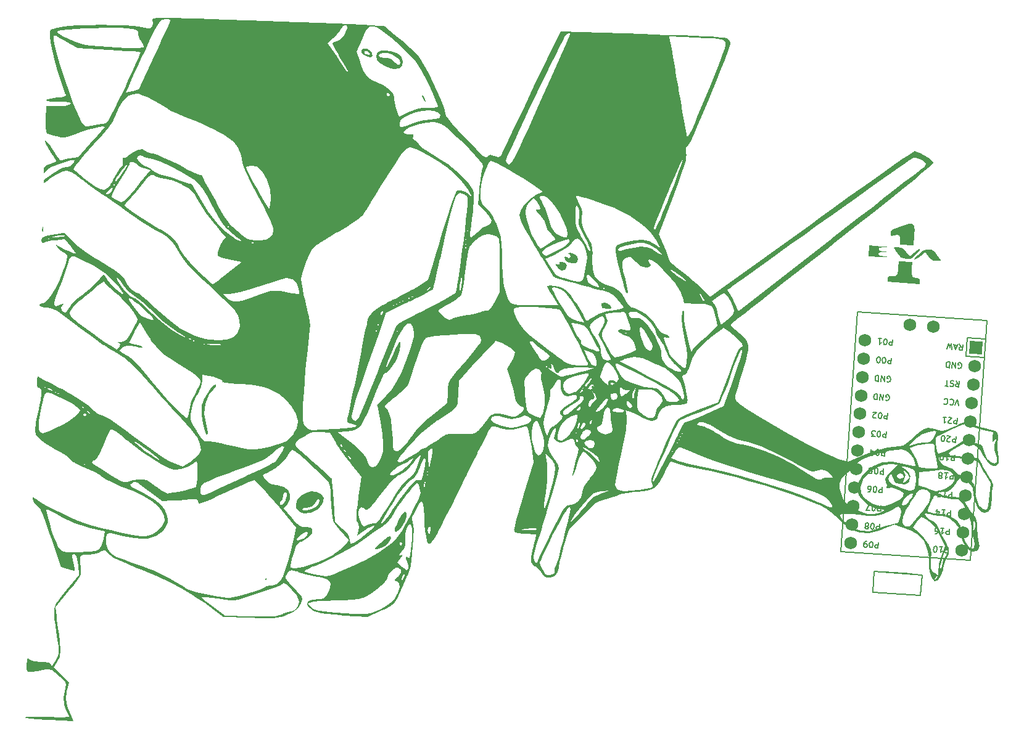
<source format=gbr>
%TF.GenerationSoftware,KiCad,Pcbnew,(6.0.2)*%
%TF.CreationDate,2022-03-14T22:31:34-07:00*%
%TF.ProjectId,unit01,706f6c69-7368-4656-942e-6b696361645f,v1.0.0*%
%TF.SameCoordinates,Original*%
%TF.FileFunction,Legend,Top*%
%TF.FilePolarity,Positive*%
%FSLAX46Y46*%
G04 Gerber Fmt 4.6, Leading zero omitted, Abs format (unit mm)*
G04 Created by KiCad (PCBNEW (6.0.2)) date 2022-03-14 22:31:34*
%MOMM*%
%LPD*%
G01*
G04 APERTURE LIST*
G04 Aperture macros list*
%AMRotRect*
0 Rectangle, with rotation*
0 The origin of the aperture is its center*
0 $1 length*
0 $2 width*
0 $3 Rotation angle, in degrees counterclockwise*
0 Add horizontal line*
21,1,$1,$2,0,0,$3*%
G04 Aperture macros list end*
%ADD10C,0.300000*%
%ADD11C,0.150000*%
%ADD12C,1.752600*%
%ADD13RotRect,1.752600X1.752600X266.000000*%
G04 APERTURE END LIST*
D10*
%TO.C,G\u002A\u002A\u002A*%
X59128165Y19778448D02*
X59270686Y19700855D01*
X59488268Y19693257D01*
X59708382Y19758186D01*
X59858502Y19898175D01*
X59936095Y20040697D01*
X60018753Y20328273D01*
X60026351Y20545855D01*
X59963955Y20838496D01*
X59896493Y20986083D01*
X59756504Y21136203D01*
X59541455Y21216328D01*
X59396400Y21221394D01*
X59176286Y21156465D01*
X59101226Y21086470D01*
X59083497Y20578780D01*
X59373606Y20568649D01*
X58182778Y19738846D02*
X58195442Y20101482D01*
X58553012Y19943764D02*
X58195442Y20101482D01*
X57827740Y19969091D01*
X58423154Y20383992D02*
X58195442Y20101482D01*
X57987991Y20399189D01*
X57022343Y19779369D02*
X57035006Y20142005D01*
X57392577Y19984287D02*
X57035006Y20142005D01*
X56667305Y20009614D01*
X57262719Y20424516D02*
X57035006Y20142005D01*
X56827555Y20439712D01*
X55861907Y19819892D02*
X55874571Y20182528D01*
X56232141Y20024810D02*
X55874571Y20182528D01*
X55506869Y20050137D01*
X56102283Y20465039D02*
X55874571Y20182528D01*
X55667120Y20480235D01*
D11*
%TO.C,*%
%TO.C,MCU1*%
X96026338Y-895806D02*
X95970533Y-1693857D01*
X95666513Y-1672598D01*
X95593166Y-1629281D01*
X95557821Y-1588621D01*
X95525133Y-1509959D01*
X95533105Y-1395951D01*
X95576422Y-1322604D01*
X95617082Y-1287259D01*
X95695745Y-1254571D01*
X95999764Y-1275830D01*
X95020472Y-1627422D02*
X94944467Y-1622107D01*
X94871119Y-1578790D01*
X94835774Y-1538130D01*
X94803087Y-1459468D01*
X94775714Y-1304801D01*
X94789001Y-1114789D01*
X94837633Y-965436D01*
X94880950Y-892089D01*
X94921610Y-856744D01*
X95000272Y-824056D01*
X95076277Y-829371D01*
X95149624Y-872688D01*
X95184969Y-913348D01*
X95217657Y-992010D01*
X95245030Y-1146677D01*
X95231743Y-1336690D01*
X95183111Y-1486042D01*
X95139794Y-1559390D01*
X95099134Y-1594735D01*
X95020472Y-1627422D01*
X94430235Y-784195D02*
X94278226Y-773566D01*
X94199563Y-806253D01*
X94158904Y-841599D01*
X94074927Y-950291D01*
X94026295Y-1099643D01*
X94005035Y-1403663D01*
X94037723Y-1482325D01*
X94073068Y-1522985D01*
X94146416Y-1566302D01*
X94298425Y-1576932D01*
X94377088Y-1544244D01*
X94417747Y-1508899D01*
X94461065Y-1435552D01*
X94474352Y-1245539D01*
X94441664Y-1166877D01*
X94406319Y-1126217D01*
X94332971Y-1082900D01*
X94180962Y-1072271D01*
X94102299Y-1104958D01*
X94061640Y-1140303D01*
X94018322Y-1213651D01*
X97206800Y21173704D02*
X97280147Y21130386D01*
X97394155Y21122414D01*
X97510819Y21152445D01*
X97592139Y21223135D01*
X97635456Y21296482D01*
X97684088Y21445834D01*
X97692061Y21559842D01*
X97664688Y21714509D01*
X97632000Y21793171D01*
X97561310Y21874491D01*
X97449960Y21920466D01*
X97373955Y21925780D01*
X97257290Y21895750D01*
X97216631Y21860405D01*
X97198029Y21594388D01*
X97350039Y21583758D01*
X96879923Y21960326D02*
X96824118Y21162275D01*
X96423894Y21992215D01*
X96368089Y21194164D01*
X96043870Y22018789D02*
X95988064Y21220738D01*
X95798052Y21234025D01*
X95686702Y21279999D01*
X95616012Y21361319D01*
X95583325Y21439981D01*
X95555952Y21594648D01*
X95563924Y21708656D01*
X95612556Y21858008D01*
X95655873Y21931355D01*
X95737193Y22002046D01*
X95853857Y22032076D01*
X96043870Y22018789D01*
X96735063Y9239444D02*
X96679258Y8441393D01*
X96375238Y8462652D01*
X96301891Y8505969D01*
X96266546Y8546629D01*
X96233858Y8625291D01*
X96241830Y8739299D01*
X96285147Y8812646D01*
X96325807Y8847991D01*
X96404470Y8880679D01*
X96708489Y8859420D01*
X95729197Y8507828D02*
X95653192Y8513143D01*
X95579844Y8556460D01*
X95544499Y8597120D01*
X95511812Y8675782D01*
X95484439Y8830449D01*
X95497726Y9020461D01*
X95546358Y9169814D01*
X95589675Y9243161D01*
X95630335Y9278506D01*
X95708997Y9311194D01*
X95785002Y9305879D01*
X95858349Y9262562D01*
X95893694Y9221902D01*
X95926382Y9143240D01*
X95953755Y8988573D01*
X95940468Y8798560D01*
X95891836Y8649208D01*
X95848519Y8575860D01*
X95807859Y8540515D01*
X95729197Y8507828D01*
X94741133Y8576920D02*
X95121158Y8550346D01*
X95185734Y8927713D01*
X95145074Y8892368D01*
X95066412Y8859680D01*
X94876400Y8872967D01*
X94803052Y8916284D01*
X94767707Y8956944D01*
X94735020Y9035607D01*
X94748306Y9225619D01*
X94791624Y9298966D01*
X94832284Y9334311D01*
X94910946Y9366999D01*
X95100958Y9353712D01*
X95174305Y9310395D01*
X95209651Y9269735D01*
X106666041Y13637407D02*
X106610236Y12839356D01*
X106306216Y12860615D01*
X106232869Y12903932D01*
X106197524Y12944592D01*
X106164836Y13023254D01*
X106172808Y13137262D01*
X106216125Y13210609D01*
X106256785Y13245954D01*
X106335448Y13278642D01*
X106639467Y13257383D01*
X105855502Y12968509D02*
X105814842Y12933164D01*
X105736180Y12900476D01*
X105546167Y12913763D01*
X105472820Y12957080D01*
X105437475Y12997740D01*
X105404787Y13076402D01*
X105410102Y13152407D01*
X105456077Y13263757D01*
X105943995Y13687898D01*
X105449963Y13722444D01*
X104900126Y12958939D02*
X104824121Y12964253D01*
X104750774Y13007571D01*
X104715429Y13048230D01*
X104682741Y13126893D01*
X104655368Y13281560D01*
X104668655Y13471572D01*
X104717287Y13620924D01*
X104760604Y13694272D01*
X104801264Y13729617D01*
X104879926Y13762305D01*
X104955931Y13756990D01*
X105029279Y13713673D01*
X105064624Y13673013D01*
X105097311Y13594350D01*
X105124684Y13439683D01*
X105111397Y13249671D01*
X105062765Y13100319D01*
X105019448Y13026971D01*
X104978788Y12991626D01*
X104900126Y12958939D01*
X105602953Y-1565468D02*
X105547148Y-2363519D01*
X105243128Y-2342260D01*
X105169781Y-2298943D01*
X105134436Y-2258283D01*
X105101748Y-2179621D01*
X105109720Y-2065613D01*
X105153037Y-1992266D01*
X105193697Y-1956921D01*
X105272360Y-1924233D01*
X105576379Y-1945492D01*
X104386875Y-1480431D02*
X104842904Y-1512320D01*
X104614889Y-1496376D02*
X104559084Y-2294427D01*
X104643061Y-2185734D01*
X104724381Y-2115044D01*
X104803043Y-2082357D01*
X103837038Y-2243936D02*
X103761033Y-2238622D01*
X103687686Y-2195304D01*
X103652341Y-2154645D01*
X103619653Y-2075982D01*
X103592280Y-1921315D01*
X103605567Y-1731303D01*
X103654199Y-1581951D01*
X103697516Y-1508603D01*
X103738176Y-1473258D01*
X103816838Y-1440570D01*
X103892843Y-1445885D01*
X103966191Y-1489202D01*
X104001536Y-1529862D01*
X104034223Y-1608525D01*
X104061596Y-1763192D01*
X104048309Y-1953204D01*
X103999677Y-2102556D01*
X103956360Y-2175904D01*
X103915700Y-2211249D01*
X103837038Y-2243936D01*
X106134497Y6035969D02*
X106078692Y5237918D01*
X105774672Y5259177D01*
X105701325Y5302494D01*
X105665980Y5343154D01*
X105633292Y5421816D01*
X105641264Y5535824D01*
X105684581Y5609171D01*
X105725241Y5644516D01*
X105803904Y5677204D01*
X106107923Y5655945D01*
X104918419Y6121006D02*
X105374448Y6089117D01*
X105146433Y6105061D02*
X105090628Y5307010D01*
X105174605Y5415703D01*
X105255925Y5486393D01*
X105334587Y5519080D01*
X104140567Y5373445D02*
X104520592Y5346871D01*
X104585168Y5724238D01*
X104544508Y5688893D01*
X104465846Y5656205D01*
X104275834Y5669492D01*
X104202486Y5712809D01*
X104167141Y5753469D01*
X104134454Y5832132D01*
X104147740Y6022144D01*
X104191058Y6095491D01*
X104231718Y6130836D01*
X104310380Y6163524D01*
X104500392Y6150237D01*
X104573739Y6106920D01*
X104609085Y6066260D01*
X105780134Y968344D02*
X105724329Y170293D01*
X105420309Y191552D01*
X105346962Y234869D01*
X105311617Y275529D01*
X105278929Y354191D01*
X105286901Y468199D01*
X105330218Y541546D01*
X105370878Y576891D01*
X105449541Y609579D01*
X105753560Y588320D01*
X104564056Y1053381D02*
X105020085Y1021492D01*
X104792070Y1037436D02*
X104736265Y239385D01*
X104820242Y348078D01*
X104901562Y418768D01*
X104980224Y451455D01*
X103824207Y303162D02*
X103976217Y292533D01*
X104054879Y325221D01*
X104095539Y360566D01*
X104179516Y469258D01*
X104228148Y618611D01*
X104249407Y922630D01*
X104216719Y1001292D01*
X104181374Y1041952D01*
X104108027Y1085269D01*
X103956017Y1095899D01*
X103877355Y1063211D01*
X103836695Y1027866D01*
X103793377Y954519D01*
X103780091Y764507D01*
X103812778Y685844D01*
X103848123Y645184D01*
X103921471Y601867D01*
X104073480Y591238D01*
X104152143Y623925D01*
X104192803Y659270D01*
X104236120Y732618D01*
X106665551Y21276049D02*
X106904994Y20877423D01*
X107121580Y21244160D02*
X107065775Y20446109D01*
X106761755Y20467368D01*
X106688408Y20510685D01*
X106653063Y20551345D01*
X106620375Y20630007D01*
X106628347Y20744015D01*
X106671665Y20817362D01*
X106712324Y20852707D01*
X106790987Y20885395D01*
X107095006Y20864136D01*
X106358874Y21259305D02*
X106247524Y21305280D01*
X106057512Y21318567D01*
X105978849Y21285879D01*
X105938190Y21250534D01*
X105894872Y21177187D01*
X105889558Y21101182D01*
X105922245Y21022520D01*
X105957590Y20981860D01*
X106030938Y20938543D01*
X106180290Y20889911D01*
X106253638Y20846593D01*
X106288983Y20805933D01*
X106321670Y20727271D01*
X106316356Y20651266D01*
X106273038Y20577919D01*
X106232379Y20542574D01*
X106153716Y20509886D01*
X105963704Y20523173D01*
X105852354Y20569148D01*
X105621682Y20547090D02*
X105165653Y20578978D01*
X105449473Y21361085D02*
X105393668Y20563034D01*
X97266608Y16840882D02*
X97210803Y16042831D01*
X96906783Y16064090D01*
X96833436Y16107407D01*
X96798091Y16148067D01*
X96765403Y16226729D01*
X96773375Y16340737D01*
X96816692Y16414084D01*
X96857352Y16449429D01*
X96936015Y16482117D01*
X97240034Y16460858D01*
X96260742Y16109266D02*
X96184737Y16114581D01*
X96111389Y16157898D01*
X96076044Y16198558D01*
X96043357Y16277220D01*
X96015984Y16431887D01*
X96029271Y16621899D01*
X96077903Y16771252D01*
X96121220Y16844599D01*
X96161880Y16879944D01*
X96240542Y16912632D01*
X96316547Y16907317D01*
X96389894Y16864000D01*
X96425239Y16823340D01*
X96457927Y16744678D01*
X96485300Y16590011D01*
X96472013Y16399998D01*
X96423381Y16250646D01*
X96380064Y16177298D01*
X96339404Y16141953D01*
X96260742Y16109266D01*
X95696020Y16225131D02*
X95655360Y16189786D01*
X95576698Y16157099D01*
X95386686Y16170386D01*
X95313338Y16213703D01*
X95277993Y16254363D01*
X95245305Y16333025D01*
X95250620Y16409030D01*
X95296595Y16520380D01*
X95784513Y16944520D01*
X95290481Y16979067D01*
X96380701Y4171819D02*
X96324896Y3373768D01*
X96020876Y3395027D01*
X95947529Y3438344D01*
X95912184Y3479004D01*
X95879496Y3557666D01*
X95887468Y3671674D01*
X95930785Y3745021D01*
X95971445Y3780366D01*
X96050108Y3813054D01*
X96354127Y3791795D01*
X95374835Y3440203D02*
X95298830Y3445518D01*
X95225482Y3488835D01*
X95190137Y3529495D01*
X95157450Y3608157D01*
X95130077Y3762824D01*
X95143364Y3952836D01*
X95191996Y4102189D01*
X95235313Y4175536D01*
X95275973Y4210881D01*
X95354635Y4243569D01*
X95430640Y4238254D01*
X95503987Y4194937D01*
X95539332Y4154277D01*
X95572020Y4075615D01*
X95599393Y3920948D01*
X95586106Y3730935D01*
X95537474Y3581583D01*
X95494157Y3508235D01*
X95453497Y3472890D01*
X95374835Y3440203D01*
X94842801Y3477406D02*
X94310766Y3514610D01*
X94708594Y4288744D01*
X107059605Y17900339D02*
X106849393Y18716992D01*
X106527571Y17937542D01*
X105856015Y18710079D02*
X105896675Y18745424D01*
X106013339Y18775454D01*
X106089344Y18770139D01*
X106200694Y18724165D01*
X106271384Y18642845D01*
X106304072Y18564183D01*
X106331445Y18409516D01*
X106323473Y18295508D01*
X106274841Y18146156D01*
X106231523Y18072808D01*
X106150204Y18002118D01*
X106033539Y17972088D01*
X105957534Y17977403D01*
X105846184Y18023377D01*
X105810839Y18064037D01*
X105057963Y18765884D02*
X105098623Y18801229D01*
X105215288Y18831259D01*
X105291293Y18825944D01*
X105402643Y18779970D01*
X105473333Y18698650D01*
X105506021Y18619988D01*
X105533393Y18465321D01*
X105525421Y18351313D01*
X105476789Y18201961D01*
X105433472Y18128614D01*
X105352152Y18057924D01*
X105235488Y18027893D01*
X105159483Y18033208D01*
X105048133Y18079183D01*
X105012788Y18119842D01*
X97975333Y26976133D02*
X97919528Y26178082D01*
X97615508Y26199341D01*
X97542161Y26242658D01*
X97506816Y26283318D01*
X97474128Y26361980D01*
X97482100Y26475988D01*
X97525417Y26549335D01*
X97566077Y26584680D01*
X97644740Y26617368D01*
X97948759Y26596109D01*
X96969467Y26244517D02*
X96893462Y26249832D01*
X96820114Y26293149D01*
X96784769Y26333809D01*
X96752082Y26412471D01*
X96724709Y26567138D01*
X96737996Y26757150D01*
X96786628Y26906503D01*
X96829945Y26979850D01*
X96870605Y27015195D01*
X96949267Y27047883D01*
X97025272Y27042568D01*
X97098619Y26999251D01*
X97133964Y26958591D01*
X97166652Y26879929D01*
X97194025Y26725262D01*
X97180738Y26535249D01*
X97132106Y26385897D01*
X97088789Y26312549D01*
X97048129Y26277204D01*
X96969467Y26244517D01*
X95999206Y27114318D02*
X96455235Y27082429D01*
X96227221Y27098373D02*
X96171416Y26300322D01*
X96255393Y26409014D01*
X96336712Y26479705D01*
X96415374Y26512392D01*
X96203519Y1638006D02*
X96147714Y839955D01*
X95843694Y861214D01*
X95770347Y904531D01*
X95735002Y945191D01*
X95702314Y1023853D01*
X95710286Y1137861D01*
X95753603Y1211208D01*
X95794263Y1246553D01*
X95872926Y1279241D01*
X96176945Y1257982D01*
X95197653Y906390D02*
X95121648Y911705D01*
X95048300Y955022D01*
X95012955Y995682D01*
X94980268Y1074344D01*
X94952895Y1229011D01*
X94966182Y1419023D01*
X95014814Y1568376D01*
X95058131Y1641723D01*
X95098791Y1677068D01*
X95177453Y1709756D01*
X95253458Y1704441D01*
X95326805Y1661124D01*
X95362150Y1620464D01*
X95394838Y1541802D01*
X95422211Y1387135D01*
X95408924Y1197122D01*
X95360292Y1047770D01*
X95316975Y974422D01*
X95276315Y939077D01*
X95197653Y906390D01*
X94499523Y1298902D02*
X94572870Y1255585D01*
X94608215Y1214925D01*
X94640903Y1136263D01*
X94638246Y1098260D01*
X94594928Y1024913D01*
X94554269Y989568D01*
X94475606Y956880D01*
X94323597Y967510D01*
X94250249Y1010827D01*
X94214904Y1051487D01*
X94182216Y1130149D01*
X94184874Y1168151D01*
X94228191Y1241499D01*
X94268851Y1276844D01*
X94347513Y1309532D01*
X94499523Y1298902D01*
X94578185Y1331590D01*
X94618845Y1366935D01*
X94662162Y1440282D01*
X94672792Y1592292D01*
X94640104Y1670954D01*
X94604759Y1711614D01*
X94531412Y1754931D01*
X94379402Y1765561D01*
X94300740Y1732873D01*
X94260080Y1697528D01*
X94216762Y1624181D01*
X94206133Y1472171D01*
X94238821Y1393509D01*
X94274166Y1352849D01*
X94347513Y1309532D01*
X96557882Y6705631D02*
X96502077Y5907580D01*
X96198057Y5928839D01*
X96124710Y5972156D01*
X96089365Y6012816D01*
X96056677Y6091478D01*
X96064649Y6205486D01*
X96107966Y6278833D01*
X96148626Y6314178D01*
X96227289Y6346866D01*
X96531308Y6325607D01*
X95552016Y5974015D02*
X95476011Y5979330D01*
X95402663Y6022647D01*
X95367318Y6063307D01*
X95334631Y6141969D01*
X95307258Y6296636D01*
X95320545Y6486648D01*
X95369177Y6636001D01*
X95412494Y6709348D01*
X95453154Y6744693D01*
X95531816Y6777381D01*
X95607821Y6772066D01*
X95681168Y6728749D01*
X95716513Y6688089D01*
X95749201Y6609427D01*
X95776574Y6454760D01*
X95763287Y6264747D01*
X95714655Y6115395D01*
X95671338Y6042047D01*
X95630678Y6006702D01*
X95552016Y5974015D01*
X94601955Y6040449D02*
X94753965Y6029820D01*
X94832627Y6062508D01*
X94873287Y6097853D01*
X94957264Y6206545D01*
X95005896Y6355898D01*
X95027155Y6659917D01*
X94994467Y6738579D01*
X94959122Y6779239D01*
X94885775Y6822556D01*
X94733765Y6833186D01*
X94655103Y6800498D01*
X94614443Y6765153D01*
X94571125Y6691806D01*
X94557839Y6501794D01*
X94590526Y6423131D01*
X94625871Y6382471D01*
X94699219Y6339154D01*
X94851228Y6328525D01*
X94929891Y6361212D01*
X94970551Y6396557D01*
X95013868Y6469905D01*
X106960596Y23037855D02*
X107033943Y22994537D01*
X107147951Y22986565D01*
X107264615Y23016596D01*
X107345935Y23087286D01*
X107389252Y23160633D01*
X107437884Y23309985D01*
X107445857Y23423993D01*
X107418484Y23578660D01*
X107385796Y23657322D01*
X107315106Y23738642D01*
X107203756Y23784617D01*
X107127751Y23789931D01*
X107011086Y23759901D01*
X106970427Y23724556D01*
X106951825Y23458539D01*
X107103835Y23447909D01*
X106633719Y23824477D02*
X106577914Y23026426D01*
X106177690Y23856366D01*
X106121885Y23058315D01*
X105797666Y23882940D02*
X105741860Y23084889D01*
X105551848Y23098176D01*
X105440498Y23144150D01*
X105369808Y23225470D01*
X105337121Y23304132D01*
X105309748Y23458799D01*
X105317720Y23572807D01*
X105366352Y23722159D01*
X105409669Y23795506D01*
X105490989Y23866197D01*
X105607653Y23896227D01*
X105797666Y23882940D01*
X106311678Y8569782D02*
X106255873Y7771731D01*
X105951853Y7792990D01*
X105878506Y7836307D01*
X105843161Y7876967D01*
X105810473Y7955629D01*
X105818445Y8069637D01*
X105861762Y8142984D01*
X105902422Y8178329D01*
X105981085Y8211017D01*
X106285104Y8189758D01*
X105095600Y8654819D02*
X105551629Y8622930D01*
X105323614Y8638874D02*
X105267809Y7840823D01*
X105351786Y7949516D01*
X105433106Y8020206D01*
X105511768Y8052893D01*
X104607682Y8230678D02*
X104681029Y8187361D01*
X104716374Y8146701D01*
X104749062Y8068039D01*
X104746405Y8030036D01*
X104703087Y7956689D01*
X104662428Y7921344D01*
X104583765Y7888656D01*
X104431756Y7899286D01*
X104358408Y7942603D01*
X104323063Y7983263D01*
X104290375Y8061925D01*
X104293033Y8099927D01*
X104336350Y8173275D01*
X104377010Y8208620D01*
X104455672Y8241308D01*
X104607682Y8230678D01*
X104686344Y8263366D01*
X104727004Y8298711D01*
X104770321Y8372058D01*
X104780951Y8524068D01*
X104748263Y8602730D01*
X104712918Y8643390D01*
X104639571Y8686707D01*
X104487561Y8697337D01*
X104408899Y8664649D01*
X104368239Y8629304D01*
X104324921Y8555957D01*
X104314292Y8403947D01*
X104346980Y8325285D01*
X104382325Y8284625D01*
X104455672Y8241308D01*
X106843223Y16171220D02*
X106787418Y15373169D01*
X106483398Y15394428D01*
X106410051Y15437745D01*
X106374706Y15478405D01*
X106342018Y15557067D01*
X106349990Y15671075D01*
X106393307Y15744422D01*
X106433967Y15779767D01*
X106512630Y15812455D01*
X106816649Y15791196D01*
X106032684Y15502322D02*
X105992024Y15466977D01*
X105913362Y15434289D01*
X105723349Y15447576D01*
X105650002Y15490893D01*
X105614657Y15531553D01*
X105581969Y15610215D01*
X105587284Y15686220D01*
X105633259Y15797570D01*
X106121177Y16221711D01*
X105627145Y16256257D01*
X104867096Y16309405D02*
X105323125Y16277516D01*
X105095111Y16293460D02*
X105039306Y15495409D01*
X105123283Y15604101D01*
X105204602Y15674792D01*
X105283264Y15707479D01*
X106488860Y11103595D02*
X106433055Y10305544D01*
X106129035Y10326803D01*
X106055688Y10370120D01*
X106020343Y10410780D01*
X105987655Y10489442D01*
X105995627Y10603450D01*
X106038944Y10676797D01*
X106079604Y10712142D01*
X106158267Y10744830D01*
X106462286Y10723571D01*
X105272782Y11188632D02*
X105728811Y11156743D01*
X105500796Y11172687D02*
X105444991Y10374636D01*
X105528968Y10483329D01*
X105610288Y10554019D01*
X105688950Y10586706D01*
X104892757Y11215206D02*
X104740748Y11225835D01*
X104662085Y11193148D01*
X104621426Y11157802D01*
X104537449Y11049110D01*
X104488817Y10899758D01*
X104467557Y10595738D01*
X104500245Y10517076D01*
X104535590Y10476416D01*
X104608938Y10433099D01*
X104760947Y10422469D01*
X104839610Y10455157D01*
X104880269Y10490502D01*
X104923587Y10563849D01*
X104936874Y10753862D01*
X104904186Y10832524D01*
X104868841Y10873184D01*
X104795493Y10916501D01*
X104643484Y10927130D01*
X104564821Y10894443D01*
X104524162Y10859098D01*
X104480844Y10785750D01*
X97798152Y24442320D02*
X97742347Y23644269D01*
X97438327Y23665528D01*
X97364980Y23708845D01*
X97329635Y23749505D01*
X97296947Y23828167D01*
X97304919Y23942175D01*
X97348236Y24015522D01*
X97388896Y24050867D01*
X97467559Y24083555D01*
X97771578Y24062296D01*
X96792286Y23710704D02*
X96716281Y23716019D01*
X96642933Y23759336D01*
X96607588Y23799996D01*
X96574901Y23878658D01*
X96547528Y24033325D01*
X96560815Y24223337D01*
X96609447Y24372690D01*
X96652764Y24446037D01*
X96693424Y24481382D01*
X96772086Y24514070D01*
X96848091Y24508755D01*
X96921438Y24465438D01*
X96956783Y24424778D01*
X96989471Y24346116D01*
X97016844Y24191449D01*
X97003557Y24001436D01*
X96954925Y23852084D01*
X96911608Y23778736D01*
X96870948Y23743391D01*
X96792286Y23710704D01*
X96032237Y23763852D02*
X95956232Y23769166D01*
X95882885Y23812484D01*
X95847540Y23853143D01*
X95814852Y23931806D01*
X95787479Y24086473D01*
X95800766Y24276485D01*
X95849398Y24425837D01*
X95892715Y24499185D01*
X95933375Y24534530D01*
X96012037Y24567218D01*
X96088042Y24561903D01*
X96161390Y24518586D01*
X96196735Y24477926D01*
X96229422Y24399263D01*
X96256795Y24244596D01*
X96243508Y24054584D01*
X96194876Y23905232D01*
X96151559Y23831884D01*
X96110899Y23796539D01*
X96032237Y23763852D01*
X107133921Y26335703D02*
X107373364Y25937076D01*
X107589950Y26303814D02*
X107534145Y25505763D01*
X107230126Y25527022D01*
X107156778Y25570339D01*
X107121433Y25610999D01*
X107088745Y25689661D01*
X107096718Y25803668D01*
X107140035Y25877016D01*
X107180695Y25912361D01*
X107259357Y25945049D01*
X107563376Y25923789D01*
X106813957Y26128947D02*
X106433933Y26155521D01*
X106905906Y26351647D02*
X106584084Y25572197D01*
X106373872Y26388850D01*
X106128055Y25604086D02*
X105993848Y26415424D01*
X105801977Y25856017D01*
X105689828Y26436683D01*
X105444011Y25651919D01*
X96912245Y11773257D02*
X96856440Y10975206D01*
X96552420Y10996465D01*
X96479073Y11039782D01*
X96443728Y11080442D01*
X96411040Y11159104D01*
X96419012Y11273112D01*
X96462329Y11346459D01*
X96502989Y11381804D01*
X96581652Y11414492D01*
X96885671Y11393233D01*
X95906379Y11041641D02*
X95830374Y11046956D01*
X95757026Y11090273D01*
X95721681Y11130933D01*
X95688994Y11209595D01*
X95661621Y11364262D01*
X95674908Y11554274D01*
X95723540Y11703627D01*
X95766857Y11776974D01*
X95807517Y11812319D01*
X95886179Y11845007D01*
X95962184Y11839692D01*
X96035531Y11796375D01*
X96070876Y11755715D01*
X96103564Y11677053D01*
X96130937Y11522386D01*
X96117650Y11332373D01*
X96069018Y11183021D01*
X96025701Y11109673D01*
X95985041Y11074328D01*
X95906379Y11041641D01*
X94974919Y11374093D02*
X95012123Y11906127D01*
X95143673Y11056786D02*
X95373546Y11613536D01*
X94879514Y11648082D01*
X97089426Y14307069D02*
X97033621Y13509018D01*
X96729601Y13530277D01*
X96656254Y13573594D01*
X96620909Y13614254D01*
X96588221Y13692916D01*
X96596193Y13806924D01*
X96639510Y13880271D01*
X96680170Y13915616D01*
X96758833Y13948304D01*
X97062852Y13927045D01*
X96083560Y13575453D02*
X96007555Y13580768D01*
X95934207Y13624085D01*
X95898862Y13664745D01*
X95866175Y13743407D01*
X95838802Y13898074D01*
X95852089Y14088086D01*
X95900721Y14237439D01*
X95944038Y14310786D01*
X95984698Y14346131D01*
X96063360Y14378819D01*
X96139365Y14373504D01*
X96212712Y14330187D01*
X96248057Y14289527D01*
X96280745Y14210865D01*
X96308118Y14056198D01*
X96294831Y13866185D01*
X96246199Y13716833D01*
X96202882Y13643485D01*
X96162222Y13608140D01*
X96083560Y13575453D01*
X95551526Y13612656D02*
X95057494Y13647202D01*
X95344770Y13932620D01*
X95230763Y13940592D01*
X95157415Y13983909D01*
X95122070Y14024569D01*
X95089383Y14103232D01*
X95102669Y14293244D01*
X95145987Y14366591D01*
X95186647Y14401936D01*
X95265309Y14434624D01*
X95493323Y14418680D01*
X95566671Y14375362D01*
X95602016Y14334703D01*
X97029618Y18639892D02*
X97102965Y18596574D01*
X97216973Y18588602D01*
X97333637Y18618633D01*
X97414957Y18689323D01*
X97458274Y18762670D01*
X97506906Y18912022D01*
X97514879Y19026030D01*
X97487506Y19180697D01*
X97454818Y19259359D01*
X97384128Y19340679D01*
X97272778Y19386654D01*
X97196773Y19391968D01*
X97080108Y19361938D01*
X97039449Y19326593D01*
X97020847Y19060576D01*
X97172857Y19049946D01*
X96702741Y19426514D02*
X96646936Y18628463D01*
X96246712Y19458403D01*
X96190907Y18660352D01*
X95866688Y19484977D02*
X95810882Y18686926D01*
X95620870Y18700213D01*
X95509520Y18746187D01*
X95438830Y18827507D01*
X95406143Y18906169D01*
X95378770Y19060836D01*
X95386742Y19174844D01*
X95435374Y19324196D01*
X95478691Y19397543D01*
X95560011Y19468234D01*
X95676675Y19498264D01*
X95866688Y19484977D01*
X105957315Y3502157D02*
X105901510Y2704106D01*
X105597490Y2725365D01*
X105524143Y2768682D01*
X105488798Y2809342D01*
X105456110Y2888004D01*
X105464082Y3002012D01*
X105507399Y3075359D01*
X105548059Y3110704D01*
X105626722Y3143392D01*
X105930741Y3122133D01*
X104741237Y3587194D02*
X105197266Y3555305D01*
X104969251Y3571249D02*
X104913446Y2773198D01*
X104997423Y2881891D01*
X105078743Y2952581D01*
X105157405Y2985268D01*
X104019989Y3102993D02*
X104057193Y3635027D01*
X104188743Y2785686D02*
X104418616Y3342436D01*
X103924584Y3376982D01*
%TO.C,G\u002A\u002A\u002A*%
G36*
X29057651Y-93548D02*
G01*
X29127919Y-314006D01*
X28980661Y-684373D01*
X28671509Y-1097364D01*
X28256096Y-1445693D01*
X28123600Y-1523682D01*
X27549404Y-1780521D01*
X27095439Y-1871713D01*
X26944271Y-1841862D01*
X26927951Y-1711587D01*
X27176835Y-1433087D01*
X27725400Y-956256D01*
X28276765Y-516146D01*
X28730142Y-192800D01*
X28968645Y-71551D01*
X29057651Y-93548D01*
G37*
G36*
X26561339Y65962703D02*
G01*
X26364757Y65736694D01*
X25947803Y65768038D01*
X25942517Y65769833D01*
X25401228Y66047514D01*
X25085554Y66391394D01*
X25083869Y66535737D01*
X25508051Y66535737D01*
X25513430Y66266964D01*
X25749931Y66104173D01*
X26063608Y66093462D01*
X26223975Y66248920D01*
X26121363Y66437797D01*
X25811215Y66598054D01*
X25531891Y66564452D01*
X25508051Y66535737D01*
X25083869Y66535737D01*
X25081862Y66707748D01*
X25357895Y66897731D01*
X25800944Y66882741D01*
X26241000Y66675678D01*
X26540364Y66345885D01*
X26546288Y66237665D01*
X26561339Y65962703D01*
G37*
G36*
X52632789Y37640724D02*
G01*
X53073893Y37454414D01*
X53247622Y37082587D01*
X53084240Y36662324D01*
X52884110Y36484457D01*
X52497726Y36432489D01*
X52032190Y36757756D01*
X51984048Y36805602D01*
X51712576Y37163705D01*
X51722989Y37354060D01*
X52017131Y37309024D01*
X52221409Y37256149D01*
X52216783Y37412751D01*
X52224747Y37583549D01*
X52585029Y37643618D01*
X52632789Y37640724D01*
G37*
G36*
X12037017Y-5938317D02*
G01*
X12018155Y-6047945D01*
X11893461Y-6072187D01*
X11869624Y-6040821D01*
X11903149Y-5794760D01*
X11966869Y-5764393D01*
X12037017Y-5938317D01*
G37*
G36*
X-18615905Y42109084D02*
G01*
X-18617340Y42059799D01*
X-18656611Y41735049D01*
X-18724676Y41744351D01*
X-18756876Y41916653D01*
X-18710589Y42368830D01*
X-18699042Y42404246D01*
X-18634638Y42432838D01*
X-18615905Y42109084D01*
G37*
G36*
X33630265Y60295940D02*
G01*
X33808638Y59997080D01*
X33911611Y59700930D01*
X33891562Y59604465D01*
X33760882Y59612634D01*
X33582939Y59856013D01*
X33444953Y60234819D01*
X33393968Y60489383D01*
X33422667Y60574176D01*
X33630265Y60295940D01*
G37*
G36*
X5073211Y20749907D02*
G01*
X5052036Y20545648D01*
X4729152Y20123860D01*
X4187639Y19413539D01*
X3630797Y18162231D01*
X3472525Y16811028D01*
X3719839Y15392811D01*
X3792132Y15151790D01*
X3937806Y14575684D01*
X3991067Y14211368D01*
X3971814Y14093188D01*
X3814678Y13931234D01*
X3714136Y14015924D01*
X3550032Y14422589D01*
X3391664Y15070266D01*
X3256338Y15852604D01*
X3161360Y16663257D01*
X3124035Y17395874D01*
X3161669Y17944107D01*
X3219759Y18174940D01*
X3485050Y18834619D01*
X3866588Y19527872D01*
X4295464Y20150134D01*
X4702772Y20596844D01*
X5019603Y20763434D01*
X5073211Y20749907D01*
G37*
G36*
X30674195Y64636661D02*
G01*
X30373355Y64268084D01*
X30131078Y64170004D01*
X29585626Y64081491D01*
X29562860Y64082555D01*
X29009903Y64220634D01*
X28323968Y64521804D01*
X27683489Y64895923D01*
X27266899Y65252851D01*
X27207100Y65338601D01*
X27060716Y65882786D01*
X27074679Y65917769D01*
X27460227Y65917769D01*
X27728344Y65731155D01*
X28306878Y65649299D01*
X28666583Y65631038D01*
X29193337Y65471010D01*
X29616222Y65073089D01*
X29690960Y64982578D01*
X30045358Y64674976D01*
X30302649Y64719454D01*
X30313830Y64730256D01*
X30409528Y65058446D01*
X30197328Y65444135D01*
X29764285Y65825973D01*
X29197452Y66142604D01*
X28583880Y66332675D01*
X28010625Y66334833D01*
X27975483Y66327023D01*
X27532587Y66139579D01*
X27460227Y65917769D01*
X27074679Y65917769D01*
X27253872Y66366715D01*
X27740034Y66652711D01*
X28315629Y66685357D01*
X29118267Y66560957D01*
X29886481Y66308479D01*
X30429914Y65975825D01*
X30605576Y65738299D01*
X30753546Y65185408D01*
X30733551Y65047130D01*
X30674195Y64636661D01*
G37*
G36*
X58778085Y31947869D02*
G01*
X59208360Y31679526D01*
X59377746Y31323362D01*
X59377636Y31321425D01*
X59187852Y31211652D01*
X58747723Y31178703D01*
X58741108Y31178939D01*
X58305601Y31220040D01*
X58126551Y31287519D01*
X58113371Y31372536D01*
X58014787Y31708069D01*
X58010574Y31720638D01*
X58039863Y31966184D01*
X58400807Y32024112D01*
X58778085Y31947869D01*
G37*
G36*
X69424607Y51024939D02*
G01*
X69193614Y50291972D01*
X68857683Y49328441D01*
X68401035Y48082018D01*
X67807894Y46500371D01*
X65886014Y41407152D01*
X66503410Y40052798D01*
X66823930Y39305980D01*
X67081916Y38624761D01*
X67091292Y38600004D01*
X67236232Y38113380D01*
X67245715Y38071879D01*
X67420611Y37721248D01*
X67808294Y37286148D01*
X68455324Y36720837D01*
X69408263Y35979571D01*
X70195096Y35367970D01*
X70648319Y34993875D01*
X71026830Y34681449D01*
X71716300Y34070745D01*
X72165673Y33619589D01*
X72866476Y32808351D01*
X74244492Y33801071D01*
X75315502Y33801071D01*
X75333528Y33667766D01*
X75546027Y33352981D01*
X75698254Y33133126D01*
X76006828Y32571385D01*
X76319848Y31895288D01*
X76765358Y30838491D01*
X76775159Y30815239D01*
X89292906Y40576824D01*
X89526740Y40759161D01*
X91523624Y42315351D01*
X93427765Y43797655D01*
X95213005Y45185807D01*
X96853183Y46459538D01*
X98322144Y47598582D01*
X99593726Y48582670D01*
X100641772Y49391535D01*
X101440121Y50004907D01*
X101962617Y50402522D01*
X102183101Y50564109D01*
X102396981Y50739270D01*
X102564602Y51049072D01*
X102503211Y51184556D01*
X102167311Y51456157D01*
X101670387Y51718010D01*
X101163663Y51895915D01*
X100798365Y51915674D01*
X100680990Y51839454D01*
X100252499Y51543454D01*
X99542036Y51046069D01*
X98581863Y50370234D01*
X97404242Y49538882D01*
X96041435Y48574948D01*
X94525705Y47501366D01*
X92889314Y46341068D01*
X91164526Y45116991D01*
X89383601Y43852066D01*
X87578803Y42569227D01*
X85782393Y41291409D01*
X84026635Y40041547D01*
X82343790Y38842572D01*
X80766122Y37717420D01*
X79325892Y36689024D01*
X78055363Y35780317D01*
X76986797Y35014235D01*
X76152457Y34413711D01*
X75584604Y34001678D01*
X75315502Y33801071D01*
X74244492Y33801071D01*
X86756952Y42815026D01*
X87875992Y43620409D01*
X89972127Y45124785D01*
X91961960Y46547418D01*
X93819830Y47870254D01*
X95520077Y49075239D01*
X97037042Y50144316D01*
X98345066Y51059431D01*
X99418489Y51802526D01*
X100231650Y52355549D01*
X100758890Y52700444D01*
X100974552Y52819155D01*
X101165438Y52787873D01*
X101686487Y52586237D01*
X102308275Y52259501D01*
X102910109Y51880346D01*
X103371293Y51521454D01*
X103571136Y51255506D01*
X103571220Y51250755D01*
X103397290Y51036267D01*
X103380252Y51020589D01*
X102891802Y50571083D01*
X102054685Y49855143D01*
X100885869Y48888390D01*
X99385283Y47670768D01*
X97552858Y46202219D01*
X95388522Y44482687D01*
X92892206Y42512114D01*
X90063839Y40290443D01*
X88947781Y39415463D01*
X86902527Y37811293D01*
X84958660Y36285741D01*
X83141338Y34858599D01*
X81475719Y33549660D01*
X79986962Y32378716D01*
X78700227Y31365561D01*
X77640672Y30529986D01*
X76833456Y29891783D01*
X76303737Y29470747D01*
X76076674Y29286668D01*
X75895441Y29121296D01*
X75784959Y28920483D01*
X75922835Y28700707D01*
X75926775Y28694427D01*
X76355525Y28323483D01*
X77008482Y27766067D01*
X77602022Y27181485D01*
X77950636Y26683193D01*
X78109937Y26186286D01*
X78117911Y26005478D01*
X78135535Y25605861D01*
X78125839Y25479607D01*
X78073700Y25181157D01*
X78012685Y24831901D01*
X77795489Y23924012D01*
X77500297Y22858488D01*
X77153154Y21737875D01*
X76998329Y21263767D01*
X76679224Y20268233D01*
X76475252Y19574262D01*
X76374380Y19114247D01*
X76364575Y18820585D01*
X76433801Y18625668D01*
X76570026Y18461892D01*
X76603957Y18427891D01*
X77139566Y17988464D01*
X77983507Y17399367D01*
X79077352Y16693693D01*
X80362673Y15904533D01*
X81781039Y15064980D01*
X83274024Y14208130D01*
X84783199Y13367072D01*
X86250137Y12574901D01*
X87616407Y11864709D01*
X88823583Y11269590D01*
X89813234Y10822634D01*
X90526934Y10556938D01*
X91868080Y10161434D01*
X93678928Y10969112D01*
X94061276Y11132311D01*
X95358829Y11599224D01*
X96690638Y11967078D01*
X96902125Y12007505D01*
X100368817Y12007505D01*
X100848824Y11214654D01*
X100949504Y11040664D01*
X101261016Y10401004D01*
X101442305Y9871823D01*
X101507484Y9647828D01*
X101523662Y9592230D01*
X101705658Y9402987D01*
X102086407Y9306343D01*
X102774684Y9251670D01*
X103315526Y9238124D01*
X103853931Y9271034D01*
X104106733Y9351041D01*
X104129320Y9474104D01*
X104085641Y9920543D01*
X103964355Y10481418D01*
X104338783Y10481418D01*
X104584996Y10077579D01*
X104999745Y9703021D01*
X105479824Y9476366D01*
X105599162Y9422776D01*
X106062138Y9214873D01*
X106587338Y8783857D01*
X107058103Y8401458D01*
X107591504Y8224031D01*
X107997593Y8156729D01*
X108646221Y7750745D01*
X109103353Y7011460D01*
X109340443Y5975574D01*
X109419039Y5452273D01*
X109610953Y4716481D01*
X109843659Y4202148D01*
X109971670Y4034065D01*
X110392459Y3665098D01*
X110767811Y3563871D01*
X111000751Y3766866D01*
X111009862Y3797206D01*
X111080458Y4184453D01*
X111168714Y4841569D01*
X111257717Y5644940D01*
X111418683Y7250567D01*
X110546571Y8654689D01*
X110439744Y8827952D01*
X110051309Y9482241D01*
X109780315Y9977792D01*
X109680035Y10218469D01*
X109592397Y10274396D01*
X109176398Y10372817D01*
X108502976Y10480795D01*
X107666642Y10588446D01*
X106761908Y10685887D01*
X105883285Y10763234D01*
X105125286Y10810608D01*
X104582422Y10818122D01*
X104349205Y10775896D01*
X104338783Y10481418D01*
X103964355Y10481418D01*
X103952541Y10536050D01*
X103875456Y10857586D01*
X103747026Y11580498D01*
X103705502Y12132852D01*
X103700507Y12458982D01*
X103587946Y12627660D01*
X103264916Y12668616D01*
X102629128Y12629001D01*
X102250609Y12588004D01*
X101504622Y12449927D01*
X100950635Y12275659D01*
X100368817Y12007505D01*
X96902125Y12007505D01*
X97923284Y12202706D01*
X98923350Y12272938D01*
X98924124Y12272917D01*
X99316903Y12386993D01*
X100207656Y12386993D01*
X100345391Y12342390D01*
X100803260Y12533057D01*
X100908609Y12579444D01*
X101521851Y12730151D01*
X102220781Y12778995D01*
X102815865Y12805474D01*
X103201474Y12988097D01*
X103396529Y13232237D01*
X103862772Y13232237D01*
X103902892Y12741368D01*
X103989357Y12143601D01*
X104096622Y11608561D01*
X104199142Y11305872D01*
X104304701Y11295226D01*
X104699461Y11413978D01*
X105278649Y11653649D01*
X105933104Y11964378D01*
X106553668Y12296299D01*
X107031181Y12599548D01*
X107804985Y13169623D01*
X109072742Y12812594D01*
X109700242Y12622490D01*
X110132197Y12426670D01*
X110346009Y12187590D01*
X110442537Y11833132D01*
X110442964Y11830542D01*
X110635983Y11209185D01*
X110955396Y10588913D01*
X111056893Y10450088D01*
X111497620Y10068397D01*
X111939886Y9943434D01*
X112264498Y10118071D01*
X112286989Y10238133D01*
X112235165Y10680424D01*
X112083797Y11287560D01*
X111948349Y11800108D01*
X111903155Y12343794D01*
X112035650Y12783321D01*
X112116034Y12949803D01*
X112269279Y13354791D01*
X112211632Y13437078D01*
X111947761Y13175836D01*
X111912141Y13133108D01*
X111712419Y12927451D01*
X111657069Y13027856D01*
X111704854Y13487175D01*
X111798266Y14203417D01*
X110509920Y14511583D01*
X109903815Y14675113D01*
X109152693Y14925098D01*
X108622032Y15156808D01*
X108492713Y15227238D01*
X108223489Y15332301D01*
X107927663Y15339304D01*
X107517500Y15228858D01*
X106905262Y14981575D01*
X106003214Y14578064D01*
X105357810Y14275786D01*
X105357256Y14275506D01*
X104623191Y13904282D01*
X104102267Y13607181D01*
X103879247Y13430003D01*
X103862772Y13232237D01*
X103396529Y13232237D01*
X103544312Y13417210D01*
X103658071Y13592835D01*
X103927191Y14077966D01*
X103947809Y14324725D01*
X103732556Y14399011D01*
X102908129Y14268041D01*
X101963074Y13864025D01*
X101044680Y13246493D01*
X100863025Y13094625D01*
X100382666Y12645019D01*
X100207656Y12386993D01*
X99316903Y12386993D01*
X99373728Y12403497D01*
X100018824Y12826905D01*
X100888222Y13562043D01*
X101035279Y13694717D01*
X101749576Y14305227D01*
X102300911Y14663028D01*
X102801706Y14803537D01*
X103364384Y14762175D01*
X104101365Y14574360D01*
X104337411Y14508976D01*
X104770617Y14433127D01*
X105177884Y14475443D01*
X105690965Y14660642D01*
X106441611Y15013446D01*
X106494595Y15039245D01*
X107280680Y15412320D01*
X107810511Y15615880D01*
X108194497Y15665155D01*
X108543043Y15575378D01*
X108966559Y15361780D01*
X109303048Y15209089D01*
X110015999Y14959757D01*
X110799891Y14745928D01*
X111326297Y14617102D01*
X111993459Y14392197D01*
X112353501Y14121582D01*
X112474327Y13739848D01*
X112423838Y13181585D01*
X112389037Y12860764D01*
X112387388Y12052913D01*
X112469700Y11231122D01*
X112516459Y10932097D01*
X112566684Y10367722D01*
X112539017Y10229332D01*
X112497965Y10023998D01*
X112294280Y9767233D01*
X112085193Y9596798D01*
X111807210Y9551959D01*
X111396148Y9759741D01*
X111158597Y9958940D01*
X110727522Y10491816D01*
X110338855Y11148784D01*
X109954777Y11822995D01*
X109535815Y12250477D01*
X108957070Y12546610D01*
X108505142Y12705755D01*
X108060829Y12767798D01*
X107728045Y12642809D01*
X107512394Y12509098D01*
X106975116Y12195374D01*
X106332708Y11834418D01*
X105905997Y11574720D01*
X105559732Y11295011D01*
X105505744Y11133824D01*
X105626697Y11093791D01*
X106105283Y11011501D01*
X106838912Y10923535D01*
X107726146Y10843171D01*
X109745690Y10686562D01*
X110202523Y9812610D01*
X110354536Y9532027D01*
X110812445Y8747601D01*
X111283377Y8002407D01*
X111513324Y7620451D01*
X111678954Y7241478D01*
X111731143Y7122066D01*
X111749394Y6829395D01*
X111666747Y6519481D01*
X111599376Y5920606D01*
X111563303Y5166054D01*
X111515372Y4307803D01*
X111396056Y3744270D01*
X111186303Y3414109D01*
X111061737Y3311781D01*
X110550777Y3146295D01*
X110053902Y3338700D01*
X109614495Y3843723D01*
X109275936Y4616089D01*
X109081610Y5610526D01*
X109062113Y5794824D01*
X108935736Y6496820D01*
X108705868Y6982562D01*
X108300803Y7418048D01*
X108139093Y7557497D01*
X107684856Y7887069D01*
X107376000Y8023233D01*
X107286210Y7994481D01*
X106989488Y7711354D01*
X106884225Y7553807D01*
X106662412Y7221823D01*
X106218873Y6577457D01*
X105618602Y6141567D01*
X104872389Y6027425D01*
X104509343Y5997393D01*
X104232467Y5868300D01*
X104286008Y5754195D01*
X104643920Y5601450D01*
X105226157Y5460200D01*
X105926790Y5354994D01*
X106639888Y5310382D01*
X106729092Y5309023D01*
X107131597Y5263434D01*
X107442626Y5095635D01*
X107761955Y4726093D01*
X108189360Y4075275D01*
X108613851Y3430453D01*
X109013486Y2876918D01*
X109286468Y2558284D01*
X109518928Y2097697D01*
X109553038Y1590556D01*
X109575436Y1257552D01*
X109572798Y1035305D01*
X109627961Y131373D01*
X109758786Y-703547D01*
X109780382Y-798554D01*
X109827373Y-1072960D01*
X109878710Y-1372749D01*
X109832892Y-1716862D01*
X109627720Y-1978911D01*
X109438956Y-2117345D01*
X108923741Y-2204787D01*
X108397117Y-1961408D01*
X107916032Y-1441262D01*
X107537437Y-698404D01*
X107318281Y213113D01*
X107277265Y455553D01*
X106992117Y1151232D01*
X106406218Y1859470D01*
X106274060Y1989788D01*
X105755570Y2425193D01*
X105271586Y2634035D01*
X104642163Y2702286D01*
X104435712Y2713486D01*
X103661634Y2807294D01*
X103018984Y2952751D01*
X102941998Y2976570D01*
X102520051Y3054747D01*
X102344657Y2991419D01*
X102346044Y2970272D01*
X102527367Y2688857D01*
X102909326Y2337354D01*
X103344641Y2035337D01*
X103686029Y1902381D01*
X103748988Y1884328D01*
X104009988Y1611252D01*
X104260150Y1116543D01*
X104393450Y793990D01*
X104743633Y53710D01*
X105137387Y-687971D01*
X105298637Y-984885D01*
X105487767Y-1459455D01*
X105630905Y-1818621D01*
X105645269Y-2150759D01*
X105659652Y-2483323D01*
X105393478Y-3058578D01*
X105297447Y-3224830D01*
X105087417Y-3791250D01*
X104926142Y-4479570D01*
X104878818Y-4720814D01*
X104600680Y-5520079D01*
X104208737Y-6044896D01*
X103750664Y-6224498D01*
X103637239Y-6193219D01*
X103352891Y-5860179D01*
X103125852Y-5237344D01*
X102983091Y-4416953D01*
X102951572Y-3491242D01*
X102954081Y-2990575D01*
X102829664Y-2072371D01*
X102485160Y-1167288D01*
X102284024Y-784641D01*
X101856830Y-204604D01*
X101284093Y263012D01*
X100478075Y682146D01*
X99387977Y1102493D01*
X100743589Y1102493D01*
X101209549Y756327D01*
X102066958Y-18150D01*
X102976374Y-1292559D01*
X102980325Y-1299575D01*
X103243427Y-1870442D01*
X103323403Y-2424133D01*
X103250603Y-3168230D01*
X103198346Y-3660440D01*
X103242009Y-4454650D01*
X103461180Y-4984555D01*
X103837179Y-5185900D01*
X104010277Y-5217819D01*
X104117836Y-5424555D01*
X103871935Y-5770420D01*
X103752544Y-5899880D01*
X103733704Y-6015582D01*
X103770404Y-6014466D01*
X104066658Y-5805880D01*
X104248452Y-5335447D01*
X104259551Y-4739614D01*
X104252664Y-4688550D01*
X104283361Y-4240938D01*
X104447104Y-4240938D01*
X104460186Y-4529581D01*
X104654102Y-4450575D01*
X104754536Y-4218054D01*
X104817356Y-3752651D01*
X104908027Y-3325343D01*
X105158203Y-2940472D01*
X105367493Y-2654095D01*
X105495259Y-2145520D01*
X105494612Y-2001888D01*
X105423449Y-1792820D01*
X105258476Y-1955136D01*
X105014839Y-2466545D01*
X104707680Y-3304754D01*
X104614520Y-3591907D01*
X104447104Y-4240938D01*
X104283361Y-4240938D01*
X104309932Y-3853495D01*
X104651552Y-2741306D01*
X105150444Y-1447676D01*
X104500740Y-30651D01*
X104060483Y823595D01*
X103570001Y1483494D01*
X102973677Y1984619D01*
X102652495Y2196165D01*
X102180068Y2476589D01*
X101918076Y2589090D01*
X101855482Y2565541D01*
X101584919Y2305363D01*
X101241712Y1848903D01*
X100743589Y1102493D01*
X99387977Y1102493D01*
X99351040Y1116736D01*
X98207697Y1519299D01*
X96705259Y921503D01*
X96121386Y710777D01*
X94708703Y397176D01*
X93457923Y413228D01*
X92413118Y760585D01*
X91996435Y1043054D01*
X91377875Y1550001D01*
X90752759Y2134130D01*
X90228754Y2626683D01*
X90128421Y2710679D01*
X90748569Y2710679D01*
X91000740Y2330961D01*
X91445242Y1871323D01*
X92001899Y1413536D01*
X92590536Y1039373D01*
X93636288Y656041D01*
X94824405Y619450D01*
X96027027Y998936D01*
X96297211Y1119899D01*
X97117909Y1407752D01*
X97865158Y1577480D01*
X98017916Y1598529D01*
X98523939Y1722805D01*
X98790591Y1972938D01*
X99278639Y1972938D01*
X99389790Y1515699D01*
X99747490Y1253801D01*
X100227687Y1245567D01*
X100606893Y1554057D01*
X100797180Y1825821D01*
X101201733Y2332803D01*
X101701435Y2915827D01*
X102205235Y3523153D01*
X102753738Y3523153D01*
X102763641Y3293777D01*
X102771697Y3289106D01*
X103072315Y3208664D01*
X103658637Y3103759D01*
X104412053Y2995834D01*
X104774342Y2942496D01*
X105925791Y2633373D01*
X106750720Y2125537D01*
X107299224Y1377664D01*
X107621397Y348432D01*
X107738965Y-135588D01*
X107995657Y-840966D01*
X108276908Y-1322827D01*
X108613463Y-1647695D01*
X108974329Y-1791930D01*
X109178124Y-1584296D01*
X109206503Y-1051278D01*
X109041123Y-219364D01*
X108978025Y26078D01*
X108793983Y931400D01*
X108771455Y1097538D01*
X108954241Y1097538D01*
X109005185Y733353D01*
X109119130Y764782D01*
X109283432Y1201359D01*
X109330757Y1598318D01*
X109210245Y1974712D01*
X109120179Y2044249D01*
X109006182Y1930425D01*
X108957098Y1447491D01*
X108954241Y1097538D01*
X108771455Y1097538D01*
X108679169Y1778136D01*
X108555073Y2419206D01*
X108211458Y3348575D01*
X107739718Y4218943D01*
X107223973Y4852583D01*
X107008157Y4982334D01*
X106570948Y5027077D01*
X106267942Y5021117D01*
X105667591Y5108351D01*
X104941688Y5275761D01*
X104245453Y5453933D01*
X103844293Y5514214D01*
X103644979Y5455169D01*
X103548677Y5276879D01*
X103534329Y5237543D01*
X103519805Y5197727D01*
X103312083Y4736205D01*
X103019556Y4166327D01*
X102920320Y3971005D01*
X102753738Y3523153D01*
X102205235Y3523153D01*
X102374950Y3727743D01*
X102924342Y4571291D01*
X103158179Y5250678D01*
X103094105Y5802480D01*
X103017177Y5941033D01*
X102616480Y6252097D01*
X102094028Y6365623D01*
X101604834Y6268900D01*
X101303915Y5949225D01*
X101193751Y5724113D01*
X101178851Y5693667D01*
X100850099Y5160365D01*
X100423108Y4549153D01*
X100293992Y4369667D01*
X99759987Y3485783D01*
X99635017Y3188782D01*
X99411786Y2658253D01*
X99278639Y1972938D01*
X98790591Y1972938D01*
X98799855Y1981628D01*
X98998853Y2499600D01*
X99138684Y3206115D01*
X99035938Y3734113D01*
X98916679Y3947164D01*
X98752618Y4032596D01*
X98460561Y3919979D01*
X97929601Y3595409D01*
X96716441Y2966134D01*
X95574631Y2687820D01*
X94447466Y2754547D01*
X94098140Y2817367D01*
X93282742Y2921375D01*
X92427180Y2988107D01*
X91644616Y3012638D01*
X91048207Y2990045D01*
X90751115Y2915402D01*
X90748569Y2710679D01*
X90128421Y2710679D01*
X89474687Y3257968D01*
X88809474Y3738581D01*
X88060417Y4139393D01*
X86947551Y4626877D01*
X85550657Y5170054D01*
X83931495Y5749433D01*
X82151823Y6345527D01*
X80273403Y6938845D01*
X78357994Y7509894D01*
X76467356Y8039187D01*
X74663248Y8507234D01*
X73007431Y8894543D01*
X71561663Y9181624D01*
X70773479Y9328809D01*
X69773377Y9541564D01*
X68932941Y9748787D01*
X68378060Y9921234D01*
X68145999Y10009550D01*
X67688365Y10163235D01*
X67482103Y10199797D01*
X67438028Y10127292D01*
X67236487Y9756716D01*
X66914451Y9147364D01*
X66516309Y8382745D01*
X66455015Y8264479D01*
X66013436Y7453029D01*
X65619880Y6892976D01*
X65181701Y6527721D01*
X64606258Y6300666D01*
X63800908Y6155213D01*
X62834010Y6051957D01*
X62673008Y6034764D01*
X62432799Y6009855D01*
X61559148Y5890162D01*
X60823183Y5747427D01*
X60363772Y5607351D01*
X60017183Y5469201D01*
X59332825Y5246212D01*
X58561044Y5032016D01*
X57736103Y4770672D01*
X57082209Y4391491D01*
X56438222Y3783963D01*
X56000919Y3328064D01*
X55250735Y2583638D01*
X54531802Y1905553D01*
X54498161Y1874931D01*
X54075824Y1476933D01*
X53767124Y1122862D01*
X53528236Y723373D01*
X53315335Y189117D01*
X53084596Y-569256D01*
X52792194Y-1641089D01*
X52766409Y-1737429D01*
X52502949Y-2757485D01*
X52285604Y-3661532D01*
X52136296Y-4354546D01*
X52076947Y-4741503D01*
X52015763Y-5018154D01*
X51656455Y-5473347D01*
X51098848Y-5743110D01*
X50485012Y-5738470D01*
X50045006Y-5462405D01*
X49684857Y-4984910D01*
X49361851Y-4522988D01*
X48979957Y-4254339D01*
X48707695Y-4115941D01*
X48381413Y-3629179D01*
X48328476Y-3088971D01*
X48674622Y-3088971D01*
X48869738Y-3578880D01*
X49001493Y-3757277D01*
X49147386Y-3867571D01*
X49189259Y-3662229D01*
X49567445Y-3662229D01*
X49618573Y-4019573D01*
X49871156Y-4522533D01*
X50070675Y-4814011D01*
X50187711Y-5151655D01*
X50228029Y-5257887D01*
X50527231Y-5388003D01*
X50978121Y-5389093D01*
X51412566Y-5247941D01*
X51545317Y-5116937D01*
X51595528Y-4743383D01*
X51562758Y-4564096D01*
X51660840Y-4310292D01*
X51692796Y-4282653D01*
X51855884Y-3959203D01*
X52007608Y-3430354D01*
X52049499Y-3248419D01*
X52206985Y-2616587D01*
X52439501Y-1719288D01*
X52723077Y-648426D01*
X53033745Y504095D01*
X53291925Y1473434D01*
X53428845Y2031320D01*
X53794821Y2031320D01*
X53841514Y2002836D01*
X54076690Y2199535D01*
X54450378Y2569430D01*
X54912607Y3060539D01*
X55413406Y3620877D01*
X55902803Y4198460D01*
X56330827Y4741303D01*
X56349133Y4765272D01*
X56995631Y5333320D01*
X57918305Y5786959D01*
X59020708Y6185121D01*
X58105910Y6098827D01*
X57894244Y6073583D01*
X57251958Y5938893D01*
X56807420Y5763279D01*
X56758537Y5725507D01*
X56441249Y5402324D01*
X55964783Y4857514D01*
X55400894Y4178724D01*
X54973905Y3644484D01*
X54821340Y3453598D01*
X54297879Y2769779D01*
X53902266Y2214912D01*
X53794821Y2031320D01*
X53428845Y2031320D01*
X53548065Y2517086D01*
X53690252Y3240529D01*
X53726717Y3688037D01*
X53665689Y3903887D01*
X53619311Y3926348D01*
X53445089Y3812900D01*
X53165899Y3440891D01*
X52763283Y2780949D01*
X52218783Y1803700D01*
X51513941Y479774D01*
X51438451Y335644D01*
X50851499Y-808622D01*
X50340508Y-1845265D01*
X49935891Y-2709560D01*
X49668065Y-3336789D01*
X49567445Y-3662229D01*
X49189259Y-3662229D01*
X49191939Y-3649087D01*
X49201639Y-3602824D01*
X49348421Y-3230014D01*
X49643616Y-2580758D01*
X50051469Y-1726144D01*
X50536221Y-737257D01*
X51062114Y314817D01*
X51593391Y1358989D01*
X52094293Y2324175D01*
X52529061Y3139288D01*
X52861940Y3733240D01*
X53057169Y4034946D01*
X53354015Y4198544D01*
X53860196Y4267308D01*
X54184271Y4308819D01*
X54760045Y4649174D01*
X55186436Y5241431D01*
X55367780Y5977094D01*
X55433995Y6345780D01*
X55752867Y6992208D01*
X55774003Y7020381D01*
X59904006Y7020381D01*
X59927680Y6758223D01*
X59995194Y6581847D01*
X60099686Y6446676D01*
X60242072Y6326615D01*
X60610596Y6185082D01*
X61180173Y6138983D01*
X62019509Y6185551D01*
X63197312Y6322023D01*
X64035003Y6442436D01*
X64664281Y6574748D01*
X64986718Y6728272D01*
X65060264Y6932752D01*
X64942868Y7217927D01*
X64837482Y7480131D01*
X64842680Y7581254D01*
X65006685Y7581254D01*
X65008911Y7490157D01*
X65081421Y7408826D01*
X65261705Y7596528D01*
X65562803Y8075208D01*
X65997758Y8866814D01*
X66579609Y9993290D01*
X66914266Y10662477D01*
X67587426Y10662477D01*
X68164989Y10413403D01*
X68506235Y10301608D01*
X69197676Y10113313D01*
X70148622Y9874063D01*
X71282320Y9603126D01*
X72522014Y9319765D01*
X72553291Y9312770D01*
X74801557Y8782318D01*
X77086136Y8192917D01*
X79343436Y7564282D01*
X81509868Y6916128D01*
X83521841Y6268168D01*
X85315765Y5640120D01*
X86828051Y5051698D01*
X87995106Y4522616D01*
X88021394Y4509317D01*
X88888804Y4092599D01*
X89429473Y3895623D01*
X89671264Y3920947D01*
X89642038Y4171126D01*
X89369659Y4648716D01*
X89159961Y4925899D01*
X88875638Y5189796D01*
X88481349Y5447092D01*
X87935393Y5714299D01*
X87196069Y6007937D01*
X86221678Y6344521D01*
X85853586Y6461038D01*
X90698103Y6461038D01*
X91006439Y5481558D01*
X91222010Y5003030D01*
X91535905Y4527978D01*
X91980921Y4158174D01*
X92584540Y3819214D01*
X92684554Y3763051D01*
X92819785Y3693851D01*
X93822733Y3230795D01*
X94609361Y2991387D01*
X95285730Y2954054D01*
X95957902Y3097222D01*
X96506532Y3287820D01*
X96847613Y3462200D01*
X96794055Y3568643D01*
X96353138Y3616716D01*
X95684275Y3713306D01*
X94635479Y4189978D01*
X93715399Y5039149D01*
X93328606Y5610593D01*
X93106314Y6383510D01*
X93156863Y6669012D01*
X93565825Y6669012D01*
X93635754Y5860553D01*
X94079692Y5167057D01*
X94917750Y4552216D01*
X95191114Y4409960D01*
X95833673Y4150391D01*
X96332064Y4043243D01*
X96895207Y4091559D01*
X97653298Y4298446D01*
X99269943Y4298446D01*
X99399949Y4135971D01*
X99720490Y4256106D01*
X100164173Y4680806D01*
X100277615Y4821637D01*
X100653422Y5373855D01*
X100787315Y5738306D01*
X100673119Y5869283D01*
X100523787Y5809215D01*
X100304662Y5721074D01*
X99910996Y5400012D01*
X99497755Y4897911D01*
X99397866Y4721576D01*
X99269943Y4298446D01*
X97653298Y4298446D01*
X97675540Y4304516D01*
X98415187Y4638935D01*
X99022602Y5042306D01*
X99406243Y5462115D01*
X99474566Y5845855D01*
X99393271Y5966095D01*
X98989293Y6231813D01*
X98406836Y6457599D01*
X97807601Y6588337D01*
X97353288Y6568910D01*
X97117659Y6525347D01*
X97145240Y6687633D01*
X97196915Y6863046D01*
X97077198Y7236224D01*
X97031769Y7302934D01*
X96969115Y7770223D01*
X97391755Y7770223D01*
X97507003Y7383977D01*
X97957244Y7033420D01*
X98780921Y6670116D01*
X99402155Y6447809D01*
X99960273Y6273366D01*
X100258119Y6212725D01*
X100352914Y6220280D01*
X100797097Y6298519D01*
X101038995Y6500976D01*
X101138595Y6924843D01*
X101138714Y6929966D01*
X101544738Y6929966D01*
X101605848Y6908526D01*
X102779551Y6496745D01*
X102893790Y6456521D01*
X103560297Y6222490D01*
X103983920Y6109031D01*
X104301873Y6115510D01*
X104651373Y6241302D01*
X105169631Y6485773D01*
X105592951Y6699539D01*
X106172298Y7115613D01*
X106423989Y7569879D01*
X106403234Y8136206D01*
X106271661Y8517859D01*
X105960020Y8850300D01*
X105430987Y9021638D01*
X104623154Y9048922D01*
X103475116Y8949203D01*
X101607577Y8729418D01*
X101544738Y6929966D01*
X101138714Y6929966D01*
X101155883Y7667313D01*
X101155090Y7823319D01*
X101134043Y8469525D01*
X101045960Y8839801D01*
X100837470Y9053031D01*
X100455203Y9228097D01*
X99980227Y9396609D01*
X99514558Y9509365D01*
X99248972Y9516383D01*
X99251253Y9418551D01*
X99589185Y9216756D01*
X99638360Y9192264D01*
X100188740Y8721492D01*
X100391320Y8108893D01*
X100357734Y7984406D01*
X100213054Y7448154D01*
X100030392Y7214580D01*
X99687136Y7081903D01*
X99089602Y7103416D01*
X98989600Y7114640D01*
X98467514Y7220860D01*
X98331084Y7335356D01*
X99433979Y7335356D01*
X99525124Y7335440D01*
X99801724Y7504771D01*
X100090924Y7767932D01*
X100227615Y7988950D01*
X100226385Y8027156D01*
X100095116Y8387281D01*
X99842993Y8750420D01*
X99602308Y8919667D01*
X99494185Y8876691D01*
X99613633Y8620102D01*
X99745120Y8307265D01*
X99670736Y8090723D01*
X99596198Y7873737D01*
X99454042Y7567899D01*
X99433979Y7335356D01*
X98331084Y7335356D01*
X98192145Y7451957D01*
X98014453Y7921308D01*
X97983641Y8028655D01*
X97915504Y8226608D01*
X98569325Y8226608D01*
X98677802Y7953956D01*
X99005923Y7813204D01*
X99362249Y7939420D01*
X99477134Y8097484D01*
X99389556Y8430612D01*
X99085433Y8603248D01*
X98739113Y8525352D01*
X98569325Y8226608D01*
X97915504Y8226608D01*
X97848172Y8422220D01*
X97730467Y8467920D01*
X97556651Y8212791D01*
X97391755Y7770223D01*
X96969115Y7770223D01*
X96964490Y7804719D01*
X97274025Y8417354D01*
X97947799Y9113719D01*
X98727786Y9781511D01*
X97791346Y9810632D01*
X96810142Y9714520D01*
X95711603Y9318661D01*
X94750783Y8677701D01*
X94019374Y7855133D01*
X93609070Y6914456D01*
X93565825Y6669012D01*
X93156863Y6669012D01*
X93250908Y7200177D01*
X93763546Y8134994D01*
X94302410Y8809199D01*
X95330893Y9624588D01*
X96540736Y10071830D01*
X97941520Y10153810D01*
X99542826Y9873406D01*
X99600724Y9857856D01*
X100305197Y9684698D01*
X100828781Y9584318D01*
X101061878Y9578029D01*
X101104326Y9661907D01*
X101048408Y10048848D01*
X100801094Y10595749D01*
X100410441Y11184130D01*
X100259689Y11364670D01*
X99773620Y11735234D01*
X99137838Y11852417D01*
X98562918Y11828069D01*
X97667513Y11692411D01*
X96663885Y11465182D01*
X95638391Y11173829D01*
X94677389Y10845796D01*
X93867239Y10508527D01*
X93294298Y10189469D01*
X93044927Y9916066D01*
X92887800Y9678818D01*
X92479277Y9264382D01*
X91920339Y8789560D01*
X91777455Y8675070D01*
X91057202Y7962201D01*
X91045523Y7938704D01*
X90706221Y7256055D01*
X90698103Y6461038D01*
X85853586Y6461038D01*
X84970519Y6740567D01*
X83400890Y7212593D01*
X81471091Y7777113D01*
X81384923Y7802135D01*
X78460921Y8673877D01*
X75830162Y9503641D01*
X73515635Y10283390D01*
X71540338Y11005082D01*
X69927259Y11660683D01*
X68699393Y12242151D01*
X68638961Y12219774D01*
X68403721Y11955099D01*
X68152382Y11580350D01*
X68086597Y11482265D01*
X67587426Y10662477D01*
X66914266Y10662477D01*
X67321397Y11476584D01*
X67381496Y11598004D01*
X67646837Y11598004D01*
X67747238Y11490336D01*
X67854907Y11590738D01*
X67754504Y11698406D01*
X67646837Y11598004D01*
X67381496Y11598004D01*
X67988630Y12824626D01*
X68314642Y12824626D01*
X68415044Y12716957D01*
X68522712Y12817360D01*
X68422310Y12925027D01*
X68314642Y12824626D01*
X67988630Y12824626D01*
X68191007Y13233499D01*
X68537244Y13233499D01*
X68637646Y13125832D01*
X68745313Y13226233D01*
X68644912Y13333902D01*
X68537244Y13233499D01*
X68191007Y13233499D01*
X68393385Y13642374D01*
X68759845Y13642374D01*
X68860248Y13534705D01*
X68967915Y13635108D01*
X68867514Y13742775D01*
X68759845Y13642374D01*
X68393385Y13642374D01*
X68595762Y14051247D01*
X68982447Y14051247D01*
X69082850Y13943579D01*
X69190517Y14043981D01*
X69090116Y14151649D01*
X68982447Y14051247D01*
X68595762Y14051247D01*
X69104807Y15079694D01*
X69479517Y15079694D01*
X69495797Y14831895D01*
X69557243Y14797157D01*
X69639354Y14965763D01*
X69628184Y15076440D01*
X69505485Y15109321D01*
X69479517Y15079694D01*
X69104807Y15079694D01*
X69248002Y15368999D01*
X71111510Y15368999D01*
X71268676Y15195442D01*
X71687542Y15102563D01*
X72125714Y14992092D01*
X72399641Y14869372D01*
X72779155Y14699350D01*
X73482047Y14291394D01*
X73503932Y14277098D01*
X74141918Y13871074D01*
X74540486Y13617420D01*
X74869680Y13429013D01*
X75344185Y13157441D01*
X75727906Y12982396D01*
X76015805Y12851062D01*
X76656117Y12652183D01*
X77365897Y12514706D01*
X77402229Y12507280D01*
X78400639Y12303226D01*
X80296822Y11713364D01*
X82320186Y10861557D01*
X84385188Y9785577D01*
X86406281Y8523193D01*
X86969632Y8144005D01*
X87481086Y7834620D01*
X87827041Y7708514D01*
X88106875Y7733897D01*
X88419968Y7878970D01*
X88755074Y7981677D01*
X89308684Y7974652D01*
X89483404Y7942244D01*
X89772471Y7983160D01*
X89706250Y8220581D01*
X89285260Y8639855D01*
X89193072Y8715929D01*
X88692886Y9022427D01*
X88173646Y9077448D01*
X87462535Y8906248D01*
X87420758Y8893269D01*
X87146513Y8837566D01*
X86846734Y8859086D01*
X86454435Y8984076D01*
X85902633Y9238779D01*
X85124340Y9649443D01*
X84052572Y10242311D01*
X82065930Y11293326D01*
X80114333Y12190201D01*
X78407380Y12819389D01*
X76972123Y13169705D01*
X76482399Y13285625D01*
X75473624Y13704814D01*
X74245469Y14416672D01*
X73554535Y14850741D01*
X72874988Y15241020D01*
X72367330Y15462691D01*
X71935370Y15555543D01*
X71482915Y15559364D01*
X71261568Y15521617D01*
X71111510Y15368999D01*
X69248002Y15368999D01*
X69329253Y15533154D01*
X70498367Y15951801D01*
X70540824Y15967102D01*
X71342430Y16277261D01*
X72307177Y16678583D01*
X73235658Y17088278D01*
X74803835Y17806109D01*
X76034144Y21304647D01*
X76375867Y22290195D01*
X76733519Y23355465D01*
X77019373Y24244999D01*
X77210382Y24886770D01*
X77283494Y25208751D01*
X77269994Y25468599D01*
X77168322Y25473168D01*
X76967776Y25129980D01*
X76662423Y24426492D01*
X76246332Y23350158D01*
X75713572Y21888433D01*
X75408978Y21055962D01*
X75002452Y20002624D01*
X74638064Y19121677D01*
X74346709Y18486978D01*
X74159279Y18172386D01*
X74151450Y18164603D01*
X73805952Y17946300D01*
X73160626Y17635077D01*
X72304952Y17271299D01*
X71328404Y16895330D01*
X71244378Y16864487D01*
X70295855Y16503547D01*
X69492725Y16175699D01*
X68917461Y15915956D01*
X68652538Y15759330D01*
X68548023Y15576942D01*
X68298154Y15067525D01*
X67942019Y14307234D01*
X67510779Y13365969D01*
X67035594Y12313627D01*
X66547627Y11220105D01*
X66078038Y10155303D01*
X65657987Y9189118D01*
X65318637Y8391449D01*
X65091150Y7832196D01*
X65006685Y7581254D01*
X64842680Y7581254D01*
X64858562Y7890249D01*
X65080183Y8505497D01*
X65168519Y8713720D01*
X65445682Y9370942D01*
X65825913Y10275570D01*
X66270969Y11336561D01*
X66742606Y12462875D01*
X67006668Y13080818D01*
X67473941Y14114561D01*
X67903827Y14995246D01*
X68257520Y15644912D01*
X68496207Y15985597D01*
X68509376Y15997623D01*
X68902264Y16244492D01*
X69590142Y16579940D01*
X70479809Y16961434D01*
X71478065Y17346437D01*
X73994830Y18264414D01*
X75409882Y22062283D01*
X75939810Y23455840D01*
X76385465Y24556025D01*
X76731039Y25313927D01*
X76989383Y25757624D01*
X77173345Y25915194D01*
X77402865Y26030448D01*
X77337481Y26345476D01*
X77326372Y26365867D01*
X77072487Y26667518D01*
X76618487Y27107530D01*
X76064025Y27600101D01*
X75508758Y28059423D01*
X75052340Y28399692D01*
X74794425Y28535104D01*
X74729779Y28508107D01*
X74390757Y28289710D01*
X73843444Y27899324D01*
X73169104Y27394001D01*
X72230612Y26619929D01*
X71232278Y25575912D01*
X70543941Y24505780D01*
X70110639Y23336614D01*
X69996167Y22940811D01*
X69808610Y22519253D01*
X69730720Y22344186D01*
X69432200Y22105942D01*
X69344054Y22087206D01*
X69142684Y22031015D01*
X69082550Y21902119D01*
X69156259Y21591750D01*
X69356418Y20991140D01*
X69410464Y20819581D01*
X69628575Y19944296D01*
X69771294Y19093654D01*
X69786533Y18938791D01*
X69814344Y18656171D01*
X69810525Y18570046D01*
X69797402Y18274112D01*
X69632920Y18101780D01*
X69263570Y18017685D01*
X68643948Y17955206D01*
X67936142Y17941771D01*
X67832730Y17943984D01*
X66881888Y17796558D01*
X66197872Y17348585D01*
X65806376Y16616059D01*
X65675038Y16218807D01*
X65429467Y15898190D01*
X65020188Y15789698D01*
X64857280Y15792894D01*
X64234905Y15954189D01*
X63539633Y16292355D01*
X63252981Y16456478D01*
X62558705Y16796420D01*
X61985736Y17007505D01*
X61338496Y17173539D01*
X61346331Y17096826D01*
X61446516Y16115810D01*
X61463918Y15865469D01*
X61403376Y14694533D01*
X61372490Y14520413D01*
X61145437Y13240379D01*
X61066862Y12891114D01*
X60989242Y12544374D01*
X60683398Y11178128D01*
X60457169Y10147441D01*
X60384945Y9818392D01*
X60276482Y9300911D01*
X60164642Y8767327D01*
X60015625Y7980355D01*
X59931033Y7412899D01*
X59904006Y7020381D01*
X55774003Y7020381D01*
X56369382Y7814001D01*
X56407215Y7859657D01*
X56884695Y8491398D01*
X57227030Y9044087D01*
X57362316Y9402676D01*
X57359454Y9453269D01*
X57181924Y9869146D01*
X56804690Y10399573D01*
X56331535Y10926829D01*
X55866237Y11333190D01*
X55512577Y11500933D01*
X55494705Y11500141D01*
X55266881Y11289279D01*
X54989338Y10696903D01*
X54654919Y9708051D01*
X54514218Y9266273D01*
X54289285Y8639521D01*
X54122001Y8277120D01*
X54040922Y8247026D01*
X54037568Y8324572D01*
X54101560Y8779518D01*
X54257391Y9476481D01*
X54480137Y10298995D01*
X54613374Y10760016D01*
X54790022Y11433977D01*
X54851406Y11841242D01*
X54805774Y12068423D01*
X54788146Y12084746D01*
X55500366Y12084746D01*
X55667073Y11891918D01*
X56084396Y11584269D01*
X56266336Y11457931D01*
X56888569Y10949352D01*
X57370607Y10452156D01*
X57492833Y10303327D01*
X57715191Y10098448D01*
X57727861Y10242750D01*
X57665485Y10467193D01*
X57616131Y10705372D01*
X57571340Y10780385D01*
X57275079Y11041394D01*
X56803677Y11387953D01*
X56277741Y11737798D01*
X55817880Y12008662D01*
X55544700Y12118280D01*
X55500366Y12084746D01*
X54788146Y12084746D01*
X54661372Y12202132D01*
X54500400Y12334848D01*
X54347520Y12645668D01*
X54332365Y12784505D01*
X54178192Y13194319D01*
X54042222Y13324982D01*
X54488709Y13324982D01*
X54495750Y13109688D01*
X54557630Y12956096D01*
X54705305Y12785811D01*
X54716189Y12813474D01*
X55669224Y12813474D01*
X55776498Y12460514D01*
X55876877Y12347903D01*
X56294003Y12078673D01*
X56709992Y12011692D01*
X56968967Y12183209D01*
X57066713Y12681352D01*
X56886171Y13059984D01*
X56447085Y13168957D01*
X55948918Y13060898D01*
X55808380Y12936574D01*
X55669224Y12813474D01*
X54716189Y12813474D01*
X54778771Y12972529D01*
X54773350Y13029301D01*
X54584361Y13302623D01*
X54488709Y13324982D01*
X54042222Y13324982D01*
X54018906Y13347388D01*
X53732247Y13314863D01*
X53214494Y13064074D01*
X53040456Y12970692D01*
X52591048Y12773442D01*
X52280900Y12779350D01*
X51941672Y12976882D01*
X51607080Y13227151D01*
X51459380Y13367321D01*
X51460437Y13374534D01*
X51531144Y13620076D01*
X51547726Y13672392D01*
X51948782Y13672392D01*
X51985294Y13277354D01*
X52157972Y13107039D01*
X52558422Y13096725D01*
X53053157Y13363687D01*
X53165379Y13468871D01*
X55146593Y13468871D01*
X55162775Y13424754D01*
X55345609Y13202578D01*
X55659422Y13267473D01*
X56177634Y13630985D01*
X56332890Y13767788D01*
X56602597Y14175582D01*
X56517986Y14476758D01*
X56085266Y14605789D01*
X55899214Y14576772D01*
X55486699Y14307076D01*
X55349652Y14110668D01*
X55191844Y13884505D01*
X55146593Y13468871D01*
X53165379Y13468871D01*
X53576380Y13854095D01*
X53789609Y14143725D01*
X54403023Y14143725D01*
X54503425Y14036056D01*
X54611093Y14136459D01*
X54510691Y14244126D01*
X54403023Y14143725D01*
X53789609Y14143725D01*
X54062293Y14514114D01*
X54183984Y14760731D01*
X54681289Y14760731D01*
X54693350Y14515949D01*
X54797341Y14606009D01*
X54899178Y14872026D01*
X55159848Y14872026D01*
X55201666Y14656387D01*
X55403086Y14706928D01*
X57369170Y14706928D01*
X57620101Y14368649D01*
X57899421Y14130296D01*
X57970431Y14069700D01*
X58610095Y13908004D01*
X59259678Y14130369D01*
X59433542Y14281452D01*
X59527136Y14584855D01*
X59433316Y15113843D01*
X59409926Y15212203D01*
X59295551Y15961029D01*
X59253838Y16734618D01*
X59227873Y17138652D01*
X59211214Y17182145D01*
X59508894Y17182145D01*
X59528562Y17137540D01*
X59814640Y17018924D01*
X60334337Y16957291D01*
X60859953Y16982160D01*
X61141844Y17103967D01*
X61050686Y17281605D01*
X60565609Y17468907D01*
X60178584Y17537486D01*
X59693215Y17471753D01*
X59508894Y17182145D01*
X59211214Y17182145D01*
X59068647Y17554362D01*
X58822133Y17647628D01*
X58555209Y17447719D01*
X58334752Y16983911D01*
X58227640Y16285470D01*
X58221642Y16199652D01*
X58204840Y15959241D01*
X58173339Y15850538D01*
X58055807Y15444960D01*
X57811628Y15209756D01*
X57718204Y15119766D01*
X57413175Y14909216D01*
X57369170Y14706928D01*
X55403086Y14706928D01*
X55410602Y14708814D01*
X55676940Y15024052D01*
X55782813Y15280603D01*
X55777988Y15300102D01*
X56377647Y15300102D01*
X56450614Y15298620D01*
X56613195Y15532863D01*
X56740499Y15900574D01*
X56710236Y16010939D01*
X56517722Y15772922D01*
X56397295Y15532403D01*
X56377647Y15300102D01*
X55777988Y15300102D01*
X55716922Y15546863D01*
X55574096Y15600741D01*
X55408746Y15459706D01*
X55362786Y15358397D01*
X55200761Y15001243D01*
X55159848Y14872026D01*
X54899178Y14872026D01*
X54937918Y14973221D01*
X55022430Y15370283D01*
X55010370Y15615065D01*
X54906378Y15525005D01*
X54765801Y15157794D01*
X54681289Y14760731D01*
X54183984Y14760731D01*
X54445102Y15289909D01*
X54612436Y15790847D01*
X54728989Y16321618D01*
X54708047Y16598603D01*
X54427447Y16648411D01*
X53939877Y16481748D01*
X53367299Y16146099D01*
X52825057Y15696711D01*
X52659340Y15497688D01*
X52336958Y14929931D01*
X52083054Y14272376D01*
X51948782Y13672392D01*
X51547726Y13672392D01*
X51678188Y14084011D01*
X51770330Y14423300D01*
X51776887Y14745521D01*
X51637390Y14776325D01*
X51402512Y14552278D01*
X51122925Y14109943D01*
X50849304Y13485888D01*
X50798537Y13335635D01*
X50667975Y12420148D01*
X50673233Y12399059D01*
X50889816Y11530313D01*
X51482796Y10580189D01*
X51723172Y10238374D01*
X52033618Y9657112D01*
X52135445Y9269102D01*
X52147903Y9221632D01*
X52147325Y9211976D01*
X52076599Y8866733D01*
X51900463Y8183826D01*
X51634795Y7219821D01*
X51295474Y6031278D01*
X50898379Y4674763D01*
X50459389Y3206840D01*
X50426956Y3099485D01*
X49987007Y1641475D01*
X49754514Y869180D01*
X49584089Y303064D01*
X49234923Y-859963D01*
X48956232Y-1791817D01*
X48764739Y-2436713D01*
X48677166Y-2738861D01*
X48674622Y-3088971D01*
X48328476Y-3088971D01*
X48310749Y-2908066D01*
X48510991Y-2025265D01*
X48600521Y-1765598D01*
X48813088Y-1040453D01*
X48936877Y-456371D01*
X49019295Y165722D01*
X47512923Y279533D01*
X47235398Y301140D01*
X46566039Y370421D01*
X46198464Y463054D01*
X46045230Y612573D01*
X46022321Y821296D01*
X47017530Y821296D01*
X47288612Y787062D01*
X47945929Y747971D01*
X48454781Y738831D01*
X48955140Y786224D01*
X49148761Y890333D01*
X49139398Y953945D01*
X48938431Y1075400D01*
X48438253Y1075628D01*
X47588654Y956765D01*
X47515789Y944313D01*
X47103112Y867952D01*
X47017530Y821296D01*
X46022321Y821296D01*
X46018894Y852515D01*
X46030222Y940487D01*
X46137357Y1410585D01*
X46342747Y2187570D01*
X46628416Y3206719D01*
X46764273Y3673895D01*
X50113987Y3673895D01*
X50116023Y3450767D01*
X50129399Y3460614D01*
X50238743Y3730024D01*
X50431402Y4308741D01*
X50684769Y5126777D01*
X50976242Y6114144D01*
X51054399Y6386405D01*
X51389973Y7634418D01*
X51583772Y8576891D01*
X51634995Y9286578D01*
X51542839Y9836234D01*
X51306502Y10298614D01*
X50925181Y10746474D01*
X50316196Y11369909D01*
X50406594Y10845943D01*
X50541849Y9828571D01*
X50585711Y8730824D01*
X50525784Y7488000D01*
X50360858Y5971328D01*
X50245333Y5024037D01*
X50159793Y4226149D01*
X50113987Y3673895D01*
X46764273Y3673895D01*
X46976389Y4403309D01*
X47368689Y5712615D01*
X48706140Y10113544D01*
X48401348Y12134586D01*
X48322043Y12643239D01*
X48173091Y13519739D01*
X48038761Y14218908D01*
X48007638Y14347365D01*
X48418151Y14347365D01*
X48472807Y13230716D01*
X48733279Y11919066D01*
X48752967Y11847513D01*
X49029786Y11263779D01*
X49369891Y11051025D01*
X49710700Y11187140D01*
X49989633Y11650015D01*
X50144109Y12417536D01*
X50126133Y12856272D01*
X50001208Y13556088D01*
X49797852Y14324503D01*
X49553033Y15041727D01*
X49346935Y15493281D01*
X50040815Y15493281D01*
X50110983Y14885879D01*
X50307610Y14256443D01*
X50576168Y13697232D01*
X50826928Y14343106D01*
X50846746Y14392560D01*
X51076903Y14813085D01*
X51286036Y14981705D01*
X51363962Y15002759D01*
X51703476Y15228143D01*
X52143631Y15622245D01*
X52286123Y15766139D01*
X52595171Y16130062D01*
X52647452Y16378031D01*
X52485092Y16634990D01*
X52364580Y16798606D01*
X52729679Y16798606D01*
X52912642Y16624615D01*
X53310939Y16655334D01*
X53795905Y17030828D01*
X53870486Y17107791D01*
X53885651Y17121512D01*
X57261387Y17121512D01*
X57354395Y17027426D01*
X57627112Y17123985D01*
X57991100Y17374316D01*
X58357923Y17741541D01*
X58367519Y17753274D01*
X58638516Y18134454D01*
X61452528Y18134454D01*
X61563321Y17815742D01*
X61865999Y17567709D01*
X62083117Y17567894D01*
X62231736Y17759938D01*
X62143613Y18072074D01*
X62128605Y18086238D01*
X62897065Y18086238D01*
X62925446Y17735713D01*
X62936632Y17597540D01*
X63101454Y17233000D01*
X63429090Y16843289D01*
X63825890Y16487374D01*
X64451425Y16183845D01*
X64995420Y16205093D01*
X65385699Y16539775D01*
X65550084Y17176551D01*
X65662227Y17502668D01*
X65992186Y17905494D01*
X66086298Y17989781D01*
X66393514Y18474790D01*
X66304066Y18989728D01*
X65814201Y19569704D01*
X65790381Y19591105D01*
X65322636Y19937742D01*
X64828017Y20092235D01*
X64114618Y20116301D01*
X63047833Y20091550D01*
X62940113Y18787358D01*
X62897065Y18086238D01*
X62128605Y18086238D01*
X61825403Y18372379D01*
X61648694Y18468039D01*
X61456368Y18471028D01*
X61452528Y18134454D01*
X58638516Y18134454D01*
X58796614Y18356833D01*
X58930693Y18744198D01*
X58759867Y18887186D01*
X58753667Y18886998D01*
X58747367Y18882719D01*
X58517069Y18726287D01*
X58139824Y18339992D01*
X57718934Y17835914D01*
X57384883Y17368691D01*
X57351401Y17321862D01*
X57261387Y17121512D01*
X53885651Y17121512D01*
X54057068Y17276604D01*
X54598972Y17276604D01*
X54678693Y17154790D01*
X54875901Y17215805D01*
X55094249Y17448682D01*
X55097864Y17679856D01*
X54993742Y17679694D01*
X54731697Y17470460D01*
X54598972Y17276604D01*
X54057068Y17276604D01*
X54367409Y17557391D01*
X54940232Y18009913D01*
X55294041Y18333677D01*
X55534225Y18752234D01*
X55505881Y19079278D01*
X55189517Y19220188D01*
X55083159Y19179094D01*
X55079172Y19130633D01*
X55061261Y18912933D01*
X55074613Y18840420D01*
X54893367Y18538410D01*
X54320913Y18201010D01*
X53762007Y17907374D01*
X53148995Y17483517D01*
X52781543Y17093356D01*
X52729679Y16798606D01*
X52364580Y16798606D01*
X52333629Y16840628D01*
X52326486Y17087760D01*
X52618170Y17411033D01*
X52749688Y17524879D01*
X53287595Y17922196D01*
X53910701Y18319083D01*
X54128597Y18452931D01*
X54574031Y18829504D01*
X54648903Y19145659D01*
X54539117Y19314893D01*
X54193183Y19344326D01*
X54067745Y19297641D01*
X53414066Y19134862D01*
X52974200Y19234303D01*
X52638565Y19615044D01*
X52434965Y20142630D01*
X52396996Y20653843D01*
X52764989Y20653843D01*
X52823490Y20102520D01*
X53125658Y19716237D01*
X53172237Y19689406D01*
X53554225Y19520185D01*
X53906308Y19544960D01*
X54265886Y19703037D01*
X55066545Y19703037D01*
X55145887Y19646148D01*
X55378927Y19789213D01*
X55670095Y20095328D01*
X55693830Y20126484D01*
X56166981Y20126484D01*
X56340898Y20130175D01*
X56592779Y20060031D01*
X56850851Y19681229D01*
X56898398Y19564477D01*
X57049217Y19075249D01*
X56972443Y18821346D01*
X56694267Y18711724D01*
X56645101Y18692349D01*
X56402847Y18571596D01*
X56209948Y18162439D01*
X56242441Y17900457D01*
X56402806Y17719554D01*
X56497322Y17748915D01*
X56621520Y18017072D01*
X56714879Y18243888D01*
X57057323Y18530646D01*
X57327520Y18701180D01*
X57364717Y18931002D01*
X57182894Y19371951D01*
X57182260Y19373306D01*
X59250831Y19373306D01*
X59302334Y19200407D01*
X59358786Y18849233D01*
X59379538Y18771789D01*
X59473950Y18725227D01*
X59629541Y18648492D01*
X59706621Y18649189D01*
X60090976Y18808156D01*
X60218950Y19127782D01*
X60083326Y19456442D01*
X59676879Y19642516D01*
X59568449Y19653317D01*
X59257786Y19610002D01*
X59250831Y19373306D01*
X57182260Y19373306D01*
X57173564Y19391885D01*
X56990063Y19927167D01*
X56957301Y20313521D01*
X60518048Y20313521D01*
X60565854Y19859227D01*
X60580233Y19767581D01*
X60659681Y19301669D01*
X60702304Y19110903D01*
X60707241Y19088805D01*
X60724787Y19089433D01*
X60958758Y19229582D01*
X61262073Y19449056D01*
X62197303Y19449056D01*
X62266564Y19021721D01*
X62333939Y18899567D01*
X62448384Y18785239D01*
X62487842Y19069487D01*
X62528654Y19423913D01*
X62642861Y20001530D01*
X62649923Y20029312D01*
X62719990Y20342601D01*
X62658432Y20320560D01*
X62447165Y19993380D01*
X62421583Y19953763D01*
X62197303Y19449056D01*
X61262073Y19449056D01*
X61369667Y19526909D01*
X62003327Y20008879D01*
X61473011Y20034891D01*
X61085417Y20109787D01*
X60697964Y20323342D01*
X60585561Y20417482D01*
X60518048Y20313521D01*
X56957301Y20313521D01*
X56955069Y20339848D01*
X56969644Y20446284D01*
X56862058Y20725480D01*
X56591316Y20734133D01*
X56299072Y20448730D01*
X56256265Y20373324D01*
X56166981Y20126484D01*
X55693830Y20126484D01*
X55835657Y20312659D01*
X56371514Y21058636D01*
X56633265Y21512621D01*
X56616717Y21667654D01*
X56566883Y21653016D01*
X56270299Y21380596D01*
X55795451Y20786704D01*
X55166606Y19900904D01*
X55066545Y19703037D01*
X54265886Y19703037D01*
X54422999Y19772107D01*
X54745344Y20015363D01*
X55175489Y20468144D01*
X55616274Y21019352D01*
X55993589Y21568675D01*
X56094829Y21757494D01*
X57792455Y21757494D01*
X58055555Y21462954D01*
X58331805Y21153692D01*
X58560580Y20912770D01*
X59020209Y20597450D01*
X59452597Y20639681D01*
X59973323Y21030815D01*
X60169959Y21230798D01*
X60351216Y21549715D01*
X60324125Y21920074D01*
X60071832Y22433433D01*
X59577487Y23181349D01*
X59524527Y23256556D01*
X59189473Y23634080D01*
X59982432Y23634080D01*
X59984035Y23421904D01*
X60156292Y22934001D01*
X60461665Y22352825D01*
X60825385Y21815097D01*
X61108852Y21523258D01*
X61172689Y21457537D01*
X61174800Y21456047D01*
X61900286Y21070543D01*
X62865526Y20720581D01*
X63894972Y20459936D01*
X64813073Y20342385D01*
X64868990Y20340291D01*
X65488178Y20267546D01*
X65531333Y20244427D01*
X65903276Y20045165D01*
X66310789Y19572082D01*
X66452441Y19373375D01*
X66739624Y18905408D01*
X66850285Y18615792D01*
X66973983Y18489168D01*
X67146253Y18448504D01*
X67369382Y18395835D01*
X67882916Y18371096D01*
X68354435Y18420815D01*
X68623791Y18550856D01*
X68640230Y18610914D01*
X68512579Y18932393D01*
X68170253Y19347908D01*
X67832269Y19602431D01*
X67221494Y19984976D01*
X66403177Y20460482D01*
X65440629Y20995807D01*
X64397162Y21557809D01*
X63336085Y22113344D01*
X62320709Y22629274D01*
X61414345Y23072454D01*
X60680304Y23409742D01*
X60181896Y23607998D01*
X59982432Y23634080D01*
X59189473Y23634080D01*
X59096442Y23738903D01*
X58750046Y23834297D01*
X58447507Y23533330D01*
X58406082Y23434593D01*
X58210606Y22968677D01*
X58150995Y22826594D01*
X57941442Y22201746D01*
X57792455Y21757494D01*
X56094829Y21757494D01*
X56233325Y22015800D01*
X56261368Y22260416D01*
X55997616Y22289495D01*
X55466776Y22207773D01*
X54792582Y22048173D01*
X54098765Y21843630D01*
X53509052Y21627079D01*
X53147169Y21431454D01*
X52948012Y21199153D01*
X52764989Y20653843D01*
X52396996Y20653843D01*
X52384757Y20818631D01*
X52386237Y21301500D01*
X52224652Y21537214D01*
X51952606Y21413521D01*
X51638450Y20921042D01*
X51572313Y20785620D01*
X51300986Y20363278D01*
X51079567Y20197005D01*
X50957148Y20090942D01*
X50963895Y19705314D01*
X50969795Y19669424D01*
X50939989Y19195577D01*
X50792958Y18488954D01*
X50645787Y17990201D01*
X50556726Y17688377D01*
X50535565Y17625355D01*
X50286124Y16788582D01*
X50108812Y16025153D01*
X50040815Y15493281D01*
X49346935Y15493281D01*
X49303717Y15587969D01*
X49086874Y15843438D01*
X49069161Y15847223D01*
X48927570Y15744750D01*
X48854834Y15692109D01*
X48610809Y15285783D01*
X48572090Y15192645D01*
X48418151Y14347365D01*
X48007638Y14347365D01*
X47940794Y14623251D01*
X47878956Y14794377D01*
X47736305Y14973498D01*
X47455536Y14972588D01*
X46908285Y14815550D01*
X46873322Y14804655D01*
X45907470Y14594657D01*
X44979673Y14615042D01*
X43899777Y14869202D01*
X43856101Y14882471D01*
X43274620Y15032184D01*
X42951272Y15026959D01*
X42764536Y14866511D01*
X42721242Y14789691D01*
X42506742Y14375355D01*
X42138998Y13647901D01*
X41638227Y12647878D01*
X41024648Y11415839D01*
X40967747Y11301137D01*
X40318481Y9992333D01*
X39638842Y8617916D01*
X39539943Y8417914D01*
X39436607Y8208330D01*
X39234654Y7798736D01*
X38709254Y6733132D01*
X38363045Y6030383D01*
X38199701Y5700228D01*
X37412763Y4109644D01*
X36621766Y2531969D01*
X35973519Y1273335D01*
X35682222Y735624D01*
X35451492Y309716D01*
X35039149Y-382910D01*
X34719958Y-828568D01*
X34477388Y-1051281D01*
X34294903Y-1075073D01*
X34155971Y-923969D01*
X34044060Y-621992D01*
X33942636Y-193165D01*
X33923398Y-94671D01*
X33823602Y606997D01*
X33805543Y789273D01*
X34145931Y789273D01*
X34169504Y562339D01*
X34335836Y261832D01*
X34345546Y255967D01*
X34491895Y353729D01*
X34562071Y774741D01*
X34562952Y805507D01*
X34515925Y1214927D01*
X34372166Y1302182D01*
X34258063Y1179026D01*
X34145931Y789273D01*
X33805543Y789273D01*
X33733164Y1519829D01*
X33669630Y2472495D01*
X33662931Y2609621D01*
X33599049Y3680165D01*
X33518869Y4361859D01*
X33400728Y4679548D01*
X33222965Y4658075D01*
X32963917Y4322282D01*
X32601923Y3697013D01*
X32237191Y3007853D01*
X32041650Y2526588D01*
X32009490Y2187394D01*
X32111476Y1882093D01*
X32122170Y1859149D01*
X32215147Y1470158D01*
X32247606Y825842D01*
X32219875Y-126064D01*
X32195208Y-495457D01*
X32132280Y-1437822D01*
X32044806Y-2498814D01*
X31946465Y-3402395D01*
X31821714Y-4115543D01*
X31643213Y-4757398D01*
X31499730Y-5138611D01*
X31383618Y-5447106D01*
X31357915Y-5506940D01*
X31015590Y-6303810D01*
X30759180Y-6887332D01*
X30314078Y-7886975D01*
X29963168Y-8606672D01*
X29651737Y-9113229D01*
X29325070Y-9473448D01*
X28928456Y-9754136D01*
X28407179Y-10022096D01*
X27706527Y-10344132D01*
X25877299Y-11184214D01*
X22675409Y-10956834D01*
X21390715Y-10856069D01*
X20358111Y-10747197D01*
X19585640Y-10623421D01*
X18992955Y-10471696D01*
X18499713Y-10278982D01*
X18269631Y-10162668D01*
X17729268Y-9741761D01*
X17573540Y-9332959D01*
X17606256Y-9278224D01*
X17678892Y-9278224D01*
X18116672Y-9747686D01*
X18236685Y-9862826D01*
X18637262Y-10102182D01*
X19243845Y-10276452D01*
X20161620Y-10420229D01*
X20540566Y-10463860D01*
X21608460Y-10561398D01*
X22811133Y-10645698D01*
X23953427Y-10702246D01*
X24949910Y-10728919D01*
X25686665Y-10711974D01*
X26255251Y-10632356D01*
X26781073Y-10472238D01*
X27389537Y-10213793D01*
X27575973Y-10128442D01*
X28470196Y-9675659D01*
X29087336Y-9247728D01*
X29530138Y-8759189D01*
X29901350Y-8124580D01*
X30034885Y-7845059D01*
X30298863Y-7058598D01*
X30258903Y-6530758D01*
X29915154Y-6241547D01*
X29837723Y-6213588D01*
X29623967Y-6098324D01*
X29663775Y-6009277D01*
X30528929Y-6009277D01*
X30575325Y-6169043D01*
X30651592Y-6135281D01*
X30844746Y-5862718D01*
X30987197Y-5493994D01*
X30983424Y-5245314D01*
X30865926Y-5328073D01*
X30656817Y-5666255D01*
X30528929Y-6009277D01*
X29663775Y-6009277D01*
X29694204Y-5941209D01*
X30075343Y-5641442D01*
X30170887Y-5565964D01*
X30521910Y-5104465D01*
X30499931Y-4674468D01*
X30103358Y-4349477D01*
X29835343Y-4384967D01*
X29414896Y-4654084D01*
X28988737Y-5058015D01*
X28675448Y-5481956D01*
X28593615Y-5811103D01*
X28569098Y-5963509D01*
X28293947Y-6353975D01*
X27797778Y-6852596D01*
X27164379Y-7390244D01*
X26477535Y-7897793D01*
X25821035Y-8306112D01*
X25278665Y-8546075D01*
X25234762Y-8558098D01*
X24626739Y-8665589D01*
X23728589Y-8761006D01*
X22654167Y-8834370D01*
X21517329Y-8875705D01*
X21312871Y-8880109D01*
X20241467Y-8916966D01*
X19300463Y-8970993D01*
X18585187Y-9035639D01*
X18190969Y-9104350D01*
X17678892Y-9278224D01*
X17606256Y-9278224D01*
X17780422Y-8986838D01*
X18327887Y-8753972D01*
X19193911Y-8684936D01*
X19507635Y-8678709D01*
X19987426Y-8533869D01*
X20329955Y-8142515D01*
X20629895Y-7421344D01*
X20733106Y-7093748D01*
X20815703Y-6589870D01*
X20694616Y-6232501D01*
X20317266Y-5973864D01*
X19631075Y-5766175D01*
X18583465Y-5561658D01*
X18218815Y-5494752D01*
X17429299Y-5328888D01*
X16837584Y-5175174D01*
X16550426Y-5059954D01*
X16239759Y-4910190D01*
X16149466Y-4888213D01*
X17223607Y-4888213D01*
X17419184Y-4986998D01*
X17927508Y-5149348D01*
X18607067Y-5317598D01*
X19128772Y-5428813D01*
X19654674Y-5514860D01*
X20130661Y-5531382D01*
X20628320Y-5461440D01*
X21219235Y-5288097D01*
X21974988Y-4994415D01*
X22967164Y-4563455D01*
X24267349Y-3978280D01*
X24849955Y-3701705D01*
X29986552Y-3701705D01*
X30563940Y-4208631D01*
X30649290Y-4282450D01*
X31044867Y-4594703D01*
X31274859Y-4727713D01*
X31368259Y-4713847D01*
X31529740Y-4468975D01*
X31530302Y-4038900D01*
X31358915Y-3574943D01*
X31177172Y-3163878D01*
X31187529Y-2908855D01*
X31278442Y-2876357D01*
X31493067Y-3045378D01*
X31524940Y-3087580D01*
X31648272Y-3017013D01*
X31764782Y-2636862D01*
X31866820Y-2032090D01*
X31946736Y-1287659D01*
X31996880Y-488532D01*
X32009603Y280330D01*
X31977255Y933963D01*
X31892185Y1387407D01*
X31877077Y1429654D01*
X31762509Y1631216D01*
X31613565Y1538549D01*
X31353975Y1112726D01*
X31278311Y970154D01*
X31059221Y277433D01*
X31059578Y-573113D01*
X31069824Y-683365D01*
X31081135Y-1302399D01*
X31065618Y-1350484D01*
X30940220Y-1739065D01*
X30589657Y-2191059D01*
X30298670Y-2532922D01*
X30219580Y-2709813D01*
X30411243Y-2684755D01*
X30448259Y-2672078D01*
X30668403Y-2619348D01*
X30651040Y-2744192D01*
X30392842Y-3126474D01*
X29986552Y-3701705D01*
X24849955Y-3701705D01*
X25551814Y-3368518D01*
X27363390Y-2369069D01*
X28798147Y-1369052D01*
X29130148Y-1056604D01*
X30331646Y-1056604D01*
X30349340Y-1200874D01*
X30522287Y-1375747D01*
X30609929Y-1334571D01*
X30614959Y-1066497D01*
X30552802Y-914742D01*
X30424319Y-747355D01*
X30385857Y-780550D01*
X30331646Y-1056604D01*
X29130148Y-1056604D01*
X29880189Y-350737D01*
X30633625Y703601D01*
X30906861Y1198865D01*
X31728571Y2716699D01*
X32378333Y3965027D01*
X32845390Y4922076D01*
X33118985Y5566068D01*
X33188362Y5875228D01*
X33115285Y6192417D01*
X33045042Y6547674D01*
X33580573Y6547674D01*
X33612916Y6355140D01*
X33655280Y6242521D01*
X33696041Y6533883D01*
X33748548Y6886141D01*
X33866977Y7465370D01*
X33992205Y7981806D01*
X33751509Y7479161D01*
X33615401Y7065335D01*
X33580573Y6547674D01*
X33045042Y6547674D01*
X33012154Y6714007D01*
X32886052Y7112703D01*
X32712821Y7297350D01*
X32562076Y7193909D01*
X32208527Y6811157D01*
X31721537Y6215121D01*
X31155809Y5478989D01*
X30566048Y4675944D01*
X30006956Y3879171D01*
X29533239Y3161857D01*
X29199599Y2597187D01*
X28654902Y1814638D01*
X28008306Y1332506D01*
X27826922Y1197257D01*
X27431367Y968584D01*
X26689188Y463342D01*
X25990693Y-87476D01*
X25422858Y-522893D01*
X24470015Y-1150400D01*
X23312404Y-1842206D01*
X22047332Y-2544598D01*
X20772107Y-3203858D01*
X19584035Y-3766270D01*
X18580423Y-4178120D01*
X18391045Y-4248513D01*
X17744693Y-4520419D01*
X17327933Y-4748103D01*
X17223607Y-4888213D01*
X16149466Y-4888213D01*
X15726947Y-4785373D01*
X15489408Y-4761016D01*
X15099789Y-4865561D01*
X14801646Y-5277383D01*
X14666802Y-5566944D01*
X14647736Y-5815018D01*
X14792879Y-6098933D01*
X15146409Y-6504113D01*
X15752502Y-7115980D01*
X16202470Y-7569584D01*
X16635436Y-8048153D01*
X16853004Y-8394755D01*
X16906733Y-8700751D01*
X16848181Y-9057500D01*
X16842962Y-9074756D01*
X16763996Y-9335909D01*
X16360549Y-9986737D01*
X15656045Y-10523112D01*
X14592961Y-10994438D01*
X14434606Y-11050106D01*
X13986405Y-11183119D01*
X13509193Y-11271944D01*
X12925608Y-11321077D01*
X12158285Y-11335018D01*
X11129861Y-11318266D01*
X9762973Y-11275321D01*
X6068779Y-11146316D01*
X4777566Y-10168221D01*
X3530748Y-9245116D01*
X2318450Y-8411498D01*
X3052912Y-8411498D01*
X3103547Y-8488000D01*
X3418205Y-8767038D01*
X3958401Y-9195404D01*
X4656698Y-9718151D01*
X6341454Y-10949296D01*
X9774798Y-11063725D01*
X10936412Y-11098078D01*
X11965315Y-11112136D01*
X12721953Y-11093885D01*
X13283452Y-11038622D01*
X13726938Y-10941647D01*
X14129533Y-10798258D01*
X14418426Y-10685094D01*
X14984822Y-10497867D01*
X15340307Y-10428467D01*
X15528442Y-10399920D01*
X15980448Y-10106528D01*
X16346089Y-9612604D01*
X16502238Y-9062858D01*
X16460595Y-8776829D01*
X16156234Y-8184956D01*
X15530965Y-7422406D01*
X15377158Y-7255860D01*
X14908255Y-6773512D01*
X14606027Y-6546578D01*
X14385020Y-6528280D01*
X14159779Y-6671842D01*
X13918579Y-6820672D01*
X13453645Y-7027309D01*
X12740871Y-7293306D01*
X11742041Y-7632115D01*
X10418933Y-8057191D01*
X8733326Y-8581987D01*
X8684685Y-8596928D01*
X8097466Y-8760853D01*
X7588738Y-8845752D01*
X7036227Y-8854085D01*
X6317656Y-8788314D01*
X5310755Y-8650902D01*
X4611146Y-8554285D01*
X3828433Y-8459178D01*
X3279369Y-8408438D01*
X3052912Y-8411498D01*
X2318450Y-8411498D01*
X1948624Y-8157193D01*
X418156Y-7222997D01*
X-1174576Y-6378907D01*
X-2943490Y-5561308D01*
X-5002507Y-4706581D01*
X-5892746Y-4348441D01*
X-7219555Y-3797257D01*
X-8220235Y-3351936D01*
X-8937734Y-2991768D01*
X-9415003Y-2696046D01*
X-9694991Y-2444060D01*
X-9771681Y-2351653D01*
X-10082184Y-2034065D01*
X-10340460Y-1994768D01*
X-10718358Y-2191321D01*
X-10989239Y-2313275D01*
X-11658875Y-2488463D01*
X-12418625Y-2584424D01*
X-12620979Y-2595376D01*
X-13141575Y-2643161D01*
X-13440450Y-2771285D01*
X-13564315Y-3063396D01*
X-13559877Y-3603142D01*
X-13473843Y-4474170D01*
X-13458944Y-4619385D01*
X-13437700Y-4995963D01*
X-13484160Y-5322604D01*
X-13637565Y-5673711D01*
X-13937157Y-6123690D01*
X-14422176Y-6746940D01*
X-15131863Y-7617867D01*
X-16893643Y-9768802D01*
X-16798117Y-11049499D01*
X-16744162Y-11622089D01*
X-16608844Y-12680216D01*
X-16448304Y-13654026D01*
X-16311593Y-14481723D01*
X-16233768Y-15694718D01*
X-16368350Y-16652865D01*
X-16720298Y-17424941D01*
X-17184164Y-18129309D01*
X-16112309Y-19137683D01*
X-15040455Y-20146055D01*
X-15317263Y-21179279D01*
X-15379624Y-21436961D01*
X-15471256Y-22429036D01*
X-15296325Y-23452258D01*
X-14837079Y-24634355D01*
X-14467256Y-25428483D01*
X-17800603Y-25312080D01*
X-18155391Y-25298903D01*
X-19408949Y-25236374D01*
X-20343701Y-25161533D01*
X-20927122Y-25077553D01*
X-21126684Y-24987607D01*
X-21125623Y-24981576D01*
X-20895671Y-24904972D01*
X-20290292Y-24862480D01*
X-19346773Y-24855365D01*
X-18102405Y-24884893D01*
X-17634068Y-24899886D01*
X-16628272Y-24921949D01*
X-15818743Y-24925530D01*
X-15278726Y-24910799D01*
X-15081469Y-24877926D01*
X-15094767Y-24816952D01*
X-15230148Y-24463863D01*
X-15465202Y-23935369D01*
X-15720518Y-23209475D01*
X-15801670Y-22175159D01*
X-15586905Y-20963374D01*
X-15573448Y-20913145D01*
X-15486066Y-20485173D01*
X-15542359Y-20168094D01*
X-15800097Y-19834946D01*
X-16317054Y-19358762D01*
X-16409934Y-19276385D01*
X-17002226Y-18762010D01*
X-17427085Y-18469781D01*
X-17817948Y-18357846D01*
X-18308257Y-18384357D01*
X-19031453Y-18507463D01*
X-19452355Y-18582583D01*
X-20186634Y-18698864D01*
X-20618922Y-18701877D01*
X-20826020Y-18557521D01*
X-20884731Y-18231696D01*
X-20871856Y-17690298D01*
X-20854338Y-17287759D01*
X-20805966Y-16896656D01*
X-20705423Y-16814440D01*
X-20519459Y-16973472D01*
X-20347252Y-17104539D01*
X-19788732Y-17277783D01*
X-18881574Y-17358034D01*
X-18458535Y-17377312D01*
X-17892432Y-17441511D01*
X-17603428Y-17563521D01*
X-17499353Y-17770868D01*
X-17443753Y-17869823D01*
X-17247251Y-17706797D01*
X-16916146Y-17151955D01*
X-16683128Y-16679837D01*
X-16537225Y-16245258D01*
X-16481883Y-15766857D01*
X-16515422Y-15153622D01*
X-16636162Y-14314542D01*
X-16842422Y-13158608D01*
X-16961645Y-12367604D01*
X-17055511Y-11378505D01*
X-17077668Y-10557877D01*
X-17055852Y-10127861D01*
X-16988619Y-9722179D01*
X-16833197Y-9332578D01*
X-16544488Y-8875489D01*
X-16077395Y-8267343D01*
X-15386822Y-7424570D01*
X-13731924Y-5424259D01*
X-13829390Y-4068715D01*
X-13875347Y-3588748D01*
X-14019118Y-2889998D01*
X-14225872Y-2586286D01*
X-14418627Y-2524686D01*
X-14631715Y-2603541D01*
X-14645660Y-2975950D01*
X-14469511Y-3682623D01*
X-14370354Y-4038148D01*
X-14266748Y-4535680D01*
X-14269799Y-4771252D01*
X-14342613Y-4786071D01*
X-14719286Y-4729477D01*
X-15281801Y-4575557D01*
X-16192938Y-4285804D01*
X-17365649Y-776297D01*
X-17659068Y99145D01*
X-18089674Y1363092D01*
X-18429302Y2314428D01*
X-18701563Y3006533D01*
X-18930072Y3492782D01*
X-18960295Y3541194D01*
X-18157157Y3541194D01*
X-18081425Y3113896D01*
X-17927520Y2462703D01*
X-17721277Y1684235D01*
X-17488526Y875116D01*
X-17255099Y131971D01*
X-17046829Y-448578D01*
X-16871281Y-853844D01*
X-16549723Y-1477854D01*
X-16274970Y-1881716D01*
X-16216639Y-1940999D01*
X-16027312Y-2078442D01*
X-15753906Y-2171589D01*
X-15330008Y-2226376D01*
X-14689208Y-2248739D01*
X-13765095Y-2244615D01*
X-12491255Y-2219941D01*
X-12303328Y-2214080D01*
X-11438491Y-2105481D01*
X-10879630Y-1818117D01*
X-10542225Y-1281397D01*
X-10344452Y-436267D01*
X-9994703Y-436267D01*
X-9975284Y-1083270D01*
X-9690846Y-1805014D01*
X-9643081Y-1895752D01*
X-9375060Y-2312583D01*
X-9031588Y-2623490D01*
X-8505310Y-2905105D01*
X-7688875Y-3234058D01*
X-7673788Y-3239776D01*
X-6723183Y-3590075D01*
X-5738799Y-3937313D01*
X-4931391Y-4207117D01*
X-4323493Y-4432845D01*
X-3413438Y-4830032D01*
X-2380922Y-5322878D01*
X-1327070Y-5859652D01*
X-353008Y-6388625D01*
X440137Y-6858068D01*
X951238Y-7216255D01*
X1060061Y-7296986D01*
X1611154Y-7552155D01*
X2487569Y-7796892D01*
X3734678Y-8044700D01*
X4486769Y-8176599D01*
X5420538Y-8340395D01*
X6174483Y-8472688D01*
X6633449Y-8553274D01*
X6839865Y-8555962D01*
X7427765Y-8467433D01*
X8224799Y-8287364D01*
X9128281Y-8045680D01*
X10035523Y-7772305D01*
X10843841Y-7497168D01*
X11450546Y-7250192D01*
X11752952Y-7061304D01*
X12013022Y-6926114D01*
X12495334Y-6849627D01*
X12785865Y-6826731D01*
X13381859Y-6648936D01*
X13858785Y-6247847D01*
X14276139Y-5560515D01*
X14693412Y-4523999D01*
X14774394Y-4288805D01*
X15112604Y-3191845D01*
X15444044Y-1966256D01*
X15707181Y-835903D01*
X15782107Y-473585D01*
X16185999Y-473585D01*
X16245463Y-632785D01*
X16519403Y-613525D01*
X17074979Y-370353D01*
X17340059Y-196233D01*
X17615171Y124702D01*
X17686679Y408598D01*
X17499336Y537290D01*
X17473525Y536041D01*
X17145399Y393417D01*
X16718801Y98605D01*
X16347683Y-229894D01*
X16185999Y-473585D01*
X15782107Y-473585D01*
X16118881Y1154947D01*
X13347295Y4404348D01*
X13249796Y4518350D01*
X13860437Y4518350D01*
X13869627Y4365644D01*
X14015194Y4207632D01*
X14283946Y4369186D01*
X14609948Y4823465D01*
X14648041Y4893777D01*
X14847132Y5463721D01*
X14811254Y5885107D01*
X14545672Y6056849D01*
X14542970Y6056894D01*
X14386728Y5876211D01*
X14309274Y5440133D01*
X14308987Y5432368D01*
X14231813Y4998894D01*
X14079406Y4823190D01*
X13982459Y4791320D01*
X13860437Y4518350D01*
X13249796Y4518350D01*
X13135951Y4651466D01*
X12307900Y5606582D01*
X11574389Y6432498D01*
X10978716Y7081788D01*
X10564183Y7507027D01*
X10374088Y7660789D01*
X10372762Y7660802D01*
X10121809Y7576250D01*
X9557495Y7342814D01*
X8742348Y6987724D01*
X7738896Y6538208D01*
X6609665Y6021495D01*
X6590210Y6012507D01*
X5461074Y5496491D01*
X4457230Y5048261D01*
X3641599Y4695073D01*
X3077107Y4464183D01*
X2826681Y4382849D01*
X2717978Y4432925D01*
X2618414Y4731752D01*
X2608383Y4846947D01*
X2474310Y4978797D01*
X2112001Y5016754D01*
X1429225Y4980080D01*
X963181Y4945033D01*
X-66230Y4871805D01*
X-1024586Y4808028D01*
X-2277292Y4728863D01*
X-4000883Y6059266D01*
X-4539930Y6467470D01*
X-5202738Y6945507D01*
X-5697638Y7273631D01*
X-5945493Y7397387D01*
X-6147432Y7352570D01*
X-6548536Y7145727D01*
X-6553493Y7142342D01*
X-6683935Y7009326D01*
X-6640370Y6859113D01*
X-6371874Y6652179D01*
X-5827525Y6349006D01*
X-4956397Y5910070D01*
X-4408891Y5629673D01*
X-3274495Y4948320D01*
X-2467833Y4269986D01*
X-1930869Y3539076D01*
X-1605565Y2699992D01*
X-1517648Y2299722D01*
X-1524348Y1781535D01*
X-1747485Y1259653D01*
X-2146426Y717599D01*
X-3051015Y47592D01*
X-4265478Y-374633D01*
X-4963245Y-436376D01*
X-6125871Y-346183D01*
X-7597553Y-78703D01*
X-9343519Y361028D01*
X-9603017Y397689D01*
X-9810076Y238190D01*
X-9958191Y-242171D01*
X-9994703Y-436267D01*
X-10344452Y-436267D01*
X-10341753Y-424733D01*
X-10182546Y609124D01*
X-12099300Y1051358D01*
X-12620758Y1181429D01*
X-14296397Y1746507D01*
X-16042802Y2573945D01*
X-16746353Y2946670D01*
X-17449946Y3313860D01*
X-17941819Y3563926D01*
X-18144419Y3656911D01*
X-18157157Y3541194D01*
X-18960295Y3541194D01*
X-19138440Y3826552D01*
X-19350280Y4061223D01*
X-19589205Y4250169D01*
X-19930147Y4609531D01*
X-20078424Y5030636D01*
X-20067199Y5205438D01*
X-19977475Y5333883D01*
X-19710396Y5129767D01*
X-19525346Y4982693D01*
X-18925718Y4594065D01*
X-18083023Y4107268D01*
X-17087727Y3569305D01*
X-16030291Y3027177D01*
X-15001176Y2527883D01*
X-14090845Y2118425D01*
X-13389762Y1845804D01*
X-12923971Y1697316D01*
X-11842524Y1385940D01*
X-10616784Y1066384D01*
X-9324703Y755643D01*
X-8384001Y546317D01*
X-8044236Y470712D01*
X-6853339Y228586D01*
X-5829962Y46261D01*
X-5052064Y-59270D01*
X-4597596Y-71009D01*
X-4583182Y-68770D01*
X-3658786Y214027D01*
X-2871850Y707828D01*
X-2290081Y1339437D01*
X-1981184Y2035656D01*
X-2012865Y2723293D01*
X-2342764Y3415135D01*
X-2895274Y4092560D01*
X-3697318Y4744747D01*
X-4788510Y5398821D01*
X-6208462Y6081910D01*
X-7996783Y6821141D01*
X-8335876Y6958447D01*
X-9216442Y7355438D01*
X-9973601Y7750223D01*
X-10472719Y8074640D01*
X-10781281Y8295601D01*
X-11499303Y8705984D01*
X-12267947Y9053669D01*
X-13449522Y9552243D01*
X-13955299Y9832394D01*
X-13036063Y9832394D01*
X-12935661Y9724725D01*
X-12827994Y9825128D01*
X-12928395Y9932795D01*
X-13036063Y9832394D01*
X-13955299Y9832394D01*
X-14355355Y10053986D01*
X-14440188Y10128922D01*
X-11958661Y10128922D01*
X-11900752Y10011915D01*
X-11666853Y9817134D01*
X-11615997Y9782804D01*
X-11211943Y9510058D01*
X-10490998Y9056172D01*
X-9458996Y8420957D01*
X-8650848Y7933866D01*
X-7996362Y7571072D01*
X-7555405Y7383594D01*
X-7257042Y7342116D01*
X-7030335Y7417325D01*
X-6865392Y7490205D01*
X-6294471Y7639670D01*
X-5602211Y7737589D01*
X-5274165Y7759694D01*
X-4820592Y7740133D01*
X-4405734Y7606641D01*
X-3907242Y7311832D01*
X-3202766Y6808323D01*
X-3009377Y6668461D01*
X-2348845Y6225328D01*
X-1815627Y5918264D01*
X-1510513Y5806915D01*
X-1354818Y5819724D01*
X-778890Y5908837D01*
X-29638Y6057807D01*
X776384Y6239507D01*
X1522624Y6426820D01*
X1702212Y6479068D01*
X2930370Y6479068D01*
X2993188Y5821514D01*
X3026133Y5747815D01*
X3112392Y5642221D01*
X3264217Y5602291D01*
X3526051Y5644004D01*
X3942334Y5783342D01*
X4557507Y6036282D01*
X5416011Y6418808D01*
X6562287Y6946897D01*
X8040777Y7636531D01*
X9188881Y8175331D01*
X9417389Y8283497D01*
X11503760Y8283497D01*
X11656283Y8015710D01*
X11991133Y7602147D01*
X12288905Y7303012D01*
X12787692Y7019588D01*
X13472207Y6927630D01*
X13496525Y6926679D01*
X14355955Y6737920D01*
X14964311Y6305946D01*
X15281264Y5705967D01*
X15275777Y5448752D01*
X15266486Y5013194D01*
X14879650Y4302834D01*
X14429513Y3769955D01*
X15493305Y2487406D01*
X15758669Y2170492D01*
X16235304Y1644529D01*
X16605916Y1348803D01*
X16973544Y1213583D01*
X17441225Y1169136D01*
X17566145Y1163552D01*
X18062076Y1105388D01*
X18088624Y1086162D01*
X18272380Y953088D01*
X18308077Y638718D01*
X18272122Y388154D01*
X18271549Y384167D01*
X18062582Y13919D01*
X17605724Y-356163D01*
X16828813Y-796073D01*
X16705246Y-861779D01*
X16346253Y-1103320D01*
X16096823Y-1422845D01*
X15891001Y-1930000D01*
X15662832Y-2734431D01*
X15618862Y-2901900D01*
X15439553Y-3608488D01*
X15321531Y-4113306D01*
X15288488Y-4316258D01*
X15439235Y-4374531D01*
X15837833Y-4490375D01*
X15979416Y-4502788D01*
X16533819Y-4418883D01*
X17330953Y-4204341D01*
X18277255Y-3891415D01*
X19279162Y-3512358D01*
X20243114Y-3099421D01*
X21075546Y-2684857D01*
X21543018Y-2384917D01*
X22143457Y-1912012D01*
X22695561Y-1401838D01*
X23101470Y-946031D01*
X23263323Y-636229D01*
X23260224Y-615671D01*
X23089366Y-338017D01*
X22708764Y132268D01*
X22189871Y705850D01*
X22010463Y894799D01*
X21646154Y1292498D01*
X21384561Y1645187D01*
X21204010Y2029614D01*
X21082829Y2522532D01*
X20999344Y3200692D01*
X20931883Y4140845D01*
X20858775Y5419743D01*
X20804013Y6089083D01*
X20706001Y6817818D01*
X20595516Y7303849D01*
X20466379Y7488361D01*
X20066964Y7916366D01*
X19469317Y8500343D01*
X18742441Y9178277D01*
X17955339Y9888160D01*
X17177015Y10567980D01*
X16476469Y11155723D01*
X15922706Y11589380D01*
X15584728Y11806939D01*
X15417336Y11713088D01*
X15186545Y11363300D01*
X14736160Y10696439D01*
X14031223Y9943800D01*
X13226272Y9266648D01*
X12461640Y8797139D01*
X12208915Y8679125D01*
X11737379Y8449170D01*
X11508586Y8322524D01*
X11503760Y8283497D01*
X9417389Y8283497D01*
X10418512Y8757385D01*
X11484249Y9267245D01*
X12332639Y9679142D01*
X12910226Y9967310D01*
X13163558Y10105980D01*
X13256294Y10194013D01*
X13545237Y10563583D01*
X13884862Y11072693D01*
X14201846Y11601855D01*
X14422861Y12031582D01*
X14474585Y12242387D01*
X14469719Y12247307D01*
X14182305Y12264341D01*
X13712830Y12052885D01*
X13170883Y11676242D01*
X12666056Y11197715D01*
X12655426Y11185742D01*
X12390256Y10919415D01*
X12066463Y10674520D01*
X11628065Y10425287D01*
X11019080Y10145943D01*
X10183527Y9810716D01*
X9065424Y9393835D01*
X7608788Y8869526D01*
X6599921Y8507143D01*
X6485178Y8465928D01*
X5291154Y8025126D01*
X4407875Y7678201D01*
X3787153Y7403358D01*
X3380801Y7178803D01*
X3140630Y6982740D01*
X3018453Y6793375D01*
X2930370Y6479068D01*
X1702212Y6479068D01*
X2092527Y6592623D01*
X2369539Y6709792D01*
X2413708Y6804689D01*
X2486748Y7238356D01*
X2540231Y7895151D01*
X2570175Y8647865D01*
X2572605Y9369287D01*
X2543540Y9932206D01*
X2479001Y10209414D01*
X2335638Y10189251D01*
X2013889Y9973197D01*
X1832082Y9837719D01*
X1090974Y9455233D01*
X237276Y9177717D01*
X-509938Y9082486D01*
X-652944Y9095731D01*
X-1416149Y9326920D01*
X-2426448Y9825410D01*
X-3646287Y10568765D01*
X-5038117Y11534543D01*
X-6564384Y12700308D01*
X-6982689Y13029646D01*
X-6164903Y13029646D01*
X-6131337Y12915483D01*
X-5821117Y12614355D01*
X-5295721Y12177469D01*
X-4616622Y11656035D01*
X-3845297Y11101260D01*
X-3443372Y10825120D01*
X-2788793Y10398660D01*
X-2448819Y10213003D01*
X-2416559Y10254402D01*
X-2685117Y10509112D01*
X-3247604Y10963385D01*
X-4097124Y11603475D01*
X-4817224Y12126520D01*
X-5479304Y12593966D01*
X-5950872Y12911507D01*
X-6160292Y13029626D01*
X-6164903Y13029646D01*
X-6982689Y13029646D01*
X-7152661Y13163468D01*
X-7978870Y13795359D01*
X-8655360Y14290050D01*
X-9124345Y14605715D01*
X-9328031Y14700530D01*
X-9390258Y14616768D01*
X-9592935Y14215465D01*
X-9880810Y13566050D01*
X-10213230Y12757743D01*
X-10399158Y12298166D01*
X-10795744Y11404534D01*
X-11134680Y10809618D01*
X-11461201Y10442315D01*
X-11820544Y10231529D01*
X-11885606Y10202674D01*
X-11958661Y10128922D01*
X-14440188Y10128922D01*
X-14890583Y10526771D01*
X-15033876Y10660227D01*
X-15508588Y10995375D01*
X-16200531Y11424394D01*
X-17015313Y11886859D01*
X-17227893Y12003759D01*
X-18379797Y12708261D01*
X-19162687Y13341728D01*
X-19606186Y13932678D01*
X-19739919Y14509624D01*
X-19705439Y14824804D01*
X-19665829Y15065589D01*
X-19249140Y15065589D01*
X-19241945Y14636904D01*
X-19097146Y14295531D01*
X-18737744Y14093811D01*
X-18357628Y14162071D01*
X-17674105Y14413742D01*
X-16834895Y14801557D01*
X-15943120Y15273751D01*
X-15101902Y15778554D01*
X-14414363Y16264197D01*
X-14088430Y16530050D01*
X-14009046Y16605564D01*
X-13112024Y16605564D01*
X-13071577Y16541125D01*
X-12911221Y16390228D01*
X-12880782Y16398969D01*
X-12695885Y16591032D01*
X-12675372Y16700652D01*
X-12896689Y16806368D01*
X-13056458Y16780114D01*
X-13112024Y16605564D01*
X-14009046Y16605564D01*
X-13688515Y16910469D01*
X-13555463Y17172508D01*
X-13637329Y17391528D01*
X-13662532Y17413260D01*
X-12769751Y17413260D01*
X-12598409Y17160518D01*
X-12581921Y17138511D01*
X-12536356Y17077695D01*
X-12269088Y16800748D01*
X-12165700Y16859495D01*
X-12237902Y16969595D01*
X-12517107Y17236333D01*
X-12663807Y17357829D01*
X-12769751Y17413260D01*
X-13662532Y17413260D01*
X-14031658Y17731555D01*
X-14221836Y17849553D01*
X-13329992Y17849553D01*
X-13283764Y17653179D01*
X-13243167Y17590093D01*
X-13058401Y17436986D01*
X-13029467Y17449539D01*
X-13075694Y17645914D01*
X-13116291Y17708999D01*
X-13301057Y17862106D01*
X-13329992Y17849553D01*
X-14221836Y17849553D01*
X-14765555Y18186910D01*
X-15780233Y18722028D01*
X-17020017Y19305407D01*
X-17529405Y19540519D01*
X-17532290Y19541662D01*
X-16655157Y19541662D01*
X-16554755Y19433993D01*
X-16447087Y19534396D01*
X-16547490Y19642063D01*
X-16655157Y19541662D01*
X-17532290Y19541662D01*
X-17918501Y19694672D01*
X-18185307Y19696636D01*
X-18374984Y19496183D01*
X-18532696Y19043090D01*
X-18703603Y18287129D01*
X-18932871Y17178075D01*
X-19034104Y16662516D01*
X-19175033Y15780470D01*
X-19249140Y15065589D01*
X-19665829Y15065589D01*
X-19597075Y15483538D01*
X-19433068Y16356362D01*
X-19232036Y17339548D01*
X-19194588Y17517005D01*
X-18972254Y18668430D01*
X-18866563Y19477618D01*
X-18872819Y19764264D01*
X-17064030Y19764264D01*
X-16963629Y19656595D01*
X-16855961Y19756998D01*
X-16956363Y19864665D01*
X-17064030Y19764264D01*
X-18872819Y19764264D01*
X-18877867Y19995544D01*
X-19006516Y20273182D01*
X-19014702Y20276117D01*
X-18046198Y20276117D01*
X-17885411Y20105432D01*
X-17710600Y20001110D01*
X-17372281Y19885570D01*
X-17308485Y19920215D01*
X-17469272Y20090901D01*
X-17644084Y20195222D01*
X-17982403Y20310763D01*
X-18046198Y20276117D01*
X-19014702Y20276117D01*
X-19252861Y20361508D01*
X-19324020Y20377018D01*
X-19361254Y20439335D01*
X-18498723Y20439335D01*
X-18398320Y20331667D01*
X-18290653Y20432069D01*
X-18391054Y20539737D01*
X-18498723Y20439335D01*
X-19361254Y20439335D01*
X-19480194Y20638397D01*
X-19508638Y21255815D01*
X-19491865Y21508640D01*
X-19422960Y21868191D01*
X-19329832Y21901936D01*
X-19310687Y21877563D01*
X-19005442Y21657981D01*
X-18441853Y21342932D01*
X-17725051Y20992024D01*
X-17336760Y20809268D01*
X-16475009Y20368666D01*
X-16019208Y20135620D01*
X-15529761Y19858101D01*
X-15252710Y19701011D01*
X-14861187Y19479015D01*
X-14717129Y19397334D01*
X-13522565Y18651040D01*
X-12527553Y17953376D01*
X-11881699Y17409458D01*
X-11824132Y17360976D01*
X-11570173Y17125866D01*
X-11149951Y16824024D01*
X-10956651Y16685179D01*
X-10815797Y16635714D01*
X-10466917Y16513194D01*
X-10149835Y16395421D01*
X-9516810Y16022585D01*
X-8602944Y15407783D01*
X-7428093Y14564418D01*
X-6012111Y13505894D01*
X-5137951Y12847884D01*
X-3646631Y11760671D01*
X-2436671Y10933378D01*
X-1489505Y10353579D01*
X-1200694Y10211943D01*
X-786564Y10008850D01*
X502050Y9501021D01*
X1503523Y10124487D01*
X1895501Y10392167D01*
X2467306Y10869258D01*
X2827972Y11283208D01*
X2921603Y11448246D01*
X3035783Y11794423D01*
X2997308Y12207399D01*
X2803704Y12846482D01*
X2735541Y13027777D01*
X2525211Y13446396D01*
X2198562Y13941411D01*
X1720359Y14556814D01*
X1055363Y15336596D01*
X366749Y16103720D01*
X1600375Y16103720D01*
X1712234Y15680322D01*
X1975227Y15159016D01*
X2424865Y14412667D01*
X2494736Y14299557D01*
X2953150Y13593747D01*
X3284616Y13184448D01*
X3550968Y13008990D01*
X3814038Y13004702D01*
X4170249Y12996070D01*
X4840955Y12896035D01*
X5721229Y12720441D01*
X6713176Y12486775D01*
X7620262Y12272681D01*
X8674244Y12058722D01*
X9586368Y11909272D01*
X10226990Y11847905D01*
X10325493Y11847454D01*
X11290147Y11946159D01*
X12450523Y12199334D01*
X13522289Y12527328D01*
X16004065Y12527328D01*
X16081568Y12307058D01*
X16179367Y12182855D01*
X16313362Y12012683D01*
X16741097Y11596390D01*
X17406424Y11010369D01*
X18350994Y10206807D01*
X18870369Y9765851D01*
X19673075Y9076162D01*
X20326643Y8504272D01*
X20774376Y8100030D01*
X20959576Y7913286D01*
X20972150Y7874364D01*
X21027679Y7503836D01*
X21099110Y6822887D01*
X21178583Y5912089D01*
X21258237Y4852010D01*
X21459467Y1961427D01*
X22481061Y988295D01*
X23077888Y365988D01*
X23396737Y-125006D01*
X23478548Y-556884D01*
X23484406Y-643949D01*
X23504945Y-949227D01*
X23610751Y-1127008D01*
X23650916Y-1124324D01*
X24141513Y-923928D01*
X24900226Y-406035D01*
X25926411Y428924D01*
X26359317Y807944D01*
X26753860Y1193751D01*
X26848599Y1373004D01*
X26663787Y1371594D01*
X26478678Y1306696D01*
X25915058Y1019996D01*
X25309108Y626598D01*
X24477183Y18298D01*
X24636191Y728185D01*
X24692107Y1235983D01*
X24528616Y1859140D01*
X24505353Y1897710D01*
X24421387Y2100259D01*
X24377030Y2386172D01*
X24376047Y2810176D01*
X24390750Y3006663D01*
X24644624Y3006663D01*
X24740457Y2480640D01*
X24966810Y1884595D01*
X24997101Y1823335D01*
X25238668Y1412979D01*
X25472150Y1307551D01*
X25836494Y1435262D01*
X26263749Y1593210D01*
X26696874Y1671300D01*
X26799183Y1675962D01*
X26943325Y1725865D01*
X27770500Y1725865D01*
X27799368Y1710938D01*
X28034462Y1836556D01*
X28390020Y2198246D01*
X28782980Y2702542D01*
X29130283Y3255983D01*
X29333556Y3588712D01*
X29770383Y4231924D01*
X30337630Y5022114D01*
X30963717Y5857712D01*
X31469757Y6508220D01*
X31978946Y7118022D01*
X32343100Y7472928D01*
X32615479Y7622626D01*
X32849347Y7616801D01*
X32901154Y7602846D01*
X33171965Y7607018D01*
X33363509Y7844810D01*
X33552440Y8398356D01*
X33994999Y8398356D01*
X34095400Y8290688D01*
X34203068Y8391090D01*
X34102666Y8498758D01*
X33994999Y8398356D01*
X33552440Y8398356D01*
X33554345Y8403937D01*
X33564211Y8438425D01*
X33650982Y8814496D01*
X34009531Y8814496D01*
X34109932Y8706827D01*
X34217600Y8807230D01*
X34117198Y8914898D01*
X34009531Y8814496D01*
X33650982Y8814496D01*
X33721027Y9118073D01*
X33816952Y9780888D01*
X33846442Y10329073D01*
X33803955Y10664831D01*
X33683946Y10690361D01*
X33541606Y10461351D01*
X33294101Y9940589D01*
X33014128Y9265903D01*
X32755015Y8680186D01*
X32438401Y8125821D01*
X32179545Y7836782D01*
X32062360Y7769724D01*
X31588607Y7438891D01*
X31123505Y6991793D01*
X30615152Y6366054D01*
X30011644Y5499288D01*
X29261081Y4329118D01*
X29040380Y3974699D01*
X28516898Y3113928D01*
X28105924Y2408828D01*
X27844707Y1924454D01*
X27770500Y1725865D01*
X26943325Y1725865D01*
X27012139Y1749689D01*
X27255611Y1948283D01*
X27566371Y2318165D01*
X27981191Y2905756D01*
X28536842Y3757475D01*
X29270095Y4919745D01*
X29745996Y5664289D01*
X30498951Y6753484D01*
X31103785Y7492433D01*
X31575267Y7900230D01*
X31638632Y7939758D01*
X32079747Y8313050D01*
X32436865Y8857412D01*
X32790732Y9691869D01*
X32805470Y9731643D01*
X33039360Y10414510D01*
X33180422Y10926406D01*
X33192838Y11085457D01*
X34171033Y11085457D01*
X34219794Y10358022D01*
X34224415Y10315874D01*
X34344632Y9219441D01*
X34642083Y10551013D01*
X34688065Y10760668D01*
X34826357Y11515599D01*
X34831552Y11916369D01*
X34697259Y11998372D01*
X34417089Y11796997D01*
X34235302Y11528558D01*
X34176771Y11125016D01*
X34171033Y11085457D01*
X33192838Y11085457D01*
X33198593Y11159175D01*
X33193964Y11162472D01*
X33019898Y11037718D01*
X32683943Y10652752D01*
X32626524Y10576895D01*
X32254299Y10085144D01*
X32179954Y9982921D01*
X31331671Y9034591D01*
X30402784Y8407405D01*
X30159132Y8276914D01*
X29661385Y7931015D01*
X29138848Y7437834D01*
X28524444Y6729894D01*
X27751102Y5739715D01*
X27635815Y5588562D01*
X27012443Y4800323D01*
X26470866Y4161721D01*
X26065777Y3734896D01*
X25851868Y3581982D01*
X25701051Y3610722D01*
X25298602Y3798629D01*
X25009426Y3875183D01*
X24757817Y3625756D01*
X24645086Y3047288D01*
X24644624Y3006663D01*
X24390750Y3006663D01*
X24422203Y3426996D01*
X24519268Y4291358D01*
X24671007Y5457989D01*
X24881185Y6981615D01*
X25045662Y8157399D01*
X24816408Y8429776D01*
X28996328Y8429776D01*
X29108728Y8282826D01*
X29458861Y8341638D01*
X29969345Y8580279D01*
X30560931Y8948931D01*
X31154374Y9397777D01*
X31670428Y9876999D01*
X32029846Y10336778D01*
X32168606Y10592886D01*
X32102723Y10618739D01*
X31753596Y10396404D01*
X31301153Y10129104D01*
X30712573Y9851730D01*
X30571654Y9789664D01*
X30071835Y9486701D01*
X29560662Y9091117D01*
X29161153Y8704833D01*
X28996328Y8429776D01*
X24816408Y8429776D01*
X23721779Y9730309D01*
X23507493Y9990416D01*
X22789904Y10925219D01*
X22623035Y11162571D01*
X23051957Y11162571D01*
X23223300Y10909829D01*
X23405988Y10681246D01*
X23574707Y10532991D01*
X23611337Y10535133D01*
X23617478Y10670647D01*
X23304601Y10985644D01*
X23157901Y11107141D01*
X23051957Y11162571D01*
X22623035Y11162571D01*
X22105876Y11898168D01*
X22031356Y12016649D01*
X22456812Y12016649D01*
X22628154Y11763907D01*
X22690207Y11681084D01*
X22957475Y11404137D01*
X23060862Y11462883D01*
X22988660Y11572984D01*
X22709455Y11839721D01*
X22562755Y11961219D01*
X22456812Y12016649D01*
X22031356Y12016649D01*
X21630647Y12653746D01*
X22111906Y12653746D01*
X22158134Y12457372D01*
X22198731Y12394287D01*
X22383497Y12241178D01*
X22412432Y12253732D01*
X22366204Y12450106D01*
X22325607Y12513191D01*
X22140841Y12666300D01*
X22111906Y12653746D01*
X21630647Y12653746D01*
X21578772Y12736224D01*
X20759648Y14169229D01*
X19387486Y14218930D01*
X19146625Y14226088D01*
X18415905Y14208773D01*
X17952682Y14102036D01*
X17641781Y13883764D01*
X17316284Y13628610D01*
X16794933Y13397523D01*
X16442444Y13224884D01*
X16080737Y12812892D01*
X16039203Y12721304D01*
X16004065Y12527328D01*
X13522289Y12527328D01*
X13655020Y12567948D01*
X14752039Y13012966D01*
X15161838Y13293363D01*
X15723770Y13955372D01*
X15865629Y14231335D01*
X21803435Y14231335D01*
X23221664Y13144778D01*
X23562357Y12880606D01*
X24397810Y12184401D01*
X24555284Y12053173D01*
X25216269Y11387615D01*
X25243436Y11360260D01*
X25673493Y10749867D01*
X25731195Y10596835D01*
X25892134Y10169996D01*
X25968216Y9933405D01*
X26288749Y9521806D01*
X26705443Y9399345D01*
X27103039Y9618513D01*
X27434233Y10052208D01*
X27551262Y10280180D01*
X30015639Y10280180D01*
X30037909Y10245597D01*
X30264585Y10093562D01*
X30286877Y10095276D01*
X30619344Y10217938D01*
X31158786Y10484758D01*
X31778066Y10826092D01*
X32350047Y11172296D01*
X32747591Y11453727D01*
X32791785Y11489685D01*
X33305758Y11831206D01*
X33917862Y12155060D01*
X34300828Y12354789D01*
X35000483Y12780738D01*
X35702431Y13262889D01*
X35741208Y13291428D01*
X36246358Y13648642D01*
X36653958Y13863353D01*
X37092413Y13967047D01*
X37690124Y13991203D01*
X38575496Y13967301D01*
X39087530Y13951959D01*
X39827046Y13954852D01*
X40323906Y14017923D01*
X40692154Y14161402D01*
X41045827Y14405518D01*
X41249058Y14583267D01*
X41784769Y15166261D01*
X42264525Y15819156D01*
X42295243Y15867187D01*
X42363579Y15953200D01*
X42839844Y15953200D01*
X42898526Y15827535D01*
X43300140Y15518123D01*
X44025343Y15202839D01*
X44379985Y15080817D01*
X45085349Y14883685D01*
X45678826Y14835095D01*
X46327864Y14933755D01*
X47199908Y15178376D01*
X47943729Y15459070D01*
X48353119Y15764810D01*
X48347489Y16072373D01*
X47927558Y16382944D01*
X47836233Y16426167D01*
X47381354Y16515216D01*
X46890740Y16310523D01*
X46558411Y16149303D01*
X45639156Y16026523D01*
X44576694Y16288096D01*
X43957321Y16443193D01*
X43375117Y16428247D01*
X42964327Y16257531D01*
X42839844Y15953200D01*
X42363579Y15953200D01*
X42790907Y16491067D01*
X43323888Y16797261D01*
X43997608Y16815239D01*
X44915487Y16574464D01*
X45299814Y16449903D01*
X45814513Y16325970D01*
X46164227Y16345982D01*
X46494590Y16503384D01*
X46854632Y16781397D01*
X47219788Y17208906D01*
X47300471Y17364544D01*
X47295980Y17627286D01*
X46949105Y17833357D01*
X46675126Y17987391D01*
X46200652Y18554384D01*
X46041603Y19293921D01*
X46039930Y19352799D01*
X45963975Y19811893D01*
X45798199Y20512126D01*
X45582552Y21288439D01*
X47407529Y21288439D01*
X47416904Y20761851D01*
X47468026Y20268453D01*
X47537371Y19460537D01*
X47599920Y18601631D01*
X47675456Y17877259D01*
X47779331Y17347822D01*
X47790006Y17293408D01*
X47917000Y16997801D01*
X47963535Y16961372D01*
X48351051Y16728919D01*
X48893432Y16459174D01*
X49133455Y16351229D01*
X49507616Y16227648D01*
X49706966Y16321803D01*
X49874892Y16663555D01*
X49931587Y16806693D01*
X50209455Y18005438D01*
X50234331Y19306687D01*
X49999531Y20504440D01*
X49870680Y20929945D01*
X49743675Y21537399D01*
X49737687Y21920066D01*
X49753277Y22342859D01*
X49519647Y22781188D01*
X49097888Y22974415D01*
X48943585Y22941804D01*
X48504833Y22684048D01*
X48019822Y22251144D01*
X48003052Y22233302D01*
X47579306Y21720615D01*
X47407529Y21288439D01*
X45582552Y21288439D01*
X45571792Y21327173D01*
X45087799Y22954280D01*
X45150597Y23060643D01*
X50756260Y23060643D01*
X50799782Y22999932D01*
X51089480Y22749405D01*
X51561851Y22395245D01*
X51829965Y22206877D01*
X52240712Y21932399D01*
X52427459Y21829163D01*
X52631414Y21871030D01*
X53272960Y22018000D01*
X54097804Y22217757D01*
X54959233Y22433809D01*
X55710538Y22629661D01*
X56205005Y22768819D01*
X56985132Y23011471D01*
X55487640Y23105789D01*
X54651600Y23125946D01*
X53710466Y23069601D01*
X52931021Y22938845D01*
X52397831Y22748856D01*
X52195464Y22514817D01*
X52146783Y22397731D01*
X51878457Y22385332D01*
X51736358Y22474892D01*
X51579268Y22766072D01*
X51523143Y23008782D01*
X51300349Y23430576D01*
X51142366Y23650692D01*
X51059927Y23685500D01*
X51121674Y23339894D01*
X51131509Y23215884D01*
X51149089Y22994225D01*
X50995004Y22992046D01*
X50894541Y23050433D01*
X50756260Y23060643D01*
X45150597Y23060643D01*
X45258448Y23243315D01*
X50345992Y23243315D01*
X50446394Y23135647D01*
X50554061Y23236049D01*
X50453660Y23343717D01*
X50345992Y23243315D01*
X45258448Y23243315D01*
X45664249Y23930635D01*
X45861393Y24297789D01*
X46087869Y24877179D01*
X46120931Y25254949D01*
X45924957Y25498120D01*
X45470040Y25846654D01*
X44879589Y26212149D01*
X44271130Y26528392D01*
X44224211Y26546902D01*
X48199839Y26546902D01*
X48447512Y26061828D01*
X48523811Y25947286D01*
X48874439Y25404353D01*
X49259114Y24791616D01*
X49454004Y24496838D01*
X49859710Y24079460D01*
X50241640Y24034002D01*
X50662598Y24340265D01*
X50698364Y24377439D01*
X50877967Y24628874D01*
X50798324Y24851686D01*
X50420231Y25182022D01*
X50330345Y25252698D01*
X49937843Y25541674D01*
X49731735Y25660487D01*
X49675259Y25691286D01*
X49390644Y25932198D01*
X48972719Y26333368D01*
X48524561Y26698954D01*
X48242769Y26768195D01*
X48207079Y26584225D01*
X48199839Y26546902D01*
X44224211Y26546902D01*
X43762187Y26729174D01*
X43470286Y26748281D01*
X43328386Y26616862D01*
X42938869Y26216337D01*
X42360067Y25602717D01*
X41641961Y24829091D01*
X40834529Y23948547D01*
X38403043Y21281687D01*
X38342111Y19536833D01*
X38335343Y19330357D01*
X38309481Y18668479D01*
X38245915Y18175151D01*
X38093794Y17782890D01*
X37802270Y17424208D01*
X37320490Y17031621D01*
X36597604Y16537642D01*
X35582763Y15874787D01*
X35517571Y15831993D01*
X34261273Y14920778D01*
X33065070Y13864688D01*
X31801819Y12551990D01*
X31612126Y12341076D01*
X30955782Y11585246D01*
X30438642Y10948767D01*
X30109122Y10493219D01*
X30015639Y10280180D01*
X27551262Y10280180D01*
X27808226Y10780743D01*
X28012371Y11630110D01*
X28053083Y12667758D01*
X27936778Y13961138D01*
X27669870Y15577700D01*
X27239339Y17857325D01*
X28283928Y17857325D01*
X28325184Y17740895D01*
X28567967Y17453531D01*
X28655049Y17350212D01*
X28889023Y16795246D01*
X29089548Y15904321D01*
X29245369Y14736833D01*
X29345230Y13352173D01*
X29360950Y13032779D01*
X29415068Y12313131D01*
X29499202Y11893500D01*
X29639135Y11686477D01*
X29860649Y11604654D01*
X30021578Y11605192D01*
X30353035Y11769579D01*
X30789435Y12186344D01*
X31389408Y12905371D01*
X31530771Y13084825D01*
X32067621Y13778552D01*
X32513587Y14372753D01*
X32783779Y14754833D01*
X33002913Y15007645D01*
X33501047Y15481253D01*
X34181114Y16074444D01*
X34962462Y16714669D01*
X36837302Y18203996D01*
X36884843Y19565373D01*
X36932685Y20242766D01*
X37031724Y20907804D01*
X37155271Y21310404D01*
X37219550Y21405451D01*
X37535696Y21813463D01*
X38046775Y22439470D01*
X38698462Y23217479D01*
X39436433Y24081498D01*
X39790852Y24497544D01*
X40465969Y25320241D01*
X41009858Y26023917D01*
X41374008Y26544543D01*
X41509905Y26818095D01*
X41507178Y26963624D01*
X41294012Y27429453D01*
X40743841Y27684661D01*
X39840690Y27738053D01*
X38620841Y27679103D01*
X37966936Y27647503D01*
X36394802Y27541852D01*
X35182750Y27424550D01*
X34349537Y27297417D01*
X33913915Y27162277D01*
X33860719Y27124267D01*
X33619298Y26812386D01*
X33336787Y26223683D01*
X32994817Y25315390D01*
X32575020Y24044738D01*
X32466994Y23706627D01*
X32121355Y22657469D01*
X31803943Y21739445D01*
X31546122Y21041519D01*
X31379250Y20652653D01*
X31331323Y20576487D01*
X30961160Y20156578D01*
X30379449Y19618989D01*
X29689239Y19060787D01*
X29450963Y18878805D01*
X28856462Y18403976D01*
X28441362Y18041143D01*
X28283928Y17857325D01*
X27239339Y17857325D01*
X27218819Y17965977D01*
X28070632Y18791311D01*
X28479725Y19208468D01*
X29229447Y20117286D01*
X29900436Y21165161D01*
X30528790Y22420123D01*
X31150609Y23950206D01*
X31801991Y25823441D01*
X32085023Y26740258D01*
X32231835Y27393809D01*
X32259436Y27901249D01*
X32185870Y28382881D01*
X32083719Y28725766D01*
X31804888Y29133726D01*
X31440217Y29149437D01*
X30997975Y28781252D01*
X30530614Y28101756D01*
X30486434Y28037521D01*
X29913861Y26926599D01*
X29288528Y25456836D01*
X29173108Y25162546D01*
X28815193Y24229006D01*
X28534627Y23464857D01*
X28357411Y22942410D01*
X28309544Y22733981D01*
X28408288Y22868739D01*
X28643511Y23313318D01*
X28977978Y23997619D01*
X29375519Y24849845D01*
X29739724Y25643287D01*
X30047488Y26288525D01*
X30238067Y26625160D01*
X30341667Y26691763D01*
X30388500Y26526905D01*
X30408771Y26169159D01*
X30334267Y25378800D01*
X30016300Y24426511D01*
X29718787Y23893313D01*
X29292385Y23273959D01*
X28855633Y22749986D01*
X28482738Y22409006D01*
X28247908Y22338635D01*
X28146623Y22220898D01*
X27916711Y21773107D01*
X27589606Y21049040D01*
X27192139Y20108356D01*
X26751143Y19010718D01*
X26409730Y18149042D01*
X25886324Y16890592D01*
X25440839Y15949955D01*
X25035146Y15278897D01*
X24631113Y14829182D01*
X24190611Y14552573D01*
X23675508Y14400833D01*
X23047674Y14325726D01*
X21803435Y14231335D01*
X15865629Y14231335D01*
X16142251Y14769457D01*
X16320726Y15577749D01*
X16317554Y15782011D01*
X16078829Y16732575D01*
X15520771Y17716441D01*
X14706379Y18657693D01*
X13698654Y19480418D01*
X12560596Y20108700D01*
X12335649Y20200017D01*
X11673222Y20411957D01*
X10874217Y20579281D01*
X9845381Y20718938D01*
X8493454Y20847878D01*
X8067686Y20884140D01*
X7126588Y20969572D01*
X6408836Y21042440D01*
X5978345Y21095961D01*
X5899028Y21123347D01*
X5957168Y21133112D01*
X6008029Y21241138D01*
X5767254Y21421421D01*
X5321807Y21631461D01*
X4758656Y21828762D01*
X4164768Y21970825D01*
X3226081Y22133042D01*
X3195919Y21269329D01*
X3139628Y20967704D01*
X3044956Y20460429D01*
X2510909Y19334436D01*
X2488151Y19296823D01*
X1977872Y18213037D01*
X1676670Y17091378D01*
X1604141Y16556347D01*
X1600375Y16103720D01*
X366749Y16103720D01*
X168340Y16324750D01*
X-975949Y17565267D01*
X-1500440Y18130858D01*
X-2522104Y19241397D01*
X-3483274Y20297016D01*
X-4327824Y21235548D01*
X-4999631Y21994827D01*
X-5442570Y22512688D01*
X-6096436Y23224399D01*
X-6865647Y23932428D01*
X-7562018Y24458553D01*
X-7720857Y24559369D01*
X-8484224Y25043006D01*
X-9080030Y25419855D01*
X-8116941Y25419855D01*
X-8032227Y25307633D01*
X-7664919Y25046343D01*
X-7104549Y24731148D01*
X-6900337Y24619357D01*
X-6378537Y24254985D01*
X-5819885Y23733776D01*
X-5160543Y22991948D01*
X-4336671Y21965718D01*
X-3620289Y21077048D01*
X-2650777Y19936266D01*
X-1667406Y18833363D01*
X-800264Y17917261D01*
X-772580Y17889328D01*
X-75798Y17198156D01*
X516254Y16632389D01*
X941727Y16249738D01*
X1138773Y16107915D01*
X1222890Y16234306D01*
X1339521Y16674492D01*
X1444696Y17322161D01*
X1723772Y18502223D01*
X2340858Y19785288D01*
X2464812Y19993822D01*
X2796044Y20586723D01*
X2941598Y20974620D01*
X2930258Y21273584D01*
X2790808Y21599685D01*
X2492718Y21964736D01*
X1821766Y22491008D01*
X858015Y23078826D01*
X706986Y23162821D01*
X-761962Y24033233D01*
X-1919811Y24846048D01*
X-2843567Y25669054D01*
X-3416114Y26341912D01*
X3373058Y26341912D01*
X3473459Y26234243D01*
X3581127Y26334646D01*
X3565881Y26350995D01*
X3790022Y26350995D01*
X3792159Y26337373D01*
X3814288Y26326504D01*
X4008491Y26231118D01*
X4474172Y26160647D01*
X5039539Y26140139D01*
X5554933Y26183776D01*
X5686375Y26210111D01*
X5826009Y26271539D01*
X5602155Y26320355D01*
X4988372Y26365017D01*
X4469072Y26385819D01*
X3979990Y26383734D01*
X3790022Y26350995D01*
X3565881Y26350995D01*
X3480725Y26442313D01*
X3373058Y26341912D01*
X-3416114Y26341912D01*
X-3610232Y26570040D01*
X-3766912Y26808913D01*
X1931100Y26808913D01*
X2031502Y26701245D01*
X2139170Y26801647D01*
X2038768Y26909315D01*
X1931100Y26808913D01*
X-3766912Y26808913D01*
X-3898538Y27009590D01*
X1349987Y27009590D01*
X1518593Y26927480D01*
X1629269Y26938650D01*
X1662151Y27061349D01*
X1632524Y27087316D01*
X1384724Y27071037D01*
X1349987Y27009590D01*
X-3898538Y27009590D01*
X-4296812Y27616797D01*
X-5317893Y29351861D01*
X-6060034Y28024550D01*
X-6103824Y27946051D01*
X-6459613Y27293370D01*
X-6714883Y26799177D01*
X-6816896Y26565164D01*
X-6777171Y26516829D01*
X-6450886Y26388901D01*
X-5900205Y26259983D01*
X-5619394Y26199928D01*
X-5155310Y26053530D01*
X-4974622Y25919960D01*
X-5056758Y25873715D01*
X-5440674Y25882573D01*
X-6031419Y25982219D01*
X-6673126Y26093981D01*
X-7177356Y26077401D01*
X-7596735Y25899477D01*
X-7953255Y25637664D01*
X-8116941Y25419855D01*
X-9080030Y25419855D01*
X-9392358Y25617403D01*
X-10281592Y26179020D01*
X-10452205Y26288545D01*
X-11292469Y26859849D01*
X-12313270Y27590737D01*
X-13401049Y28398723D01*
X-14442246Y29201315D01*
X-14487850Y29237246D01*
X-15465591Y29999075D01*
X-16195756Y30539621D01*
X-16272158Y30589422D01*
X-14946448Y30589422D01*
X-14908715Y30324594D01*
X-14716280Y30026770D01*
X-14332163Y29654360D01*
X-13719385Y29165774D01*
X-12840967Y28519419D01*
X-11659931Y27673705D01*
X-10920673Y27151352D01*
X-10035788Y26540460D01*
X-9306717Y26053640D01*
X-8793877Y25731028D01*
X-8557686Y25612762D01*
X-8379379Y25685659D01*
X-8104831Y25998468D01*
X-8088175Y26027597D01*
X-7997121Y26341387D01*
X-8236241Y26499701D01*
X-8260595Y26507216D01*
X-8361971Y26583213D01*
X-8055494Y26612677D01*
X-7644241Y26693786D01*
X-7181358Y26970885D01*
X-7114546Y27047329D01*
X-6788758Y27509426D01*
X-6411856Y28136194D01*
X-6053915Y28799554D01*
X-5785011Y29371426D01*
X-5675217Y29723732D01*
X-5796377Y30093638D01*
X-6162554Y30678412D01*
X-6707427Y31383880D01*
X-7363803Y32129161D01*
X-7864803Y32632683D01*
X-6888721Y32632683D01*
X-6826885Y32433148D01*
X-6570655Y31995308D01*
X-6166671Y31400442D01*
X-5578880Y30653885D01*
X-5036022Y30165278D01*
X-4464655Y29882741D01*
X-4228251Y29803750D01*
X-3706753Y29654992D01*
X-3685324Y29648879D01*
X-3497016Y29686518D01*
X-3641248Y29952619D01*
X-4095943Y30483133D01*
X-4142142Y30534219D01*
X-4695871Y31083062D01*
X-5344050Y31643613D01*
X-5988777Y32140025D01*
X-6532146Y32496452D01*
X-6876255Y32637048D01*
X-6888721Y32632683D01*
X-7864803Y32632683D01*
X-8064489Y32833374D01*
X-8742294Y33415640D01*
X-8879763Y33522542D01*
X-9495445Y34037256D01*
X-9955911Y34479721D01*
X-10170129Y34763973D01*
X-10178278Y34785081D01*
X-10309186Y34875501D01*
X-10580819Y34766412D01*
X-11045242Y34427008D01*
X-11754520Y33826484D01*
X-12051341Y33570021D01*
X-12763949Y32974233D01*
X-13382380Y32482820D01*
X-13798709Y32182575D01*
X-13822503Y32167224D01*
X-14324462Y31709682D01*
X-14734322Y31131554D01*
X-14866457Y30862848D01*
X-14946448Y30589422D01*
X-16272158Y30589422D01*
X-16749420Y30900514D01*
X-17197661Y31123389D01*
X-17611557Y31249877D01*
X-18062185Y31321608D01*
X-18425928Y31375764D01*
X-18957625Y31524050D01*
X-19147050Y31701708D01*
X-19054212Y31845919D01*
X-18736924Y31913790D01*
X-17137899Y31913790D01*
X-17077323Y31672497D01*
X-16846411Y31543334D01*
X-16437433Y31674126D01*
X-16017167Y31878716D01*
X-15861558Y31858974D01*
X-16025661Y31602450D01*
X-16189964Y31316647D01*
X-16047459Y30978239D01*
X-15830695Y30746563D01*
X-15590922Y30701866D01*
X-15308314Y30953351D01*
X-14908263Y31537655D01*
X-14819821Y31668925D01*
X-14128447Y32426838D01*
X-13254325Y33075598D01*
X-12744738Y33426428D01*
X-11963172Y34098118D01*
X-11306157Y34804092D01*
X-10860298Y35339727D01*
X-10492207Y35733024D01*
X-10295785Y35881316D01*
X-10295372Y35881299D01*
X-10119850Y35704855D01*
X-9909684Y35289808D01*
X-9819407Y35124973D01*
X-9498404Y34720059D01*
X-9050795Y34256679D01*
X-8558585Y33807538D01*
X-8103778Y33445338D01*
X-7768379Y33242784D01*
X-7634394Y33272580D01*
X-7643345Y33310861D01*
X-7831522Y33620811D01*
X-8214229Y34128589D01*
X-8725905Y34745712D01*
X-8870875Y34909398D01*
X-9590392Y35568549D01*
X-8609199Y35568549D01*
X-8569948Y35371557D01*
X-8352865Y34970896D01*
X-8015882Y34452624D01*
X-7616936Y33902798D01*
X-7213960Y33407477D01*
X-7061540Y33252576D01*
X-6864888Y33052721D01*
X-6858946Y33047716D01*
X-6418162Y32741694D01*
X-6075821Y32609097D01*
X-6028616Y32593908D01*
X-5705095Y32372574D01*
X-5166528Y31928839D01*
X-4475262Y31315654D01*
X-3693647Y30585968D01*
X-3596245Y30493362D01*
X-2700633Y29679363D01*
X-2675141Y29657818D01*
X-1796728Y28915406D01*
X-984881Y28283512D01*
X-365443Y27865700D01*
X269354Y27511993D01*
X775712Y27255342D01*
X1034941Y27156467D01*
X994250Y27229569D01*
X676511Y27459818D01*
X145082Y27792971D01*
X-171875Y27986811D01*
X-2147049Y29426472D01*
X-3957438Y31185859D01*
X-3980546Y31211260D01*
X-4663503Y31882662D01*
X-5395301Y32483767D01*
X-6021404Y32887196D01*
X-6072154Y32913097D01*
X-6929207Y33522484D01*
X-7634414Y34421498D01*
X-7941500Y34883076D01*
X-8308817Y35350743D01*
X-8559641Y35570182D01*
X-8609199Y35568549D01*
X-9590392Y35568549D01*
X-10118182Y36052058D01*
X-11701721Y37093728D01*
X-13660119Y38060356D01*
X-13792758Y38117847D01*
X-14339958Y38330309D01*
X-14701196Y38357660D01*
X-14950956Y38145911D01*
X-15163723Y37641080D01*
X-15413981Y36789180D01*
X-15494226Y36525158D01*
X-15763791Y35741765D01*
X-16118220Y34794964D01*
X-16502319Y33834599D01*
X-16780834Y33141472D01*
X-17043666Y32386164D01*
X-17137899Y31913790D01*
X-18736924Y31913790D01*
X-18703957Y31920842D01*
X-18450277Y32000744D01*
X-18004147Y32400242D01*
X-17491698Y33073331D01*
X-16957693Y33951563D01*
X-16446892Y34966487D01*
X-16004055Y36049652D01*
X-15960901Y36169570D01*
X-15611161Y37154658D01*
X-15395653Y37828425D01*
X-15307521Y38263684D01*
X-15339908Y38533255D01*
X-15485958Y38709956D01*
X-15738815Y38866603D01*
X-16181692Y39173275D01*
X-16674804Y39637025D01*
X-16862160Y39871726D01*
X-16867608Y39953396D01*
X-16615166Y39845706D01*
X-16052709Y39540575D01*
X-15654517Y39330537D01*
X-14986225Y39016929D01*
X-14487369Y38829626D01*
X-14422000Y38812135D01*
X-14179977Y38770794D01*
X-14148285Y38864208D01*
X-14348557Y39151612D01*
X-14802427Y39692240D01*
X-15669025Y40704924D01*
X-16890079Y40595901D01*
X-17422296Y40535306D01*
X-18076893Y40422918D01*
X-18482041Y40305253D01*
X-18575105Y40263216D01*
X-18794221Y40269933D01*
X-18835983Y40609493D01*
X-18805280Y40823085D01*
X-18793890Y40837450D01*
X-17994728Y40837450D01*
X-17894326Y40729782D01*
X-17786659Y40830184D01*
X-17887060Y40937853D01*
X-17994728Y40837450D01*
X-18793890Y40837450D01*
X-18676747Y40985191D01*
X-17422394Y40985191D01*
X-17207544Y40960173D01*
X-16747747Y40992369D01*
X-16111200Y41084161D01*
X-15977846Y41107498D01*
X-15602939Y41181286D01*
X-15616833Y41217077D01*
X-16001580Y41240468D01*
X-16534756Y41223052D01*
X-17151549Y41120491D01*
X-17324099Y41065042D01*
X-17422394Y40985191D01*
X-18676747Y40985191D01*
X-18643623Y41026967D01*
X-18257567Y41172401D01*
X-17552345Y41311197D01*
X-16962160Y41417085D01*
X-16344481Y41540995D01*
X-15989768Y41628884D01*
X-15727506Y41549079D01*
X-15267840Y41181119D01*
X-15256498Y41169188D01*
X-14836296Y40727155D01*
X-14685799Y40568839D01*
X-14589058Y40459457D01*
X-13802532Y39700548D01*
X-12794944Y38943480D01*
X-11479211Y38121799D01*
X-11011154Y37847058D01*
X-9822099Y37131462D01*
X-8927474Y36553721D01*
X-8272225Y36070626D01*
X-7801298Y35638967D01*
X-7459639Y35215537D01*
X-7192195Y34757126D01*
X-7106079Y34594924D01*
X-6572348Y33899007D01*
X-5806950Y33410770D01*
X-5527095Y33253127D01*
X-4869149Y32782964D01*
X-4106912Y32149590D01*
X-3354631Y31444601D01*
X-3179925Y31270892D01*
X-1446375Y29695375D01*
X207179Y28477436D01*
X1826925Y27582649D01*
X2027766Y27495620D01*
X3094133Y27161516D01*
X3643243Y27065383D01*
X4165652Y26973925D01*
X4277457Y26954351D01*
X5452743Y26883227D01*
X6495003Y26957250D01*
X7279242Y27185523D01*
X7451134Y27280400D01*
X8089812Y27884001D01*
X8373962Y28691238D01*
X8290673Y29670394D01*
X8238255Y29866881D01*
X8126516Y30206908D01*
X7968994Y30532753D01*
X7728366Y30886623D01*
X7367308Y31310722D01*
X6848496Y31847255D01*
X6134606Y32538428D01*
X5413056Y33215543D01*
X6008812Y33215543D01*
X6574672Y32681558D01*
X6901424Y32421388D01*
X7450340Y32196940D01*
X8126101Y32184144D01*
X9004394Y32385580D01*
X10160906Y32803828D01*
X10823123Y33063851D01*
X11794416Y33408806D01*
X12566895Y33603595D01*
X13256067Y33664026D01*
X13977444Y33605905D01*
X14846536Y33445040D01*
X15021122Y33408682D01*
X15744558Y33268758D01*
X16268346Y33184730D01*
X16489045Y33173687D01*
X16498369Y33193186D01*
X16499926Y33485962D01*
X16441125Y33996252D01*
X16151315Y34689768D01*
X15586976Y35204381D01*
X15104691Y35349997D01*
X16811012Y35349997D01*
X16850314Y34625609D01*
X16981831Y33885767D01*
X16994267Y33838556D01*
X17140362Y33219974D01*
X17149446Y33170449D01*
X17229729Y32732706D01*
X17239962Y32664684D01*
X17334681Y32188414D01*
X17495830Y31468795D01*
X17695169Y30633215D01*
X17832808Y30054952D01*
X17949677Y29446553D01*
X17999325Y28888478D01*
X17983596Y28265126D01*
X17904338Y27460899D01*
X17763394Y26360199D01*
X17750818Y26256476D01*
X17702357Y25856808D01*
X17668237Y25575408D01*
X17531482Y24262162D01*
X17393907Y22760925D01*
X17267260Y21201777D01*
X17163286Y19714799D01*
X17122740Y19068233D01*
X17049076Y17831530D01*
X17006447Y16920983D01*
X16997288Y16274097D01*
X17024032Y15828378D01*
X17082793Y15551137D01*
X17089110Y15521334D01*
X17194958Y15290468D01*
X17344007Y15073287D01*
X17767248Y14663619D01*
X18234312Y14498786D01*
X19743723Y14550783D01*
X21387849Y14628657D01*
X22656937Y14717141D01*
X23537224Y14815225D01*
X24014948Y14921902D01*
X24277145Y15037686D01*
X24365394Y15146529D01*
X24138513Y15257345D01*
X23551712Y15418117D01*
X23486751Y15435734D01*
X23118736Y15625839D01*
X23097261Y15920937D01*
X23141326Y16084775D01*
X23228487Y16467450D01*
X23702744Y16467450D01*
X23730890Y16240964D01*
X23941278Y15845395D01*
X24278322Y15805993D01*
X24655227Y16151545D01*
X24703042Y16238174D01*
X24910986Y16692206D01*
X25239095Y17460876D01*
X25666303Y18492973D01*
X26171541Y19737286D01*
X26733741Y21142603D01*
X27331834Y22657712D01*
X27608235Y23360250D01*
X28186890Y24816159D01*
X28716953Y26130184D01*
X29178068Y27253041D01*
X29545070Y28124043D01*
X29892391Y28124043D01*
X29992793Y28016375D01*
X30100461Y28116777D01*
X30000059Y28224446D01*
X29892391Y28124043D01*
X29545070Y28124043D01*
X29549877Y28135451D01*
X29812024Y28728134D01*
X29944151Y28981805D01*
X29968895Y29004129D01*
X30293439Y29209549D01*
X30918948Y29559061D01*
X31785387Y30020562D01*
X32832718Y30561946D01*
X33410041Y30853114D01*
X35687527Y30853114D01*
X35822073Y30628789D01*
X36104921Y30312678D01*
X36570725Y29878393D01*
X37114998Y29651286D01*
X37567012Y29825668D01*
X37631666Y29864267D01*
X38045312Y29998397D01*
X38721899Y30155306D01*
X39552532Y30308512D01*
X39883028Y30365254D01*
X40648593Y30519434D01*
X41207766Y30664897D01*
X41457666Y30776378D01*
X41653016Y30871826D01*
X42086230Y30879301D01*
X42352892Y30883290D01*
X42616319Y31043042D01*
X42712362Y31169804D01*
X45957358Y31169804D01*
X45971230Y30784335D01*
X46224879Y30130451D01*
X46317400Y29935355D01*
X46745051Y29140331D01*
X47230439Y28454711D01*
X47848007Y27796946D01*
X48672195Y27085489D01*
X49777448Y26238789D01*
X50666576Y25579717D01*
X51526877Y24941587D01*
X52000957Y24589658D01*
X52248513Y24405887D01*
X52733512Y24045317D01*
X52939010Y23898052D01*
X53465555Y23607979D01*
X54055241Y23458740D01*
X54883965Y23397331D01*
X55542338Y23383648D01*
X55964296Y23415960D01*
X56123861Y23519200D01*
X56102063Y23714465D01*
X55997811Y23977217D01*
X55714400Y24602999D01*
X55313202Y25438006D01*
X55277559Y25509902D01*
X55597096Y25509902D01*
X56027407Y24582381D01*
X56176343Y24278509D01*
X56468244Y23767192D01*
X56679849Y23499784D01*
X56684516Y23493887D01*
X56695407Y23486207D01*
X57124891Y23299958D01*
X57347546Y23471558D01*
X57346480Y23988390D01*
X57345365Y23992510D01*
X60475850Y23992510D01*
X62623185Y22845246D01*
X63224185Y22525214D01*
X64429469Y21887828D01*
X65645795Y21249199D01*
X66684338Y20708668D01*
X67741687Y20121103D01*
X68467091Y19617113D01*
X68801407Y19228554D01*
X68813513Y19200014D01*
X69046548Y18833063D01*
X69260644Y18735591D01*
X69361966Y18953617D01*
X69341646Y19136686D01*
X69241562Y19644773D01*
X69084771Y20307826D01*
X68914804Y20872073D01*
X68601344Y21459647D01*
X68136312Y21876630D01*
X68083763Y21912255D01*
X67536592Y22336180D01*
X67115357Y22743343D01*
X66691675Y23079326D01*
X66107978Y23331309D01*
X65934225Y23383761D01*
X65286603Y23657051D01*
X64624975Y24019875D01*
X63656426Y24443515D01*
X62466031Y24564504D01*
X61261075Y24298997D01*
X60954674Y24179403D01*
X60475850Y23992510D01*
X57345365Y23992510D01*
X57184769Y24585894D01*
X56821359Y25060202D01*
X56182278Y25344478D01*
X55597096Y25509902D01*
X55277559Y25509902D01*
X54831686Y26409273D01*
X54307327Y27443828D01*
X53777597Y28468706D01*
X53419545Y29146655D01*
X53885319Y29146655D01*
X53907672Y29028226D01*
X54075012Y28615195D01*
X54347683Y28071779D01*
X54655931Y27525184D01*
X54930001Y27102617D01*
X55100139Y26931284D01*
X55186958Y26872672D01*
X55210644Y26569612D01*
X55205159Y26531559D01*
X55307124Y26286670D01*
X55692462Y26023927D01*
X56421095Y25700295D01*
X56807459Y25549479D01*
X57354986Y25368424D01*
X57633743Y25349269D01*
X57715419Y25479806D01*
X57703810Y25600936D01*
X57517536Y25912291D01*
X57344824Y26135654D01*
X57059259Y26637553D01*
X56733599Y27298221D01*
X56417530Y27913566D01*
X56069052Y28460407D01*
X55799300Y28746517D01*
X55796357Y28747859D01*
X56371276Y28747859D01*
X56464137Y28432426D01*
X56745851Y27887157D01*
X57152289Y27250711D01*
X57525125Y26673582D01*
X57839680Y25981338D01*
X57906336Y25473139D01*
X57919898Y25369740D01*
X57918532Y25301336D01*
X57978974Y24738301D01*
X58134874Y24367090D01*
X58158467Y24343994D01*
X58475843Y24179424D01*
X58879323Y24094865D01*
X59208730Y24108134D01*
X59303889Y24237050D01*
X59275700Y24299430D01*
X59092590Y24671713D01*
X58785599Y25280050D01*
X58402458Y26029527D01*
X57564776Y27659007D01*
X57629945Y27776436D01*
X58058296Y27776436D01*
X58082611Y27428371D01*
X58250798Y26971057D01*
X58580807Y26318762D01*
X59090594Y25385749D01*
X59274462Y25078696D01*
X59597847Y24655197D01*
X59831906Y24493644D01*
X60134696Y24533316D01*
X60744401Y24685349D01*
X61426401Y24908810D01*
X62061900Y25159551D01*
X62532101Y25393423D01*
X62718205Y25566277D01*
X62717986Y25594791D01*
X62639395Y25999272D01*
X62463363Y26546053D01*
X62250365Y26971956D01*
X61883548Y27285673D01*
X61247512Y27522276D01*
X61101308Y27566788D01*
X60503144Y27835309D01*
X60501842Y27837238D01*
X61167770Y27837238D01*
X61336376Y27755128D01*
X61447052Y27766297D01*
X61479933Y27888996D01*
X61450307Y27914964D01*
X61202507Y27898684D01*
X61167770Y27837238D01*
X60501842Y27837238D01*
X60307668Y28124847D01*
X60360311Y28297104D01*
X60606039Y28363380D01*
X61146471Y28282568D01*
X61496784Y28221093D01*
X61865875Y28227067D01*
X61967435Y28391831D01*
X61957494Y28503765D01*
X61947368Y28550747D01*
X63262307Y28550747D01*
X63264632Y28106006D01*
X63316334Y27824868D01*
X63376938Y27495324D01*
X63573471Y26826080D01*
X63828474Y26205648D01*
X64116196Y25741403D01*
X64199796Y25648112D01*
X64411763Y25507137D01*
X64605143Y25378524D01*
X64898282Y25487096D01*
X65023528Y25960385D01*
X65022362Y25989046D01*
X64902816Y26350522D01*
X64634972Y26899490D01*
X64284865Y27523537D01*
X63918527Y28110249D01*
X63601993Y28547212D01*
X63401296Y28722012D01*
X63395717Y28722172D01*
X63262307Y28550747D01*
X61947368Y28550747D01*
X61855775Y28975706D01*
X61680491Y29567688D01*
X61476297Y30148971D01*
X61302937Y30553591D01*
X61751706Y30553591D01*
X61843204Y30230315D01*
X62086124Y29943549D01*
X62543493Y29915447D01*
X63142583Y29903095D01*
X63796336Y29550294D01*
X64468103Y28824002D01*
X65180582Y27705198D01*
X65332439Y27427195D01*
X65734977Y26617281D01*
X66026876Y25925347D01*
X66034242Y25907887D01*
X66174377Y25427052D01*
X66252613Y24857905D01*
X66337734Y24297463D01*
X66410124Y24105657D01*
X66749515Y23642500D01*
X67253414Y23171787D01*
X67547597Y22964065D01*
X68151986Y22641391D01*
X68632040Y22510047D01*
X68752549Y22509933D01*
X68938228Y22549647D01*
X68912869Y22694963D01*
X68645903Y23005974D01*
X68106764Y23542780D01*
X67918226Y23732344D01*
X67208221Y24600080D01*
X66856606Y25353425D01*
X66826810Y25463185D01*
X66529019Y26164790D01*
X66114885Y26812739D01*
X66013106Y26945259D01*
X65648489Y27534217D01*
X65444728Y28046540D01*
X65325739Y28417254D01*
X64887858Y29142778D01*
X64255706Y29820394D01*
X63526186Y30369882D01*
X62796199Y30711022D01*
X62162646Y30763593D01*
X61967730Y30714683D01*
X61751706Y30553591D01*
X61302937Y30553591D01*
X61287846Y30588814D01*
X61159793Y30756474D01*
X60965799Y30737143D01*
X60455296Y30693563D01*
X59767471Y30638507D01*
X59197209Y30582235D01*
X58704409Y30505040D01*
X58513384Y30433714D01*
X58556005Y30276249D01*
X58721106Y29895709D01*
X58806884Y29601027D01*
X58728478Y29185738D01*
X58421991Y28578789D01*
X58369472Y28487762D01*
X58159900Y28100988D01*
X58058296Y27776436D01*
X57629945Y27776436D01*
X58019228Y28477885D01*
X58148633Y28717469D01*
X58419831Y29341367D01*
X58453490Y29768430D01*
X58264834Y30099162D01*
X58207421Y30137239D01*
X57864970Y30100864D01*
X57393846Y29860754D01*
X56910331Y29499894D01*
X56728134Y29308574D01*
X56530713Y29101267D01*
X56371276Y28747859D01*
X55796357Y28747859D01*
X55553011Y28858807D01*
X55038729Y29023071D01*
X54494934Y29145540D01*
X54063254Y29196604D01*
X53885319Y29146655D01*
X53419545Y29146655D01*
X53279967Y29410938D01*
X52851911Y30197556D01*
X52530900Y30755593D01*
X52354407Y31012081D01*
X52171220Y31095151D01*
X51616862Y31207512D01*
X50811346Y31301830D01*
X49849684Y31374215D01*
X48826890Y31420783D01*
X47837974Y31437642D01*
X46977949Y31420906D01*
X46341826Y31366686D01*
X46024618Y31271096D01*
X45957358Y31169804D01*
X42712362Y31169804D01*
X42914022Y31435966D01*
X43316749Y32134213D01*
X44043889Y33462923D01*
X44040863Y36982537D01*
X44037127Y37862811D01*
X44023519Y38953796D01*
X44001864Y39853722D01*
X43974112Y40487478D01*
X43942214Y40779958D01*
X43879216Y40911975D01*
X43692261Y41069423D01*
X43303882Y41219177D01*
X42611454Y41409808D01*
X42302460Y41419392D01*
X41667704Y41212897D01*
X40976063Y40798267D01*
X40815082Y40658679D01*
X40347251Y40253022D01*
X40199705Y40055198D01*
X39900982Y39654680D01*
X39888053Y39628329D01*
X39863114Y39546143D01*
X39745261Y39157775D01*
X39588786Y38375078D01*
X39466900Y37580904D01*
X39435127Y37373879D01*
X39300781Y36247818D01*
X39225303Y35584227D01*
X39195572Y35322832D01*
X39032401Y34208485D01*
X38865549Y33415954D01*
X38703671Y32992418D01*
X38468634Y32751045D01*
X37932846Y32349843D01*
X37273667Y31952334D01*
X36621586Y31603728D01*
X36042495Y31277749D01*
X35746072Y31048489D01*
X35687527Y30853114D01*
X33410041Y30853114D01*
X34000906Y31151112D01*
X35187494Y31755134D01*
X36304495Y32352914D01*
X37178096Y32854452D01*
X37763333Y33233829D01*
X38015241Y33465125D01*
X38055333Y33609627D01*
X38501879Y33609627D01*
X38502768Y33389255D01*
X38570174Y33435954D01*
X38671567Y33776753D01*
X38769186Y34328056D01*
X38843415Y34973437D01*
X38874640Y35596472D01*
X38867456Y35996216D01*
X38834586Y36045735D01*
X38768721Y35722244D01*
X38662567Y35005416D01*
X38642915Y34862938D01*
X38552079Y34136096D01*
X38501879Y33609627D01*
X38055333Y33609627D01*
X38091048Y33738356D01*
X38212456Y34378827D01*
X38362514Y35306970D01*
X38533137Y36459176D01*
X38691312Y37593085D01*
X38996815Y37593085D01*
X39014349Y37020953D01*
X39047548Y36920917D01*
X39090933Y37099988D01*
X39121386Y37592970D01*
X39125463Y37978099D01*
X39100552Y38204128D01*
X39047838Y38061402D01*
X38996815Y37593085D01*
X38691312Y37593085D01*
X38716247Y37771840D01*
X38903759Y39181353D01*
X38966560Y39674220D01*
X39298157Y39674220D01*
X39314436Y39426420D01*
X39375883Y39391683D01*
X39457994Y39560290D01*
X39446824Y39670966D01*
X39324124Y39703847D01*
X39298157Y39674220D01*
X38966560Y39674220D01*
X39019250Y40087731D01*
X39268088Y40087731D01*
X39368490Y39980062D01*
X39476158Y40080465D01*
X39375756Y40188132D01*
X39268088Y40087731D01*
X39019250Y40087731D01*
X39087595Y40624108D01*
X39098296Y40711940D01*
X39289886Y40711940D01*
X39390288Y40604273D01*
X39497956Y40704674D01*
X39397554Y40812342D01*
X39289886Y40711940D01*
X39098296Y40711940D01*
X39249510Y41953093D01*
X39541552Y41953093D01*
X39641954Y41845426D01*
X39749622Y41945827D01*
X39649220Y42053496D01*
X39541552Y41953093D01*
X39249510Y41953093D01*
X39259671Y42036497D01*
X39411905Y43354911D01*
X39536217Y44515746D01*
X39624524Y45455390D01*
X39668746Y46110239D01*
X39660799Y46416684D01*
X39514994Y46649639D01*
X39098554Y46936458D01*
X38612809Y47061776D01*
X38237714Y46957238D01*
X38116591Y46757906D01*
X37890255Y46173057D01*
X37606799Y45278050D01*
X37281373Y44129246D01*
X36929131Y42783014D01*
X36565224Y41295718D01*
X36204804Y39723726D01*
X35863024Y38123401D01*
X35847733Y38048973D01*
X35588938Y36815890D01*
X35348793Y35718458D01*
X35142975Y34824856D01*
X35010803Y34297593D01*
X34987158Y34203263D01*
X34897018Y33921861D01*
X34767733Y33813342D01*
X34307762Y33534283D01*
X33583249Y33140704D01*
X32935803Y32809208D01*
X32660568Y32668287D01*
X32550250Y32614348D01*
X31754908Y32225476D01*
X31606098Y32152717D01*
X31352062Y32031219D01*
X30946122Y31837071D01*
X30540183Y31642923D01*
X28534534Y30683684D01*
X28474820Y30655124D01*
X28122876Y29661462D01*
X27861707Y28924089D01*
X27570171Y28100975D01*
X26072840Y23873476D01*
X25661632Y22702300D01*
X25120989Y21128612D01*
X24645359Y19704217D01*
X24250233Y18477506D01*
X23951097Y17496878D01*
X23763439Y16810728D01*
X23702744Y16467450D01*
X23228487Y16467450D01*
X23262870Y16618409D01*
X23440183Y17442744D01*
X23660485Y18494291D01*
X23911001Y19709564D01*
X24178951Y21025073D01*
X24451557Y22377330D01*
X24716042Y23702846D01*
X24959629Y24938134D01*
X25169538Y26019705D01*
X25332991Y26884072D01*
X25437213Y27467747D01*
X25469423Y27707238D01*
X25471016Y27808509D01*
X25572554Y28170734D01*
X25594373Y28228396D01*
X27024014Y28228396D01*
X27040293Y27980596D01*
X27101740Y27945859D01*
X27183850Y28114466D01*
X27172681Y28225141D01*
X27049981Y28258023D01*
X27024014Y28228396D01*
X25594373Y28228396D01*
X25595836Y28232261D01*
X25722385Y28693433D01*
X25796697Y29053410D01*
X27261148Y29053410D01*
X27277427Y28805610D01*
X27338874Y28770872D01*
X27420983Y28939480D01*
X27409814Y29050155D01*
X27287115Y29083036D01*
X27261148Y29053410D01*
X25796697Y29053410D01*
X25848017Y29302009D01*
X25935557Y29689308D01*
X27479899Y29689308D01*
X27519845Y29409095D01*
X27590984Y29409837D01*
X27638664Y29678371D01*
X27612486Y29884056D01*
X27517344Y29808469D01*
X27479899Y29689308D01*
X25935557Y29689308D01*
X25941249Y29714492D01*
X26169501Y30255308D01*
X26382431Y30521043D01*
X27712745Y30521043D01*
X27728281Y30264882D01*
X27808613Y30263567D01*
X27975573Y30503372D01*
X28037596Y30701037D01*
X28022061Y30957197D01*
X27941728Y30958513D01*
X27774769Y30718707D01*
X27712745Y30521043D01*
X26382431Y30521043D01*
X26553190Y30734149D01*
X27150806Y31203379D01*
X27965894Y31683029D01*
X29391703Y31683029D01*
X29492105Y31575361D01*
X29599773Y31675763D01*
X29499371Y31783431D01*
X29391703Y31683029D01*
X27965894Y31683029D01*
X28020840Y31715363D01*
X28339726Y31876567D01*
X29815108Y31876567D01*
X29915511Y31768899D01*
X30023179Y31869301D01*
X29922777Y31976969D01*
X29815108Y31876567D01*
X28339726Y31876567D01*
X28722573Y32070105D01*
X30238515Y32070105D01*
X30338916Y31962437D01*
X30446585Y32062839D01*
X30346182Y32170507D01*
X30238515Y32070105D01*
X28722573Y32070105D01*
X29105422Y32263644D01*
X30661920Y32263644D01*
X30762323Y32155975D01*
X30869990Y32256378D01*
X30769589Y32364045D01*
X30661920Y32263644D01*
X29105422Y32263644D01*
X29221783Y32322467D01*
X29880577Y32650719D01*
X31508732Y32650719D01*
X31609134Y32543051D01*
X31716802Y32643453D01*
X31616400Y32751121D01*
X31508732Y32650719D01*
X29880577Y32650719D01*
X30185960Y32802880D01*
X30265215Y32844257D01*
X31932138Y32844257D01*
X32032539Y32736589D01*
X32140207Y32836991D01*
X32039805Y32944659D01*
X31932138Y32844257D01*
X30265215Y32844257D01*
X31264036Y33365715D01*
X32031866Y33786470D01*
X34048277Y33786470D01*
X34050418Y33749840D01*
X34185932Y33743699D01*
X34500929Y34056575D01*
X34622426Y34203275D01*
X34677856Y34309219D01*
X34425114Y34137877D01*
X34196531Y33955189D01*
X34048277Y33786470D01*
X32031866Y33786470D01*
X32227313Y33893571D01*
X32944432Y34316100D01*
X34246439Y35135788D01*
X34883853Y37364695D01*
X35232127Y38566741D01*
X35708278Y40165854D01*
X36185883Y41725372D01*
X36648168Y43193820D01*
X37078366Y44519722D01*
X37459705Y45651602D01*
X37775417Y46537983D01*
X38008729Y47127388D01*
X38142873Y47368343D01*
X38208917Y47400739D01*
X38682315Y47418472D01*
X39261211Y47233016D01*
X39766260Y46896496D01*
X40047838Y46666235D01*
X40125850Y46711510D01*
X39995383Y47013403D01*
X39674745Y47530388D01*
X39182246Y48220944D01*
X38486020Y49077344D01*
X37700053Y49866914D01*
X36774550Y50611991D01*
X35627037Y51378662D01*
X34175037Y52233008D01*
X33247888Y52745546D01*
X32571328Y53085690D01*
X32097514Y53266095D01*
X31749243Y53315977D01*
X31449309Y53264556D01*
X31316403Y53206165D01*
X31061696Y53006996D01*
X30740510Y52646124D01*
X30324219Y52083934D01*
X29784198Y51280807D01*
X29091819Y50197128D01*
X28218455Y48793278D01*
X27728434Y48000643D01*
X26998686Y46825222D01*
X26357823Y45798739D01*
X26345519Y45779031D01*
X25804295Y44918450D01*
X25410379Y44299857D01*
X25199131Y43979631D01*
X25058704Y43835335D01*
X24572485Y43460443D01*
X23835092Y42961578D01*
X22918176Y42386368D01*
X21893387Y41782433D01*
X21499781Y41554712D01*
X21281818Y41428609D01*
X20299830Y40840890D01*
X19460669Y40314636D01*
X19122733Y40087742D01*
X18988102Y39997349D01*
X18838120Y39896650D01*
X18505970Y39633737D01*
X18301839Y39367160D01*
X17919298Y38680107D01*
X17526215Y37801598D01*
X17342762Y37311878D01*
X17175320Y36864898D01*
X16919342Y36003276D01*
X16811012Y35349997D01*
X15104691Y35349997D01*
X14876376Y35418932D01*
X14679731Y35381869D01*
X14132290Y35232113D01*
X13317224Y34987359D01*
X12305404Y34669018D01*
X11167696Y34298500D01*
X10957743Y34229427D01*
X9546918Y33788358D01*
X8360955Y33459081D01*
X7453902Y33255549D01*
X6879811Y33191712D01*
X6008812Y33215543D01*
X5413056Y33215543D01*
X5188315Y33426444D01*
X3972299Y34553510D01*
X3388036Y35096817D01*
X2303104Y36131003D01*
X1473418Y36968300D01*
X854531Y37656873D01*
X401993Y38244883D01*
X71357Y38780494D01*
X-32664Y38971437D01*
X-533389Y39828393D01*
X-1005527Y40464331D01*
X-1550638Y40978351D01*
X-2270283Y41469556D01*
X-3266021Y42037044D01*
X-3971516Y42444935D01*
X-5060421Y43126309D01*
X-6201147Y43885743D01*
X-7238065Y44621954D01*
X-8076971Y45233663D01*
X-8293646Y45387377D01*
X-7419660Y45387377D01*
X-7350488Y45266611D01*
X-6989866Y44936276D01*
X-6380841Y44472853D01*
X-5591078Y43922888D01*
X-4688239Y43332924D01*
X-3739986Y42749507D01*
X-2813984Y42219182D01*
X-2385116Y41982601D01*
X-1566645Y41501134D01*
X-990706Y41079736D01*
X-565395Y40628809D01*
X-198806Y40058758D01*
X200962Y39279990D01*
X676098Y38500743D01*
X1495181Y37501969D01*
X2647990Y36330088D01*
X2718556Y36262765D01*
X3437561Y35587518D01*
X4043450Y35037074D01*
X4474353Y34666526D01*
X4668400Y34530966D01*
X4867049Y34648886D01*
X5322490Y34979606D01*
X5964837Y35471692D01*
X6725422Y36073642D01*
X8646012Y37615575D01*
X6931739Y37983029D01*
X6180330Y38148571D01*
X5645373Y38294428D01*
X5377447Y38435638D01*
X5301610Y38614123D01*
X5342921Y38871806D01*
X5377138Y39004411D01*
X5607631Y39673684D01*
X5878374Y40250760D01*
X9937000Y40250760D01*
X10105606Y40168650D01*
X10216283Y40179820D01*
X10249164Y40302519D01*
X10219537Y40328486D01*
X9971737Y40312207D01*
X9937000Y40250760D01*
X5878374Y40250760D01*
X5898658Y40293994D01*
X6189210Y40749006D01*
X6418279Y40922386D01*
X6422986Y40991089D01*
X6214090Y41299257D01*
X5797620Y41798779D01*
X5222714Y42427777D01*
X4717050Y42993367D01*
X3689441Y44333470D01*
X2848739Y45687613D01*
X2483377Y46351330D01*
X2087798Y46982948D01*
X1708979Y47423132D01*
X1252423Y47776331D01*
X623630Y48146994D01*
X422183Y48254702D01*
X-757722Y48754896D01*
X-1895057Y49043599D01*
X-2451824Y49143910D01*
X-2986266Y49284628D01*
X-3233780Y49411500D01*
X-3402140Y49586186D01*
X-3791537Y49582057D01*
X-4284171Y49231759D01*
X-4839458Y48556894D01*
X-5171500Y48101272D01*
X-5840663Y47264250D01*
X-6494575Y46524502D01*
X-6932644Y46043915D01*
X-7283073Y45616039D01*
X-7419660Y45387377D01*
X-8293646Y45387377D01*
X-9059381Y45930607D01*
X-9954638Y46546989D01*
X-9976985Y46561666D01*
X-9253566Y46561666D01*
X-9251797Y46553899D01*
X-9061915Y46393064D01*
X-8653618Y46141339D01*
X-8625314Y46125537D01*
X-8158615Y45894727D01*
X-7856635Y45795673D01*
X-7844693Y45796115D01*
X-7558376Y45963521D01*
X-7104572Y46375258D01*
X-6561267Y46949281D01*
X-6006448Y47603540D01*
X-5518101Y48255987D01*
X-5335561Y48513147D01*
X-4835887Y49160926D01*
X-4392665Y49670212D01*
X-3868335Y50210066D01*
X-4693382Y50463423D01*
X-4853441Y50516953D01*
X-5415186Y50772888D01*
X-5765367Y51036391D01*
X-5895894Y51171962D01*
X-6289618Y51354893D01*
X-6644534Y51302049D01*
X-6778265Y51066105D01*
X-6806443Y51016390D01*
X-6899062Y50728857D01*
X-7185624Y50197047D01*
X-7596478Y49578080D01*
X-7637928Y49520354D01*
X-8053188Y48892170D01*
X-8458807Y48212423D01*
X-8482894Y48172057D01*
X-8694454Y47784997D01*
X-8866536Y47470166D01*
X-9143597Y46896652D01*
X-9253566Y46561666D01*
X-9976985Y46561666D01*
X-10591347Y46965174D01*
X-9983862Y46965174D01*
X-9806015Y46905364D01*
X-9542774Y46989192D01*
X-9217560Y47319305D01*
X-9109044Y47523810D01*
X-9045944Y47797272D01*
X-9233293Y47764904D01*
X-9641025Y47419591D01*
X-9877510Y47170366D01*
X-9983862Y46965174D01*
X-10591347Y46965174D01*
X-10640366Y46997369D01*
X-11431587Y47526689D01*
X-12366283Y48204626D01*
X-13206112Y48861093D01*
X-13333086Y48965153D01*
X-14177360Y49611695D01*
X-14834194Y49987197D01*
X-15395756Y50114994D01*
X-15954212Y50018422D01*
X-16601730Y49720818D01*
X-16941194Y49527301D01*
X-17597351Y49103399D01*
X-18075638Y48731423D01*
X-18331416Y48506523D01*
X-18517832Y48427237D01*
X-18553445Y48626486D01*
X-18515607Y48781636D01*
X-18341685Y49012052D01*
X-17974891Y49314144D01*
X-17358942Y49732768D01*
X-16437553Y50312781D01*
X-16400012Y50330159D01*
X-14506622Y50330159D01*
X-14441420Y50280215D01*
X-14112804Y50019073D01*
X-13576760Y49589099D01*
X-12908240Y49050308D01*
X-12259665Y48534933D01*
X-11400804Y47913324D01*
X-10747215Y47573437D01*
X-10236262Y47514830D01*
X-9805305Y47737062D01*
X-9398967Y48230866D01*
X-8986952Y48230866D01*
X-8886550Y48123198D01*
X-8778882Y48223600D01*
X-8879284Y48331268D01*
X-8986952Y48230866D01*
X-9398967Y48230866D01*
X-9391704Y48239692D01*
X-9160362Y48634225D01*
X-8725658Y48634225D01*
X-8691884Y48643589D01*
X-8481037Y48869862D01*
X-8146885Y49304001D01*
X-7761204Y49843760D01*
X-7395770Y50386891D01*
X-7122359Y50831151D01*
X-7012744Y51074293D01*
X-7021735Y51092852D01*
X-7181849Y50966689D01*
X-7485726Y50619739D01*
X-7859603Y50144576D01*
X-8229711Y49633770D01*
X-8522285Y49179897D01*
X-8686627Y48846876D01*
X-8725658Y48634225D01*
X-9160362Y48634225D01*
X-8932819Y49022278D01*
X-8554818Y49683793D01*
X-8181475Y50277586D01*
X-7916503Y50633988D01*
X-7737028Y50933628D01*
X-7673950Y51522982D01*
X-7676627Y51859975D01*
X-5735366Y51859975D01*
X-5595295Y51543892D01*
X-5221595Y51151265D01*
X-4759216Y50819261D01*
X-4353932Y50673123D01*
X-4324835Y50670312D01*
X-3950145Y50494997D01*
X-3594686Y50200510D01*
X-3515447Y50134864D01*
X-3286848Y49937359D01*
X-2617534Y49597831D01*
X-1626328Y49339197D01*
X-946620Y49180483D01*
X-58116Y48911011D01*
X640544Y48632223D01*
X910664Y48508921D01*
X1392365Y48356507D01*
X1612259Y48400987D01*
X1651444Y48406214D01*
X1847965Y48175109D01*
X2161703Y47676212D01*
X2546246Y46980133D01*
X2859718Y46400191D01*
X4009083Y44541010D01*
X5218006Y42969388D01*
X6451243Y41727413D01*
X7673549Y40857174D01*
X7836454Y40767746D01*
X8371897Y40501928D01*
X8575190Y40456070D01*
X8435896Y40624583D01*
X7943584Y41001877D01*
X7420930Y41394457D01*
X6675107Y42066478D01*
X6332136Y42476906D01*
X6644711Y42476906D01*
X6745113Y42369238D01*
X6852781Y42469640D01*
X6752379Y42577307D01*
X6644711Y42476906D01*
X6332136Y42476906D01*
X6031047Y42837215D01*
X5410901Y43805423D01*
X4736820Y45069864D01*
X4513531Y45510221D01*
X3870310Y46709921D01*
X3291970Y47628235D01*
X2706624Y48344176D01*
X2042385Y48936759D01*
X1227368Y49484997D01*
X189686Y50067907D01*
X-1107612Y50736961D01*
X-2511436Y51383501D01*
X-3598152Y51778255D01*
X-4374021Y51923766D01*
X-4713664Y51979925D01*
X-4990674Y52144525D01*
X-4999803Y52159287D01*
X-5263308Y52268857D01*
X-5577166Y52142846D01*
X-5735366Y51859975D01*
X-7676627Y51859975D01*
X-7677034Y51911152D01*
X-7498368Y51955846D01*
X-7482114Y51950155D01*
X-7157238Y52027250D01*
X-6752173Y52328300D01*
X-6276270Y52707011D01*
X-5604999Y53014645D01*
X-4986679Y53083173D01*
X-4539945Y52882856D01*
X-4271676Y52685192D01*
X-3746777Y52526833D01*
X-3560970Y52499649D01*
X-2938323Y52306186D01*
X-2080757Y51959779D01*
X-1073742Y51498620D01*
X-2744Y50960901D01*
X1046764Y50384813D01*
X1110762Y50348193D01*
X1835301Y49969320D01*
X2467177Y49696754D01*
X2875966Y49587354D01*
X3171778Y49517961D01*
X3339527Y49244135D01*
X3368374Y49083484D01*
X3566713Y48606205D01*
X3893226Y48026939D01*
X4066858Y47741835D01*
X4483251Y47014659D01*
X4973030Y46121379D01*
X5463073Y45193955D01*
X5753155Y44658414D01*
X6270536Y43799702D01*
X6762469Y43086800D01*
X7152779Y42635067D01*
X7353724Y42455140D01*
X7357247Y42452023D01*
X8006512Y41877530D01*
X8652843Y41313081D01*
X8735403Y41242308D01*
X9294097Y40834893D01*
X9835447Y40642126D01*
X10574762Y40582120D01*
X11098796Y40583224D01*
X11960657Y40689125D01*
X12522280Y40955835D01*
X12849591Y41407268D01*
X12898517Y41536007D01*
X12963382Y41852810D01*
X12939680Y42225264D01*
X12807733Y42704346D01*
X12547865Y43341031D01*
X12140396Y44186294D01*
X11565649Y45291112D01*
X10803946Y46706458D01*
X10754927Y46796877D01*
X9906011Y48408494D01*
X9287040Y49683910D01*
X8902517Y50611448D01*
X9220335Y50611448D01*
X9242512Y50531660D01*
X9422411Y50131631D01*
X9753910Y49471074D01*
X10201889Y48618959D01*
X10731226Y47644257D01*
X11007315Y47147831D01*
X11518412Y46253835D01*
X11947478Y45535830D01*
X12256012Y45057338D01*
X12405514Y44881881D01*
X12407200Y44881881D01*
X12491235Y45075353D01*
X12562586Y45576561D01*
X12605968Y46278964D01*
X12526577Y47635488D01*
X12139245Y48894053D01*
X11402547Y50070814D01*
X11114324Y50401163D01*
X10656644Y50701550D01*
X10041534Y50795393D01*
X9871134Y50796631D01*
X9409326Y50739219D01*
X9220335Y50611448D01*
X8902517Y50611448D01*
X8894370Y50631100D01*
X8724356Y51258037D01*
X8542750Y52240880D01*
X8155445Y53254003D01*
X7548224Y54092319D01*
X7536786Y54104522D01*
X6981207Y54559162D01*
X6114473Y55107588D01*
X5408514Y55493912D01*
X30848168Y55493912D01*
X30854240Y55446199D01*
X31082490Y55232949D01*
X31505180Y55113350D01*
X31937266Y55146438D01*
X32169169Y55147138D01*
X32145593Y54851484D01*
X32134579Y54542681D01*
X32443126Y54293173D01*
X32698968Y54138804D01*
X32975336Y53741288D01*
X33080198Y53584006D01*
X33514378Y53209877D01*
X34222989Y52723780D01*
X35144983Y52169930D01*
X35677076Y51852636D01*
X36882210Y51032000D01*
X38023613Y50126222D01*
X39024417Y49203749D01*
X39807753Y48333030D01*
X40296750Y47582514D01*
X40436426Y47193281D01*
X40502633Y46698353D01*
X40504747Y46682547D01*
X40496495Y46081333D01*
X40494962Y45969628D01*
X40411619Y44950297D01*
X40372991Y44570547D01*
X40259521Y43562061D01*
X40142805Y42647652D01*
X40042805Y41987670D01*
X40035040Y41935860D01*
X39997005Y41682066D01*
X39977367Y41187409D01*
X40063967Y40997394D01*
X40162797Y41030820D01*
X40516410Y41275431D01*
X40976789Y41680705D01*
X41173943Y41859207D01*
X41772475Y42309755D01*
X42299604Y42597242D01*
X42300018Y42597397D01*
X42777615Y42897846D01*
X42889825Y43319494D01*
X42633674Y43882741D01*
X42006180Y44607989D01*
X41077312Y45535593D01*
X41234460Y47365853D01*
X41427021Y47365853D01*
X41440601Y46302372D01*
X41678662Y45542614D01*
X42147660Y45053694D01*
X42570877Y44653382D01*
X43081638Y43880246D01*
X43362127Y43303001D01*
X43587946Y42838264D01*
X44048611Y41602223D01*
X44059254Y41567599D01*
X44170896Y40980986D01*
X44267505Y40081344D01*
X44340921Y38963358D01*
X44382986Y37721716D01*
X44393166Y37251677D01*
X44444229Y35955779D01*
X44529920Y34961353D01*
X44659849Y34180844D01*
X44843633Y33526696D01*
X44875383Y33433887D01*
X44944532Y33231758D01*
X45159644Y32635961D01*
X45376995Y32217071D01*
X45665586Y31943776D01*
X46094419Y31784762D01*
X46732495Y31708715D01*
X47648818Y31684323D01*
X48912386Y31680273D01*
X52079435Y31670906D01*
X51299011Y32911162D01*
X51273792Y32951302D01*
X50892954Y33574441D01*
X50623598Y34046079D01*
X50611969Y34071505D01*
X51200696Y34071505D01*
X51235501Y33919069D01*
X51441238Y33485511D01*
X51778332Y32859876D01*
X52196976Y32128795D01*
X52647367Y31378900D01*
X53079699Y30696821D01*
X53444168Y30169190D01*
X53911202Y29790308D01*
X54718591Y29518925D01*
X55637011Y29346676D01*
X55079763Y30388545D01*
X54736346Y30984673D01*
X54196707Y31837645D01*
X53646326Y32638441D01*
X53528900Y32798294D01*
X52992161Y33447227D01*
X52528291Y33823464D01*
X52040108Y34009986D01*
X51943571Y34030522D01*
X51456431Y34097850D01*
X51200696Y34071505D01*
X50611969Y34071505D01*
X50522619Y34266868D01*
X50615807Y34343543D01*
X51000891Y34370873D01*
X51563364Y34314293D01*
X52171004Y34189360D01*
X52691592Y34011634D01*
X52716507Y33999909D01*
X53297736Y33598229D01*
X53737252Y33089743D01*
X53810928Y32967589D01*
X54213886Y32366007D01*
X54670288Y31752888D01*
X54780352Y31608140D01*
X55208474Y30945618D01*
X55512028Y30331555D01*
X55630342Y30038111D01*
X55890747Y29605022D01*
X56164251Y29535881D01*
X56511804Y29798174D01*
X56781895Y30030675D01*
X57622298Y30496804D01*
X58684843Y30851758D01*
X59836778Y31045729D01*
X60360621Y31110936D01*
X60852667Y31228832D01*
X61045551Y31358199D01*
X60960170Y31546771D01*
X60653528Y31963657D01*
X60199499Y32484251D01*
X60181039Y32503989D01*
X59561376Y33085013D01*
X58938690Y33441869D01*
X58106424Y33693935D01*
X57517244Y33837607D01*
X56844208Y34009445D01*
X58221603Y34009445D01*
X58322006Y33901777D01*
X58429673Y34002179D01*
X58329272Y34109847D01*
X58221603Y34009445D01*
X56844208Y34009445D01*
X56464684Y34106344D01*
X55344620Y34403874D01*
X54235534Y34708186D01*
X53215905Y34997266D01*
X52364215Y35249102D01*
X51758945Y35441679D01*
X51478573Y35552985D01*
X51434026Y35600848D01*
X51191197Y35949705D01*
X50787199Y36582658D01*
X50255785Y37445233D01*
X49924010Y37996023D01*
X50317242Y37996023D01*
X51022956Y36847045D01*
X51194143Y36571438D01*
X51550412Y36066074D01*
X51908817Y35749925D01*
X52403310Y35526282D01*
X53167835Y35298434D01*
X53328906Y35253556D01*
X54265160Y34997854D01*
X54886385Y34885379D01*
X55271993Y34959060D01*
X55501396Y35261827D01*
X55616953Y35697060D01*
X55983280Y35697060D01*
X56053671Y35131109D01*
X56260380Y34751945D01*
X56806534Y34392162D01*
X57085920Y34287766D01*
X57551606Y34161550D01*
X57692036Y34246705D01*
X57514249Y34567575D01*
X57025286Y35148505D01*
X56922370Y35262288D01*
X56407225Y35762464D01*
X56097663Y35907451D01*
X55983280Y35697060D01*
X55616953Y35697060D01*
X55654003Y35836606D01*
X55809227Y36726327D01*
X55956462Y37621148D01*
X56025892Y38247588D01*
X56009581Y38709810D01*
X55902949Y39131441D01*
X55701415Y39636110D01*
X55521422Y40020263D01*
X55223905Y40524593D01*
X54989718Y40771609D01*
X54658985Y40828257D01*
X54254247Y40696028D01*
X54069707Y40392454D01*
X54060928Y40377462D01*
X53874897Y40059747D01*
X53344639Y39618239D01*
X52533087Y39106551D01*
X51494384Y38563143D01*
X50317242Y37996023D01*
X49924010Y37996023D01*
X49630706Y38482947D01*
X49329264Y38992708D01*
X49854354Y38992708D01*
X49885679Y38883877D01*
X50115097Y38594568D01*
X50221848Y38510539D01*
X50373635Y38468083D01*
X50611087Y38519700D01*
X51004244Y38691593D01*
X51623144Y39009971D01*
X52537828Y39501036D01*
X52700609Y39592670D01*
X53286674Y40010434D01*
X53597331Y40393651D01*
X53577809Y40680222D01*
X53536344Y40705172D01*
X53183020Y40683626D01*
X53168063Y40679165D01*
X52600416Y40509887D01*
X51891564Y40230656D01*
X51159498Y39892626D01*
X50507252Y39542494D01*
X50037859Y39226956D01*
X49854354Y38992708D01*
X49329264Y38992708D01*
X48945712Y39641322D01*
X48797787Y39893871D01*
X48071504Y41143481D01*
X47532046Y42098317D01*
X47155020Y42810750D01*
X46916032Y43333154D01*
X46790688Y43717904D01*
X46754596Y44017371D01*
X46783363Y44283930D01*
X46888019Y44639348D01*
X46909227Y44675834D01*
X47552930Y44675834D01*
X47569752Y44312491D01*
X47740209Y43417605D01*
X48053646Y42380577D01*
X48464073Y41343104D01*
X48925502Y40446883D01*
X49206516Y40001768D01*
X49501159Y39583907D01*
X49657848Y39426693D01*
X49735548Y39460217D01*
X50080909Y39670053D01*
X50579820Y40006446D01*
X50833994Y40180106D01*
X51333052Y40497213D01*
X51644322Y40661728D01*
X51689587Y40730794D01*
X51541497Y41013346D01*
X51137563Y41436746D01*
X50576889Y42079731D01*
X50398881Y42654716D01*
X50229465Y43226034D01*
X49712404Y43876175D01*
X49410133Y44182991D01*
X49084842Y44584202D01*
X49063224Y44790004D01*
X49329424Y44840309D01*
X49430274Y44841627D01*
X49619960Y44945944D01*
X49531069Y45243585D01*
X49154453Y45783877D01*
X48658546Y46426165D01*
X48116549Y45860585D01*
X47738248Y45319376D01*
X47552930Y44675834D01*
X46909227Y44675834D01*
X47381033Y45487512D01*
X48138169Y46257842D01*
X48685210Y46602119D01*
X49495110Y46602119D01*
X49552988Y46437473D01*
X49756593Y45991858D01*
X50056857Y45384641D01*
X50257597Y44956528D01*
X50636312Y43990727D01*
X50914997Y43082598D01*
X51144507Y42330370D01*
X51444334Y41817532D01*
X51892260Y41433964D01*
X52207318Y41236621D01*
X52844084Y40961071D01*
X53230635Y41014658D01*
X53364253Y41392698D01*
X53242221Y42090514D01*
X52861822Y43103426D01*
X52845414Y43140817D01*
X52585152Y43658911D01*
X54406274Y43658911D01*
X54433310Y43037852D01*
X54554443Y42501436D01*
X54809258Y41902154D01*
X55110866Y41331705D01*
X55237339Y41092499D01*
X55382495Y40827416D01*
X55856885Y39963579D01*
X56172353Y39402000D01*
X56362310Y39092419D01*
X56460166Y38984572D01*
X56499328Y39028197D01*
X56513207Y39173033D01*
X56498306Y39274965D01*
X56339602Y39719866D01*
X56043543Y40382026D01*
X55654136Y41159682D01*
X55388461Y41672429D01*
X55070017Y42349825D01*
X54908900Y42850423D01*
X54872890Y43291174D01*
X54929768Y43789023D01*
X54961041Y44002581D01*
X54971320Y44692937D01*
X54779564Y45170796D01*
X54724002Y45246316D01*
X54584626Y45379862D01*
X54501678Y45281199D01*
X54453654Y44888956D01*
X54419058Y44141767D01*
X54406274Y43658911D01*
X52585152Y43658911D01*
X52298246Y44230043D01*
X51687221Y45196277D01*
X51065376Y45972993D01*
X50485739Y46493662D01*
X50105446Y46649186D01*
X54543109Y46649186D01*
X54545401Y46536443D01*
X54691392Y46142854D01*
X54966807Y45584903D01*
X55277311Y44925998D01*
X55390150Y44366917D01*
X55327573Y43735063D01*
X55297983Y43561623D01*
X55269391Y43109576D01*
X55355040Y42658571D01*
X55587738Y42088929D01*
X56000291Y41280972D01*
X56332884Y40642230D01*
X56607997Y40027226D01*
X56743279Y39505763D01*
X56761553Y39164360D01*
X56774320Y38925826D01*
X56740858Y38222621D01*
X56736707Y38135401D01*
X56720846Y37811057D01*
X56784067Y36572520D01*
X57080831Y35643317D01*
X57630932Y34982094D01*
X58454169Y34547495D01*
X59370479Y34213074D01*
X59429192Y34186042D01*
X59943362Y33949320D01*
X60062825Y33894319D01*
X60538324Y33551440D01*
X60892755Y33113978D01*
X61221894Y32511478D01*
X61378394Y32209626D01*
X61809738Y31578813D01*
X62191036Y31349746D01*
X62195726Y31349326D01*
X62315420Y31313855D01*
X62736384Y31189103D01*
X63435877Y30842184D01*
X64141273Y30394902D01*
X64699640Y29933589D01*
X64804362Y29820286D01*
X65229773Y29273283D01*
X65637737Y28647213D01*
X65652918Y28621387D01*
X66144544Y27996048D01*
X66677573Y27739318D01*
X67074467Y27605565D01*
X67323644Y27358215D01*
X67294301Y27164354D01*
X66969439Y27194838D01*
X66669179Y27258444D01*
X66552399Y27164323D01*
X66629610Y26837288D01*
X66895547Y26206894D01*
X66987657Y25995776D01*
X67221830Y25419017D01*
X67355223Y25029627D01*
X67514056Y24766133D01*
X67910247Y24312241D01*
X68446243Y23793109D01*
X68776410Y23502933D01*
X69211278Y23169642D01*
X69460802Y23084260D01*
X69592354Y23212668D01*
X69727291Y23822491D01*
X69752125Y24729521D01*
X69661401Y25780960D01*
X69459847Y26847142D01*
X69331210Y27389536D01*
X69068259Y28819217D01*
X69001656Y29917992D01*
X69129162Y30712014D01*
X69228952Y30973134D01*
X69299218Y31020664D01*
X69327879Y30737165D01*
X69328347Y30080088D01*
X69352897Y29670326D01*
X69440491Y29019347D01*
X69575113Y28249066D01*
X69739528Y27435077D01*
X69916508Y26652971D01*
X70088820Y25978339D01*
X70239231Y25486770D01*
X70350510Y25253859D01*
X70405427Y25355193D01*
X70525237Y25562618D01*
X70905682Y25995351D01*
X71483351Y26569804D01*
X72193110Y27218101D01*
X73958511Y28769303D01*
X73728810Y29766326D01*
X73606763Y30290040D01*
X73397457Y31027634D01*
X73142972Y31478317D01*
X72750625Y31718879D01*
X72127739Y31826112D01*
X71181632Y31876804D01*
X69323731Y31955161D01*
X69162751Y32675057D01*
X69102557Y32889669D01*
X68831673Y33552408D01*
X71309424Y33552408D01*
X71613548Y32864736D01*
X71862314Y32371983D01*
X72046948Y32175435D01*
X72082075Y32260109D01*
X73189038Y32260109D01*
X73570892Y31682167D01*
X73573916Y31677577D01*
X73842290Y31158512D01*
X73955165Y30719650D01*
X73955235Y30713247D01*
X74023005Y30244030D01*
X74178571Y29660125D01*
X74399557Y28985173D01*
X75309545Y29689989D01*
X75519056Y29860550D01*
X76040736Y30407154D01*
X76235673Y30856988D01*
X76220810Y31008431D01*
X76058007Y31508854D01*
X75771446Y32113755D01*
X75429910Y32700038D01*
X75102177Y33144606D01*
X74857028Y33324362D01*
X74780132Y33309893D01*
X74405624Y33125757D01*
X73911148Y32796143D01*
X73263407Y32315315D01*
X73189038Y32260109D01*
X72082075Y32260109D01*
X72121519Y32355190D01*
X72121544Y32356063D01*
X72005233Y32635595D01*
X71718701Y33046308D01*
X71309424Y33552408D01*
X68831673Y33552408D01*
X68821071Y33578347D01*
X68446678Y34262490D01*
X68184898Y34634285D01*
X67606236Y35345489D01*
X66911082Y36116399D01*
X66485756Y36550344D01*
X67476976Y36550344D01*
X67568375Y36415113D01*
X67918004Y36092696D01*
X68440554Y35683747D01*
X68865877Y35383787D01*
X69337858Y35084724D01*
X69595600Y34966360D01*
X69634054Y34966552D01*
X69697579Y35027076D01*
X69329127Y35316077D01*
X68627937Y35842607D01*
X68037878Y36256506D01*
X67630405Y36508757D01*
X67476976Y36550344D01*
X66485756Y36550344D01*
X66192278Y36849770D01*
X65542666Y37448355D01*
X65055088Y37814913D01*
X64940273Y37876456D01*
X64559544Y37985487D01*
X64404623Y37880217D01*
X64558401Y37597009D01*
X64787974Y37188874D01*
X64640803Y36912070D01*
X64142604Y36823371D01*
X64072166Y36827700D01*
X63451411Y37040349D01*
X62783662Y37599960D01*
X62520940Y37869655D01*
X62165103Y38218896D01*
X62000672Y38356434D01*
X61816589Y38308635D01*
X61401294Y38174198D01*
X61297886Y38135130D01*
X61018365Y37945328D01*
X60878680Y37626757D01*
X60875812Y37112534D01*
X61006746Y36335773D01*
X61268463Y35229590D01*
X61382037Y34763142D01*
X61551687Y33943378D01*
X61602294Y33456736D01*
X61532892Y33324886D01*
X61342513Y33569501D01*
X61321523Y33609655D01*
X61154862Y34055997D01*
X60938605Y34778804D01*
X60696117Y35681367D01*
X60450769Y36666979D01*
X60225926Y37638932D01*
X60044958Y38500518D01*
X59931233Y39155028D01*
X59921592Y39301297D01*
X60281312Y39301297D01*
X60333388Y39125926D01*
X60639698Y39124334D01*
X61434175Y39364156D01*
X62487161Y39591043D01*
X63420880Y39696192D01*
X64103284Y39659209D01*
X64226830Y39626906D01*
X64908078Y39349690D01*
X65560763Y38962016D01*
X65824037Y38779915D01*
X66190652Y38590979D01*
X66274179Y38652968D01*
X66072460Y38926622D01*
X65583336Y39372684D01*
X65426178Y39498542D01*
X64643957Y40005153D01*
X63871150Y40245218D01*
X62983368Y40240037D01*
X61856220Y40010909D01*
X61100454Y39789712D01*
X60492954Y39531125D01*
X60281312Y39301297D01*
X59921592Y39301297D01*
X59908116Y39505757D01*
X59928297Y39590784D01*
X60108929Y39862871D01*
X60520793Y40086824D01*
X61254241Y40317100D01*
X62527880Y40597314D01*
X63598493Y40659308D01*
X64487791Y40480327D01*
X65280399Y40054860D01*
X66140203Y39442069D01*
X65828460Y40100247D01*
X65566987Y40581594D01*
X64665386Y41751605D01*
X64147953Y42227450D01*
X65174939Y42227450D01*
X65180692Y42157497D01*
X65343127Y41989539D01*
X65350566Y41991894D01*
X65489713Y42215702D01*
X65745151Y42759553D01*
X66092002Y43560111D01*
X66505390Y44554037D01*
X66960436Y45677993D01*
X67432263Y46868642D01*
X67895992Y48062644D01*
X68326746Y49196663D01*
X68699647Y50207361D01*
X68989818Y51031399D01*
X69172378Y51605440D01*
X69222453Y51866146D01*
X69212845Y51869108D01*
X69085962Y51657151D01*
X68835934Y51135142D01*
X68488269Y50363832D01*
X68068478Y49403973D01*
X67602073Y48316315D01*
X67114563Y47161609D01*
X66631462Y46000608D01*
X66178278Y44894062D01*
X65780523Y43902721D01*
X65463708Y43087338D01*
X65253342Y42508664D01*
X65174939Y42227450D01*
X64147953Y42227450D01*
X63432608Y42885299D01*
X61927982Y43932588D01*
X60210833Y44843380D01*
X59804402Y45020028D01*
X58968610Y45348251D01*
X58021832Y45688947D01*
X57047495Y46015533D01*
X56129028Y46301433D01*
X55349856Y46520062D01*
X54793407Y46644839D01*
X54543109Y46649186D01*
X50105446Y46649186D01*
X50001345Y46691759D01*
X49675973Y46677582D01*
X49495110Y46602119D01*
X48685210Y46602119D01*
X49058433Y46837005D01*
X49949490Y47247303D01*
X48540694Y48256724D01*
X48038145Y48599600D01*
X47242329Y49105886D01*
X46333519Y49656573D01*
X45389332Y50207373D01*
X44487382Y50713999D01*
X43705288Y51132166D01*
X43120664Y51417584D01*
X42848198Y51512986D01*
X44884120Y51512986D01*
X44944534Y51325576D01*
X45245825Y51040067D01*
X45331123Y51013796D01*
X45445016Y51055377D01*
X45590131Y51203130D01*
X45781942Y51487468D01*
X46035925Y51938805D01*
X46367553Y52587553D01*
X46792301Y53464124D01*
X47325644Y54598933D01*
X47983058Y56022392D01*
X48780015Y57764914D01*
X49731991Y59856912D01*
X49746165Y59888108D01*
X50566102Y61700832D01*
X51326083Y63396662D01*
X52009863Y64938234D01*
X52601202Y66288180D01*
X53083855Y67409138D01*
X53441579Y68263740D01*
X53576941Y68608086D01*
X67332504Y68608086D01*
X67344139Y68548555D01*
X67426963Y68124763D01*
X67436002Y68076590D01*
X67510857Y67653643D01*
X67643013Y66891031D01*
X67822861Y65844760D01*
X68040796Y64570836D01*
X68287207Y63125264D01*
X68552487Y61564049D01*
X68621511Y61157789D01*
X68885723Y59613572D01*
X69131327Y58194532D01*
X69348252Y56957762D01*
X69526422Y55960354D01*
X69655765Y55259401D01*
X69726207Y54911997D01*
X69750338Y54842999D01*
X69826857Y54804071D01*
X69951932Y54930108D01*
X70140509Y55252855D01*
X70407540Y55804060D01*
X70767970Y56615468D01*
X71236750Y57718826D01*
X71828826Y59145879D01*
X72559149Y60928376D01*
X72777564Y61463750D01*
X73458751Y63139820D01*
X73997792Y64482377D01*
X74408290Y65531325D01*
X74703849Y66326567D01*
X74898072Y66908006D01*
X75004561Y67315547D01*
X75036920Y67589094D01*
X75008753Y67768549D01*
X74933661Y67893817D01*
X74909119Y67921486D01*
X74733249Y68054645D01*
X74447031Y68157769D01*
X73989291Y68239269D01*
X73298855Y68307558D01*
X72314547Y68371048D01*
X70975195Y68438152D01*
X67332504Y68608086D01*
X53576941Y68608086D01*
X53658129Y68814621D01*
X53717264Y69024416D01*
X53581437Y69060819D01*
X53233942Y68944471D01*
X53220686Y68932652D01*
X53047179Y68655108D01*
X52724190Y68054073D01*
X52273820Y67175692D01*
X51718173Y66066104D01*
X51079350Y64771455D01*
X50379456Y63337887D01*
X49640591Y61811541D01*
X48884859Y60238561D01*
X48134365Y58665089D01*
X47411207Y57137267D01*
X46737491Y55701239D01*
X46135318Y54403146D01*
X45626793Y53289132D01*
X45234016Y52405338D01*
X44979091Y51797909D01*
X44884120Y51512986D01*
X42848198Y51512986D01*
X42811127Y51525966D01*
X42726306Y51486623D01*
X42491129Y51151840D01*
X42215745Y50556875D01*
X41938315Y49800754D01*
X41696995Y48982505D01*
X41529946Y48201155D01*
X41427021Y47365853D01*
X41234460Y47365853D01*
X41260513Y47669280D01*
X41278388Y47876244D01*
X41374106Y48912704D01*
X41457753Y49627816D01*
X41543281Y50102368D01*
X41644641Y50417145D01*
X41775786Y50652932D01*
X41784447Y50709707D01*
X41622483Y51042651D01*
X41222453Y51585226D01*
X40633843Y52282574D01*
X39906136Y53079836D01*
X39088816Y53922153D01*
X38231369Y54754665D01*
X37383277Y55522516D01*
X37053200Y55805963D01*
X36424059Y56310055D01*
X35947716Y56605281D01*
X35520074Y56748096D01*
X35037036Y56794955D01*
X34818595Y56795323D01*
X34018177Y56718139D01*
X33143318Y56544717D01*
X32291452Y56305321D01*
X31560014Y56030212D01*
X31046441Y55749655D01*
X30848168Y55493912D01*
X5408514Y55493912D01*
X5016377Y55708502D01*
X3766710Y56320607D01*
X3087954Y56619548D01*
X30279493Y56619548D01*
X30318527Y56259714D01*
X30570316Y56130583D01*
X31084091Y56224749D01*
X31909077Y56534809D01*
X32631253Y56792408D01*
X33636057Y57056472D01*
X34519215Y57196319D01*
X35091696Y57261777D01*
X35615383Y57374471D01*
X35845448Y57498113D01*
X35867167Y57794188D01*
X35607996Y58123400D01*
X35072188Y58332338D01*
X34333499Y58414936D01*
X33465688Y58365133D01*
X32542513Y58176861D01*
X31637732Y57844059D01*
X30961140Y57493332D01*
X30489543Y57132548D01*
X30302429Y56776496D01*
X30279493Y56619548D01*
X3087954Y56619548D01*
X2445263Y56902605D01*
X1131829Y57413200D01*
X683998Y57581839D01*
X-267369Y57984941D01*
X-1105071Y58395007D01*
X-1687621Y58745195D01*
X-2520833Y59299988D01*
X-3450831Y59831548D01*
X-4361352Y60280363D01*
X-5145590Y60593841D01*
X-5534454Y60682418D01*
X28529471Y60682418D01*
X28549523Y60526505D01*
X28726213Y60350768D01*
X28775775Y60354647D01*
X28941121Y60539291D01*
X28935222Y60597945D01*
X28744378Y60870942D01*
X28637863Y60894259D01*
X28529471Y60682418D01*
X-5534454Y60682418D01*
X-5696739Y60719384D01*
X-6330055Y60670014D01*
X-7033393Y60371846D01*
X-7648413Y59773919D01*
X-8212207Y58837567D01*
X-8761866Y57524123D01*
X-9059920Y56873945D01*
X-9638051Y56032328D01*
X-10504610Y55085097D01*
X-11037624Y54531181D01*
X-11684758Y53822389D01*
X-12369507Y53045093D01*
X-13038993Y52262125D01*
X-13640328Y51536315D01*
X-14120635Y50930496D01*
X-14427027Y50507501D01*
X-14506622Y50330159D01*
X-16400012Y50330159D01*
X-15935338Y50545260D01*
X-15445130Y50642692D01*
X-15409629Y50642961D01*
X-15019422Y50765438D01*
X-14627485Y51030703D01*
X-14360296Y51332731D01*
X-14344330Y51565494D01*
X-14403070Y51594531D01*
X-14784651Y51574425D01*
X-15395385Y51429752D01*
X-16124921Y51197899D01*
X-16862908Y50916251D01*
X-17498998Y50622194D01*
X-17922838Y50353115D01*
X-18513657Y49839698D01*
X-18495283Y50365867D01*
X-18439508Y50671741D01*
X-18189580Y50920989D01*
X-17635921Y51112327D01*
X-17429353Y51170352D01*
X-16974145Y51334442D01*
X-16790436Y51461414D01*
X-16892688Y51673995D01*
X-17176831Y52128459D01*
X-17579724Y52721617D01*
X-17959211Y53310334D01*
X-18252969Y53868742D01*
X-18360637Y54221621D01*
X-18338737Y54268722D01*
X-18149510Y54149246D01*
X-17802197Y53744170D01*
X-17340273Y53101230D01*
X-17149591Y52819808D01*
X-16720938Y52190371D01*
X-16411257Y51740251D01*
X-16277472Y51552402D01*
X-16275589Y51550739D01*
X-16052940Y51575070D01*
X-15612843Y51708391D01*
X-15065064Y51844250D01*
X-14435817Y51895492D01*
X-14403085Y51894252D01*
X-13871973Y52030816D01*
X-13376575Y52512599D01*
X-13251131Y52670805D01*
X-12794084Y53209456D01*
X-12187618Y53893315D01*
X-11528309Y54612652D01*
X-11179033Y54989769D01*
X-10660149Y55562084D01*
X-10302577Y55972747D01*
X-10168632Y56151240D01*
X-10169629Y56161008D01*
X-10376106Y56211147D01*
X-10878236Y56151734D01*
X-11584616Y56004236D01*
X-12403845Y55790117D01*
X-13244523Y55530843D01*
X-14015248Y55247878D01*
X-14742913Y54957072D01*
X-15328394Y54760052D01*
X-15770349Y54691973D01*
X-16197005Y54735116D01*
X-16736590Y54871756D01*
X-17147418Y54981521D01*
X-17728869Y55120436D01*
X-18066804Y55178873D01*
X-18148369Y55225250D01*
X-18240543Y55525366D01*
X-18275887Y56144766D01*
X-18259052Y57130644D01*
X-18191236Y59072629D01*
X-16994735Y59033691D01*
X-16598016Y59025654D01*
X-15647415Y59065001D01*
X-15055167Y59195455D01*
X-14846186Y59412626D01*
X-14851354Y59430853D01*
X-15104622Y59523865D01*
X-15682422Y59584079D01*
X-16506631Y59602555D01*
X-16664488Y59602097D01*
X-17525889Y59626599D01*
X-18014215Y59703009D01*
X-18165056Y59836348D01*
X-18032592Y59958087D01*
X-17550502Y60088555D01*
X-16786056Y60178362D01*
X-16183322Y60238507D01*
X-15647345Y60358579D01*
X-15512105Y60515023D01*
X-15618316Y60783441D01*
X-16109096Y62148210D01*
X-16576944Y63634707D01*
X-16995139Y65141419D01*
X-17336955Y66566830D01*
X-17575670Y67809424D01*
X-17665385Y68598924D01*
X-17209008Y68598924D01*
X-17158157Y68072635D01*
X-16997554Y67276214D01*
X-16742904Y66261632D01*
X-16409913Y65080861D01*
X-16014285Y63785874D01*
X-15571724Y62428639D01*
X-15097937Y61061130D01*
X-14608628Y59735318D01*
X-14119503Y58503173D01*
X-13646265Y57416668D01*
X-13336817Y56820130D01*
X-13032761Y56370284D01*
X-12819863Y56205537D01*
X-12588444Y56228534D01*
X-11919640Y56322129D01*
X-11161181Y56451131D01*
X-10480599Y56585880D01*
X-10045422Y56696718D01*
X-9928660Y56779083D01*
X-9663491Y57124318D01*
X-9291856Y57753563D01*
X-8800242Y58691870D01*
X-8175141Y59964291D01*
X-7733995Y60896508D01*
X-7254042Y60896508D01*
X-7209219Y60894261D01*
X-6875070Y60959865D01*
X-6338903Y61103141D01*
X-5485810Y61351060D01*
X-3385894Y65905977D01*
X-2985749Y66774237D01*
X-2556716Y67706029D01*
X20406488Y67706029D01*
X21642179Y65849182D01*
X22014607Y65290593D01*
X22536638Y64515610D01*
X22883835Y64017589D01*
X23090482Y63750319D01*
X23190856Y63667583D01*
X23219243Y63723170D01*
X23173341Y63842847D01*
X22954196Y64263596D01*
X22595138Y64901933D01*
X22141639Y65675475D01*
X21828696Y66208254D01*
X21697077Y66442022D01*
X24401752Y66442022D01*
X24771304Y65385989D01*
X25018394Y64692557D01*
X25345770Y63876887D01*
X25476072Y63644360D01*
X25661327Y63313771D01*
X26034394Y62915011D01*
X26534301Y62592413D01*
X27230381Y62257781D01*
X27996130Y61867766D01*
X28840231Y61290415D01*
X29375787Y60715274D01*
X29440838Y60521841D01*
X29553757Y60186071D01*
X29572471Y59969364D01*
X29671983Y59416620D01*
X29830169Y58729771D01*
X29964979Y58252703D01*
X30136503Y57788921D01*
X30260139Y57619891D01*
X30502362Y57713855D01*
X31010975Y57939649D01*
X31673462Y58247588D01*
X31720940Y58269974D01*
X32586998Y58623353D01*
X33352681Y58784982D01*
X34244854Y58803949D01*
X34837062Y58799236D01*
X35376211Y58863685D01*
X35554313Y59016893D01*
X35549107Y59055872D01*
X35425885Y59416486D01*
X35163470Y60055127D01*
X34794477Y60894754D01*
X34351515Y61858327D01*
X34050337Y62486170D01*
X33292156Y63908825D01*
X32505921Y65106065D01*
X31607153Y66183898D01*
X30511371Y67248331D01*
X29134099Y68405374D01*
X28482572Y68919793D01*
X27758070Y69455846D01*
X27229075Y69782864D01*
X26827464Y69941104D01*
X26485116Y69970823D01*
X26211085Y69936439D01*
X25959880Y69814870D01*
X25733326Y69533420D01*
X25473203Y69015904D01*
X25121293Y68186137D01*
X24401752Y66442022D01*
X21697077Y66442022D01*
X21433299Y66910517D01*
X21163714Y67427153D01*
X21065626Y67673340D01*
X21065671Y67674372D01*
X21253312Y67833625D01*
X21691597Y67958868D01*
X22195754Y68168040D01*
X22683397Y68726459D01*
X23101769Y69661336D01*
X23149927Y69878382D01*
X23054610Y70132130D01*
X22789405Y70150303D01*
X22459957Y69947071D01*
X22422285Y69893388D01*
X22171913Y69536605D01*
X22092695Y69387458D01*
X21678135Y68832670D01*
X21148808Y68313256D01*
X20406488Y67706029D01*
X-2556716Y67706029D01*
X-2427793Y67986029D01*
X-1942299Y69041750D01*
X-1554766Y69885894D01*
X-1290691Y70462960D01*
X-1175570Y70717443D01*
X-1176394Y70855002D01*
X-1415685Y70978865D01*
X-1828968Y70984923D01*
X-2278464Y70878256D01*
X-2626391Y70663945D01*
X-2740905Y70491980D01*
X-3027313Y69968917D01*
X-3438199Y69164415D01*
X-3945554Y68134688D01*
X-4398371Y67192001D01*
X-4521368Y66935944D01*
X-4770078Y66406632D01*
X-5137631Y65624396D01*
X-5611226Y64601316D01*
X-6155653Y63413577D01*
X-6615076Y62398011D01*
X-6966566Y61605833D01*
X-7187196Y61088260D01*
X-7254042Y60896508D01*
X-7733995Y60896508D01*
X-7403039Y61595874D01*
X-6900140Y62678310D01*
X-6352260Y63873079D01*
X-5891058Y64896210D01*
X-5539321Y65696483D01*
X-5319832Y66222678D01*
X-5255377Y66423579D01*
X-5274040Y66430163D01*
X-5588806Y66468880D01*
X-6240716Y66524067D01*
X-7166884Y66591102D01*
X-8304428Y66665361D01*
X-9590463Y66742224D01*
X-13852582Y66986062D01*
X-15384878Y67848911D01*
X-15637203Y67990830D01*
X-16321993Y68374179D01*
X-16836307Y68659445D01*
X-17084114Y68793259D01*
X-17134401Y68803111D01*
X-17209008Y68598924D01*
X-17665385Y68598924D01*
X-17684563Y68767689D01*
X-17690470Y69216665D01*
X-17685279Y69230996D01*
X-16794880Y69230996D01*
X-16758776Y69167259D01*
X-16441843Y68937880D01*
X-15878104Y68625443D01*
X-15165125Y68276411D01*
X-14400471Y67937251D01*
X-13681706Y67654424D01*
X-13106397Y67474397D01*
X-12750558Y67412372D01*
X-11980472Y67323381D01*
X-10952661Y67233599D01*
X-9757381Y67150683D01*
X-8484888Y67082291D01*
X-7259578Y67030247D01*
X-6233139Y66999703D01*
X-5524086Y67000225D01*
X-5080582Y67033536D01*
X-4850782Y67101362D01*
X-4782844Y67205428D01*
X-4875719Y67493678D01*
X-5175637Y67888517D01*
X-5432082Y68282149D01*
X-5558284Y68862183D01*
X-5586064Y69222354D01*
X-5794237Y69459053D01*
X-6301559Y69615758D01*
X-6448442Y69643504D01*
X-7122186Y69712779D01*
X-8050617Y69753316D01*
X-9166627Y69767578D01*
X-10403111Y69758024D01*
X-11692963Y69727114D01*
X-12969078Y69677311D01*
X-14164349Y69611074D01*
X-15211671Y69530863D01*
X-16043937Y69439139D01*
X-16594042Y69338364D01*
X-16794880Y69230996D01*
X-17685279Y69230996D01*
X-17590963Y69491388D01*
X-17284361Y69651967D01*
X-16670846Y69800056D01*
X-16233979Y69880551D01*
X-15136376Y70008958D01*
X-13788551Y70099038D01*
X-12273663Y70151408D01*
X-10674872Y70166685D01*
X-9075338Y70145489D01*
X-7558218Y70088439D01*
X-6206675Y69996151D01*
X-5103865Y69869244D01*
X-4332948Y69708336D01*
X-4295263Y69697220D01*
X-3914668Y69703605D01*
X-3668526Y70051611D01*
X-3581021Y70382958D01*
X-3643883Y70907800D01*
X-3655244Y70935825D01*
X-3652996Y70999617D01*
X-3584608Y71052495D01*
X-3423157Y71094142D01*
X-3141723Y71124235D01*
X-2713383Y71142457D01*
X-2111217Y71148483D01*
X-1308303Y71141997D01*
X-277720Y71122675D01*
X1007456Y71090199D01*
X2574143Y71044248D01*
X4449265Y70984501D01*
X6659743Y70910637D01*
X9232498Y70822336D01*
X12194451Y70719279D01*
X13798139Y70662554D01*
X16605990Y70559390D01*
X19163865Y70460272D01*
X21450982Y70366176D01*
X23446561Y70278077D01*
X25129820Y70196952D01*
X26479979Y70123778D01*
X27476257Y70059528D01*
X28097872Y70005180D01*
X28324042Y69961710D01*
X28499682Y69780914D01*
X28939903Y69391713D01*
X29572718Y68858945D01*
X30328699Y68242166D01*
X30964013Y67714090D01*
X31786177Y66983836D01*
X32486297Y66311079D01*
X32959750Y65793200D01*
X33018381Y65716365D01*
X33387639Y65140972D01*
X33846569Y64316981D01*
X34359368Y63321338D01*
X34890228Y62230987D01*
X35403342Y61122875D01*
X35862906Y60073945D01*
X36233112Y59161144D01*
X36292657Y58991109D01*
X36478154Y58461416D01*
X36562227Y58051707D01*
X36565405Y57991232D01*
X36650533Y57766832D01*
X36681982Y57683929D01*
X36985837Y57232050D01*
X37505666Y56600088D01*
X38270162Y55752534D01*
X39308022Y54653880D01*
X40022170Y53911250D01*
X40809944Y53106595D01*
X41383639Y52548994D01*
X41783744Y52204582D01*
X42050754Y52039489D01*
X42225162Y52019849D01*
X42347460Y52111795D01*
X42513888Y52279752D01*
X42799549Y52339597D01*
X43278627Y52180738D01*
X43339302Y52156280D01*
X43812018Y52027547D01*
X44090799Y52055889D01*
X44099387Y52066556D01*
X44250346Y52341018D01*
X44549423Y52935986D01*
X44972683Y53802114D01*
X45496189Y54890059D01*
X46096005Y56150479D01*
X46748193Y57534028D01*
X47302723Y58712229D01*
X48089386Y60373637D01*
X48881626Y62036798D01*
X49634110Y63606902D01*
X50301507Y64989140D01*
X50838486Y66088703D01*
X52428121Y69314288D01*
X63811428Y68916774D01*
X64888394Y68879111D01*
X67190504Y68797746D01*
X69123926Y68727130D01*
X70722157Y68664927D01*
X72018695Y68608801D01*
X73047037Y68556418D01*
X73840683Y68505440D01*
X74433127Y68453532D01*
X74857870Y68398359D01*
X75148408Y68337586D01*
X75338240Y68268876D01*
X75460863Y68189893D01*
X75549775Y68098302D01*
X75564511Y68080576D01*
X75646472Y67956409D01*
X75688322Y67796769D01*
X75677056Y67566740D01*
X75676865Y67562831D01*
X75598905Y67215770D01*
X75441246Y66716763D01*
X75190690Y66026987D01*
X74834044Y65107613D01*
X74358110Y63919823D01*
X73749693Y62424787D01*
X72995595Y60583684D01*
X72652332Y59749856D01*
X71889180Y57922217D01*
X71229690Y56381917D01*
X70682981Y55149233D01*
X70258169Y54244441D01*
X69964370Y53687822D01*
X69810701Y53499651D01*
X69682405Y53453534D01*
X69601590Y53166792D01*
X69632400Y52551434D01*
X69645744Y52363753D01*
X69634894Y52008500D01*
X69610010Y51852612D01*
X69566441Y51579672D01*
X69424607Y51024939D01*
G37*
G36*
X31010006Y3294447D02*
G01*
X31223594Y3114949D01*
X31239967Y2677206D01*
X31073197Y2079899D01*
X30737353Y1421713D01*
X30478286Y1058309D01*
X30093704Y666746D01*
X29788453Y508597D01*
X29627987Y610072D01*
X29677763Y997386D01*
X29853720Y1453460D01*
X30160807Y2093663D01*
X30498271Y2688956D01*
X30801131Y3126811D01*
X31004406Y3294699D01*
X31010006Y3294447D01*
G37*
G36*
X54050119Y38784084D02*
G01*
X54509515Y38498990D01*
X54731901Y38248210D01*
X54802233Y38025476D01*
X54682235Y37691582D01*
X54456126Y37467572D01*
X54008260Y37404138D01*
X53509627Y37530520D01*
X53107957Y37804656D01*
X52950985Y38184485D01*
X53016635Y38395132D01*
X53247591Y38260844D01*
X53477625Y38116182D01*
X53690310Y38243167D01*
X53731311Y38387413D01*
X53567555Y38671027D01*
X53544304Y38687260D01*
X53451730Y38820983D01*
X53740559Y38850018D01*
X54050119Y38784084D01*
G37*
G36*
X19817004Y4684482D02*
G01*
X19675672Y4293808D01*
X19129544Y3626993D01*
X18264522Y3224653D01*
X18057662Y3175090D01*
X17142521Y3102721D01*
X16488057Y3331201D01*
X16237818Y3681117D01*
X16956055Y3681117D01*
X17060976Y3517665D01*
X17439269Y3467404D01*
X17983118Y3575305D01*
X18575783Y3830595D01*
X18747182Y3933241D01*
X19153428Y4314042D01*
X19270070Y4795108D01*
X19270124Y4817220D01*
X19234971Y5118359D01*
X19148741Y5062812D01*
X18752497Y4468474D01*
X18166794Y4027778D01*
X17551262Y3868655D01*
X17141212Y3824298D01*
X16956055Y3681117D01*
X16237818Y3681117D01*
X16113550Y3854884D01*
X16053503Y4364720D01*
X16277074Y4985411D01*
X16760768Y5511970D01*
X17416206Y5896281D01*
X18155014Y6090226D01*
X18888810Y6045688D01*
X19529218Y5714548D01*
X19651591Y5600310D01*
X19871795Y5214211D01*
X19826436Y4775680D01*
X19817004Y4684482D01*
G37*
G36*
X100617893Y42876649D02*
G01*
X100739764Y42796399D01*
X100788607Y42747980D01*
X100897207Y42593929D01*
X100957234Y42373389D01*
X100974003Y42028341D01*
X100952827Y41500764D01*
X100931952Y41182870D01*
X100839658Y39863007D01*
X98977451Y39993225D01*
X98981119Y40632887D01*
X98960138Y41025641D01*
X98854708Y41234068D01*
X98609646Y41294043D01*
X98169771Y41241448D01*
X98072032Y41223963D01*
X97820079Y41199615D01*
X97726031Y41301407D01*
X97727773Y41598886D01*
X97728453Y41608648D01*
X97751207Y41809964D01*
X97816654Y41958705D01*
X97970366Y42084193D01*
X98257917Y42215755D01*
X98724880Y42382713D01*
X99156558Y42527559D01*
X99772323Y42729440D01*
X100186350Y42850216D01*
X100450813Y42896938D01*
X100617893Y42876649D01*
G37*
G36*
X102951977Y39311073D02*
G01*
X103298324Y39269292D01*
X103547780Y39166922D01*
X103782872Y38949686D01*
X104083348Y38567039D01*
X104350733Y38197005D01*
X104537551Y37915950D01*
X104601565Y37789909D01*
X104477988Y37754850D01*
X104168411Y37749004D01*
X103937218Y37760329D01*
X103530320Y37807845D01*
X103266900Y37921489D01*
X103037411Y38165966D01*
X102884090Y38382379D01*
X102490016Y38958346D01*
X101895784Y38451489D01*
X101528185Y38177091D01*
X101202899Y38000642D01*
X101043078Y37962707D01*
X100955306Y38012090D01*
X101030204Y38154874D01*
X101287067Y38417138D01*
X101564359Y38667213D01*
X101977529Y39018111D01*
X102274528Y39219427D01*
X102533415Y39307384D01*
X102832240Y39318196D01*
X102951977Y39311073D01*
G37*
G36*
X98767200Y39605853D02*
G01*
X99152205Y39560394D01*
X99418641Y39448220D01*
X99666953Y39210108D01*
X99868887Y38956257D01*
X100333623Y38349115D01*
X100892438Y38882598D01*
X101310930Y39241096D01*
X101591830Y39407695D01*
X101714111Y39394564D01*
X101656746Y39213879D01*
X101398709Y38877812D01*
X101223279Y38691064D01*
X100860516Y38332435D01*
X100599981Y38129274D01*
X100358257Y38042679D01*
X100051928Y38033744D01*
X99841697Y38046715D01*
X99451750Y38086247D01*
X99189105Y38173549D01*
X98965836Y38362979D01*
X98694020Y38708896D01*
X98630584Y38795492D01*
X98368399Y39166565D01*
X98185952Y39447827D01*
X98124902Y39571811D01*
X98248356Y39608401D01*
X98556395Y39615565D01*
X98767200Y39605853D01*
G37*
G36*
X96419071Y39741196D02*
G01*
X97030215Y39685514D01*
X97375052Y39646725D01*
X97455502Y39624489D01*
X97273486Y39618457D01*
X97084293Y39621418D01*
X96575107Y39624418D01*
X96277612Y39596355D01*
X96135309Y39523937D01*
X96091694Y39393878D01*
X96091244Y39387868D01*
X96124705Y39229534D01*
X96292648Y39127801D01*
X96655086Y39051573D01*
X96773789Y39034163D01*
X97474183Y38935707D01*
X96768611Y38960125D01*
X96350144Y38960301D01*
X96133328Y38909025D01*
X96052705Y38784769D01*
X96044686Y38722054D01*
X96062830Y38585983D01*
X96175620Y38493589D01*
X96436074Y38425025D01*
X96897210Y38360447D01*
X97062133Y38341219D01*
X97400017Y38298516D01*
X97487167Y38275794D01*
X97318972Y38272878D01*
X96890820Y38289592D01*
X96386730Y38315421D01*
X94675525Y38407969D01*
X94778647Y39882674D01*
X96419071Y39741196D01*
G37*
G36*
X100680288Y37583916D02*
G01*
X100616541Y36672279D01*
X100599850Y36081467D01*
X100666639Y35704677D01*
X100842426Y35493475D01*
X101152726Y35399424D01*
X101294459Y35385453D01*
X101595976Y35338176D01*
X101706663Y35201244D01*
X101708747Y34952325D01*
X101680623Y34550132D01*
X97256506Y34859496D01*
X97284630Y35261689D01*
X97325971Y35522664D01*
X97455228Y35627487D01*
X97755332Y35632708D01*
X97822197Y35628257D01*
X98219829Y35635607D01*
X98477592Y35754896D01*
X98630852Y36031427D01*
X98714972Y36510501D01*
X98739643Y36803524D01*
X98803391Y37715161D01*
X100680288Y37583916D01*
G37*
%TO.C,T1*%
X95423744Y-4905443D02*
X95224938Y-7748501D01*
X98715705Y-5135640D02*
X102007667Y-5365836D01*
X98715705Y-5135640D02*
X95423744Y-4905443D01*
X95224938Y-7748501D02*
X101808861Y-8208893D01*
X100660955Y-5271665D02*
X96770455Y-4999614D01*
X101808861Y-8208893D02*
X102007667Y-5365836D01*
%TO.C,MCU1*%
X108192456Y27171996D02*
X108015275Y24638183D01*
X108192456Y27171996D02*
X110726269Y26994814D01*
X90863403Y-2170668D02*
X108600092Y-3410938D01*
X108015275Y24638183D02*
X110549088Y24461001D01*
X108600092Y-3410938D02*
X110903451Y29528627D01*
X110903451Y29528627D02*
X93166762Y30768897D01*
X93166762Y30768897D02*
X90863403Y-2170668D01*
%TD*%
D12*
%TO.C,*%
X100329764Y28984885D03*
X103561872Y28758875D03*
%TD*%
D13*
%TO.C,MCU1*%
X109370772Y25816498D03*
D12*
X109193591Y23282686D03*
X109016409Y20748873D03*
X108839228Y18215060D03*
X108662046Y15681248D03*
X108484865Y13147435D03*
X108307683Y10613622D03*
X108130502Y8079810D03*
X107953320Y5545997D03*
X107776139Y3012184D03*
X107598958Y478372D03*
X107421776Y-2055441D03*
X94167896Y26879587D03*
X93990714Y24345774D03*
X93813533Y21811962D03*
X93636352Y19278149D03*
X93459170Y16744336D03*
X93281989Y14210524D03*
X93104807Y11676711D03*
X92927626Y9142898D03*
X92750444Y6609086D03*
X92573263Y4075273D03*
X92396081Y1541460D03*
X92218900Y-992352D03*
%TD*%
M02*

</source>
